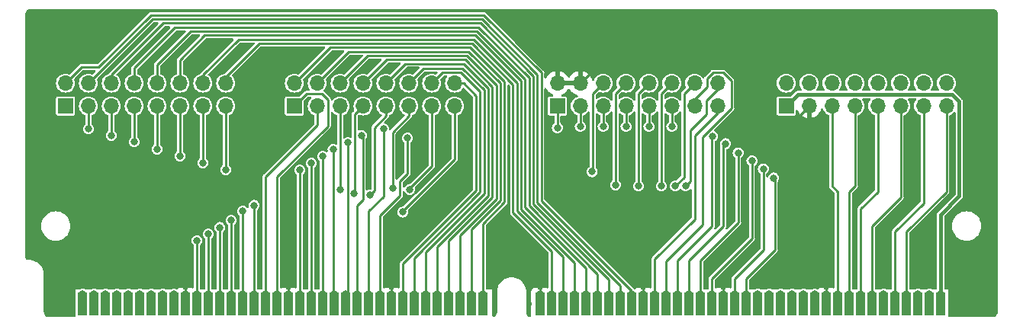
<source format=gtl>
G04 #@! TF.GenerationSoftware,KiCad,Pcbnew,7.0.9*
G04 #@! TF.CreationDate,2024-01-22T22:05:04+01:00*
G04 #@! TF.ProjectId,simm72,73696d6d-3732-42e6-9b69-6361645f7063,A*
G04 #@! TF.SameCoordinates,Original*
G04 #@! TF.FileFunction,Copper,L1,Top*
G04 #@! TF.FilePolarity,Positive*
%FSLAX46Y46*%
G04 Gerber Fmt 4.6, Leading zero omitted, Abs format (unit mm)*
G04 Created by KiCad (PCBNEW 7.0.9) date 2024-01-22 22:05:04*
%MOMM*%
%LPD*%
G01*
G04 APERTURE LIST*
G04 #@! TA.AperFunction,SMDPad,CuDef*
%ADD10R,1.040000X2.540000*%
G04 #@! TD*
G04 #@! TA.AperFunction,ComponentPad*
%ADD11R,1.700000X1.700000*%
G04 #@! TD*
G04 #@! TA.AperFunction,ComponentPad*
%ADD12O,1.700000X1.700000*%
G04 #@! TD*
G04 #@! TA.AperFunction,ViaPad*
%ADD13C,0.800000*%
G04 #@! TD*
G04 #@! TA.AperFunction,Conductor*
%ADD14C,0.250000*%
G04 #@! TD*
G04 #@! TA.AperFunction,Conductor*
%ADD15C,0.406400*%
G04 #@! TD*
G04 APERTURE END LIST*
D10*
X57375000Y-113921000D03*
X58645000Y-113921000D03*
X59915000Y-113921000D03*
X61185000Y-113921000D03*
X62455000Y-113921000D03*
X63725000Y-113921000D03*
X64995000Y-113921000D03*
X66265000Y-113921000D03*
X67535000Y-113921000D03*
X68805000Y-113921000D03*
X70075000Y-113921000D03*
X71345000Y-113921000D03*
X72615000Y-113921000D03*
X73885000Y-113921000D03*
X75155000Y-113921000D03*
X76425000Y-113921000D03*
X77695000Y-113921000D03*
X78965000Y-113921000D03*
X80235000Y-113921000D03*
X81505000Y-113921000D03*
X82775000Y-113921000D03*
X84045000Y-113921000D03*
X85315000Y-113921000D03*
X86585000Y-113921000D03*
X87855000Y-113921000D03*
X89125000Y-113921000D03*
X90395000Y-113921000D03*
X91665000Y-113921000D03*
X92935000Y-113921000D03*
X94205000Y-113921000D03*
X95475000Y-113921000D03*
X96745000Y-113921000D03*
X98015000Y-113921000D03*
X99285000Y-113921000D03*
X100555000Y-113921000D03*
X101825000Y-113921000D03*
X108175000Y-113921000D03*
X109445000Y-113921000D03*
X110715000Y-113921000D03*
X111985000Y-113921000D03*
X113255000Y-113921000D03*
X114525000Y-113921000D03*
X115795000Y-113921000D03*
X117065000Y-113921000D03*
X118335000Y-113921000D03*
X119605000Y-113921000D03*
X120875000Y-113921000D03*
X122145000Y-113921000D03*
X123415000Y-113921000D03*
X124685000Y-113921000D03*
X125955000Y-113921000D03*
X127225000Y-113921000D03*
X128495000Y-113921000D03*
X129765000Y-113921000D03*
X131035000Y-113921000D03*
X132305000Y-113921000D03*
X133575000Y-113921000D03*
X134845000Y-113921000D03*
X136115000Y-113921000D03*
X137385000Y-113921000D03*
X138655000Y-113921000D03*
X139925000Y-113921000D03*
X141195000Y-113921000D03*
X142465000Y-113921000D03*
X143735000Y-113921000D03*
X145005000Y-113921000D03*
X146275000Y-113921000D03*
X147545000Y-113921000D03*
X148815000Y-113921000D03*
X150085000Y-113921000D03*
X151355000Y-113921000D03*
X152625000Y-113921000D03*
D11*
X55485000Y-91955000D03*
D12*
X55485000Y-89415000D03*
X58025000Y-91955000D03*
X58025000Y-89415000D03*
X60565000Y-91955000D03*
X60565000Y-89415000D03*
X63105000Y-91955000D03*
X63105000Y-89415000D03*
X65645000Y-91955000D03*
X65645000Y-89415000D03*
X68185000Y-91955000D03*
X68185000Y-89415000D03*
X70725000Y-91955000D03*
X70725000Y-89415000D03*
X73265000Y-91955000D03*
X73265000Y-89415000D03*
D11*
X80885000Y-91955000D03*
D12*
X80885000Y-89415000D03*
X83425000Y-91955000D03*
X83425000Y-89415000D03*
X85965000Y-91955000D03*
X85965000Y-89415000D03*
X88505000Y-91955000D03*
X88505000Y-89415000D03*
X91045000Y-91955000D03*
X91045000Y-89415000D03*
X93585000Y-91955000D03*
X93585000Y-89415000D03*
X96125000Y-91955000D03*
X96125000Y-89415000D03*
X98665000Y-91955000D03*
X98665000Y-89415000D03*
D11*
X135480000Y-91955000D03*
D12*
X135480000Y-89415000D03*
X138020000Y-91955000D03*
X138020000Y-89415000D03*
X140560000Y-91955000D03*
X140560000Y-89415000D03*
X143100000Y-91955000D03*
X143100000Y-89415000D03*
X145640000Y-91955000D03*
X145640000Y-89415000D03*
X148180000Y-91955000D03*
X148180000Y-89415000D03*
X150720000Y-91955000D03*
X150720000Y-89415000D03*
X153260000Y-91955000D03*
X153260000Y-89415000D03*
D11*
X110080000Y-91955000D03*
D12*
X110080000Y-89415000D03*
X112620000Y-91955000D03*
X112620000Y-89415000D03*
X115160000Y-91955000D03*
X115160000Y-89415000D03*
X117700000Y-91955000D03*
X117700000Y-89415000D03*
X120240000Y-91955000D03*
X120240000Y-89415000D03*
X122780000Y-91955000D03*
X122780000Y-89415000D03*
X125320000Y-91955000D03*
X125320000Y-89415000D03*
X127860000Y-91955000D03*
X127860000Y-89415000D03*
D13*
X57375000Y-112854200D03*
X152625000Y-112854200D03*
X113949201Y-99256799D03*
X58645000Y-112854200D03*
X116525000Y-100713000D03*
X59915000Y-112854200D03*
X61185000Y-112854200D03*
X119065000Y-100840000D03*
X121605000Y-100840000D03*
X62455000Y-112854200D03*
X63725000Y-112854200D03*
X123161000Y-100840000D03*
X124304000Y-100840000D03*
X64995000Y-112854200D03*
X66265000Y-112854200D03*
X67535000Y-112854200D03*
X138655000Y-112854200D03*
X137385000Y-112854200D03*
X136115000Y-112854200D03*
X128495000Y-112854200D03*
X149450000Y-94998000D03*
X68805000Y-112854200D03*
X131670000Y-93601000D03*
X115160000Y-101475000D03*
X73250000Y-103253000D03*
X68932000Y-106174000D03*
X61566000Y-104396000D03*
X76806000Y-88775000D03*
X91665000Y-112854200D03*
X117446000Y-103126000D03*
X120240000Y-101475000D03*
X132178000Y-88521000D03*
X107667000Y-111000000D03*
X108175000Y-112854200D03*
X139925000Y-112854200D03*
X119605000Y-111381000D03*
X120113000Y-107190000D03*
X128495000Y-111127000D03*
X59407000Y-99570000D03*
X92173000Y-106047000D03*
X144370000Y-100332000D03*
X146402000Y-108333000D03*
X150974000Y-108460000D03*
X119605000Y-112854200D03*
X80235000Y-112854200D03*
X80235000Y-101805200D03*
X70075000Y-112854200D03*
X92917201Y-103743201D03*
X70075000Y-106904700D03*
X71345000Y-112854200D03*
X93697000Y-101221000D03*
X71345000Y-106180200D03*
X72615000Y-112854200D03*
X72615000Y-105455700D03*
X91792000Y-101094000D03*
X73885000Y-112854200D03*
X73885000Y-104650000D03*
X89252000Y-101856000D03*
X75155000Y-103634000D03*
X75155000Y-112854200D03*
X87537500Y-101665500D03*
X76425000Y-112854200D03*
X85965000Y-101221000D03*
X76425000Y-102999000D03*
X77695000Y-112854200D03*
X78965000Y-112854200D03*
X81505000Y-99062000D03*
X81505000Y-112854200D03*
X73265000Y-99024500D03*
X82775000Y-112854200D03*
X70725000Y-98262500D03*
X82775000Y-98300000D03*
X68185000Y-97500500D03*
X84045000Y-112854200D03*
X84045000Y-97538000D03*
X85315000Y-112854200D03*
X85188000Y-96776000D03*
X65645000Y-96738500D03*
X86585000Y-112854200D03*
X86839000Y-96014000D03*
X63105000Y-95939000D03*
X88325500Y-95214500D03*
X87855000Y-112854200D03*
X60565000Y-95214500D03*
X58025000Y-94490000D03*
X90776000Y-94490000D03*
X89125000Y-112854200D03*
X90395000Y-112854200D03*
X93443000Y-95506000D03*
X92935000Y-112854200D03*
X94205000Y-112854200D03*
X95475000Y-112854200D03*
X96745000Y-112854200D03*
X98015000Y-112854200D03*
X99285000Y-112854200D03*
X100555000Y-112854200D03*
X101825000Y-112854200D03*
X109445000Y-112854200D03*
X110715000Y-112854200D03*
X111985000Y-112854200D03*
X113255000Y-112854200D03*
X114525000Y-112854200D03*
X115795000Y-112854200D03*
X117065000Y-112854200D03*
X118335000Y-112854200D03*
X120875000Y-112854200D03*
X122145000Y-112854200D03*
X123415000Y-112854200D03*
X127292800Y-95319800D03*
X122780000Y-94236000D03*
X120240000Y-94236000D03*
X124685000Y-112854200D03*
X128749000Y-96141000D03*
X125955000Y-112854200D03*
X130146000Y-97157000D03*
X117700000Y-94236000D03*
X115160000Y-94236000D03*
X127225000Y-112854200D03*
X131670000Y-98046000D03*
X129765000Y-112854200D03*
X132940000Y-98935000D03*
X112620000Y-94236000D03*
X134083000Y-99951000D03*
X110080000Y-94363000D03*
X131035000Y-112854200D03*
X132305000Y-112854200D03*
X133575000Y-112854200D03*
X134845000Y-112854200D03*
X141195000Y-112854200D03*
X142465000Y-112854200D03*
X143735000Y-112854200D03*
X145005000Y-112854200D03*
X147545000Y-112854200D03*
X148815000Y-112854200D03*
X146275000Y-112854200D03*
X150085000Y-112854200D03*
X151355000Y-112854200D03*
D14*
X80235000Y-101805200D02*
X80235000Y-112854200D01*
D15*
X135480000Y-91955000D02*
X136755000Y-90680000D01*
X136755000Y-90680000D02*
X153895000Y-90680000D01*
X153895000Y-90680000D02*
X154682400Y-91467400D01*
X154682400Y-91467400D02*
X154682400Y-101957600D01*
X152625000Y-104015000D02*
X152625000Y-112854200D01*
X154682400Y-101957600D02*
X152625000Y-104015000D01*
D14*
X113985000Y-90590000D02*
X115160000Y-89415000D01*
X113949201Y-99256799D02*
X113985000Y-99221000D01*
X113985000Y-99221000D02*
X113985000Y-90590000D01*
X116525000Y-90590000D02*
X117700000Y-89415000D01*
X116525000Y-100713000D02*
X116525000Y-90590000D01*
X119065000Y-90590000D02*
X120240000Y-89415000D01*
X119065000Y-100840000D02*
X119065000Y-90590000D01*
X121605000Y-90590000D02*
X122780000Y-89415000D01*
X121605000Y-100840000D02*
X121605000Y-90590000D01*
X124145000Y-90590000D02*
X125320000Y-89415000D01*
X124145000Y-99856000D02*
X124145000Y-90590000D01*
X123161000Y-100840000D02*
X124145000Y-99856000D01*
X124812000Y-94617000D02*
X126590000Y-92839000D01*
X124304000Y-100840000D02*
X124812000Y-100332000D01*
X127860000Y-90045000D02*
X127860000Y-89415000D01*
X126590000Y-91315000D02*
X127860000Y-90045000D01*
X126590000Y-92839000D02*
X126590000Y-91315000D01*
X124812000Y-100332000D02*
X124812000Y-94617000D01*
X108175000Y-111508000D02*
X107667000Y-111000000D01*
X110080000Y-89415000D02*
X112620000Y-89415000D01*
X119605000Y-112854200D02*
X119605000Y-111381000D01*
X139925000Y-112854200D02*
X139925000Y-104015000D01*
X108175000Y-112854200D02*
X108175000Y-111508000D01*
X128965000Y-87790000D02*
X134395000Y-93220000D01*
X139925000Y-104015000D02*
X138020000Y-102110000D01*
X68805000Y-112854200D02*
X68805000Y-106301000D01*
X112620000Y-89415000D02*
X114245000Y-87790000D01*
X114245000Y-87790000D02*
X128965000Y-87790000D01*
X68805000Y-106301000D02*
X68932000Y-106174000D01*
X136755000Y-93220000D02*
X138020000Y-91955000D01*
X138020000Y-102110000D02*
X138020000Y-91955000D01*
X128495000Y-112854200D02*
X128495000Y-111127000D01*
X134395000Y-93220000D02*
X136755000Y-93220000D01*
X91665000Y-112854200D02*
X91665000Y-106555000D01*
X91665000Y-106555000D02*
X92173000Y-106047000D01*
X92917201Y-103651799D02*
X98665000Y-97904000D01*
X92917201Y-103743201D02*
X92917201Y-103651799D01*
X98665000Y-97904000D02*
X98665000Y-91955000D01*
X70075000Y-106904700D02*
X70075000Y-112854200D01*
X71345000Y-106180200D02*
X71345000Y-112854200D01*
X93697000Y-101094000D02*
X96125000Y-98666000D01*
X93697000Y-101221000D02*
X93697000Y-101094000D01*
X96125000Y-98666000D02*
X96125000Y-91955000D01*
X91792000Y-101094000D02*
X91792000Y-94871000D01*
X72615000Y-105455700D02*
X72615000Y-112854200D01*
X91792000Y-94871000D02*
X93585000Y-93078000D01*
X93585000Y-93078000D02*
X93585000Y-91955000D01*
X89252000Y-101856000D02*
X89760000Y-101348000D01*
X73885000Y-104650000D02*
X73885000Y-112854200D01*
X89760000Y-101348000D02*
X89760000Y-94363000D01*
X91045000Y-93078000D02*
X91045000Y-91955000D01*
X89760000Y-94363000D02*
X91045000Y-93078000D01*
X87537500Y-101665500D02*
X87601000Y-101602000D01*
X75155000Y-103634000D02*
X75155000Y-112854200D01*
X87601000Y-101602000D02*
X87601000Y-92859000D01*
X87601000Y-92859000D02*
X88505000Y-91955000D01*
X85965000Y-101221000D02*
X85965000Y-91955000D01*
X76425000Y-102999000D02*
X76425000Y-112854200D01*
X83425000Y-94094000D02*
X77695000Y-99824000D01*
X83425000Y-91955000D02*
X83425000Y-94094000D01*
X77695000Y-99824000D02*
X77695000Y-112854200D01*
X84600000Y-91235000D02*
X84600000Y-94189000D01*
X82250000Y-90590000D02*
X83955000Y-90590000D01*
X78965000Y-99824000D02*
X78965000Y-112854200D01*
X84600000Y-94189000D02*
X78965000Y-99824000D01*
X80885000Y-91955000D02*
X82250000Y-90590000D01*
X83955000Y-90590000D02*
X84600000Y-91235000D01*
X73265000Y-99024500D02*
X73265000Y-91955000D01*
X81505000Y-112854200D02*
X81505000Y-99062000D01*
X82775000Y-112854200D02*
X82775000Y-98300000D01*
X70725000Y-98262500D02*
X70725000Y-91955000D01*
X68185000Y-97500500D02*
X68185000Y-91955000D01*
X84045000Y-97538000D02*
X84045000Y-112854200D01*
X65645000Y-96738500D02*
X65645000Y-91955000D01*
X85315000Y-112854200D02*
X85240000Y-112779200D01*
X85240000Y-112779200D02*
X85240000Y-96828000D01*
X85240000Y-96828000D02*
X85188000Y-96776000D01*
X86812500Y-112626700D02*
X86812500Y-96040500D01*
X86812500Y-96040500D02*
X86839000Y-96014000D01*
X86585000Y-112854200D02*
X86812500Y-112626700D01*
X63105000Y-95939000D02*
X63105000Y-91955000D01*
X88490000Y-102364000D02*
X88490000Y-95379000D01*
X87855000Y-112854200D02*
X87855000Y-102999000D01*
X88490000Y-95379000D02*
X88325500Y-95214500D01*
X87855000Y-102999000D02*
X88490000Y-102364000D01*
X60565000Y-95214500D02*
X60565000Y-91955000D01*
X89125000Y-112854200D02*
X89125000Y-103634000D01*
X89125000Y-103634000D02*
X90776000Y-101983000D01*
X58025000Y-94490000D02*
X58025000Y-91955000D01*
X90776000Y-101983000D02*
X90776000Y-94490000D01*
X92591000Y-101946000D02*
X90395000Y-104142000D01*
X90395000Y-104142000D02*
X90395000Y-112854200D01*
X92591000Y-100295000D02*
X92591000Y-101946000D01*
X93443000Y-99443000D02*
X92591000Y-100295000D01*
X93443000Y-95506000D02*
X93443000Y-99443000D01*
X99671000Y-89415000D02*
X101063000Y-90807000D01*
X98665000Y-89415000D02*
X99671000Y-89415000D01*
X101063000Y-90807000D02*
X101063000Y-101338228D01*
X101063000Y-101338228D02*
X92935000Y-109466228D01*
X92935000Y-109466228D02*
X92935000Y-112854200D01*
X99385000Y-88240000D02*
X101513000Y-90368000D01*
X101513000Y-101524624D02*
X94205000Y-108832624D01*
X94205000Y-108832624D02*
X94205000Y-112854200D01*
X96125000Y-89415000D02*
X97300000Y-88240000D01*
X97300000Y-88240000D02*
X99385000Y-88240000D01*
X101513000Y-90368000D02*
X101513000Y-101524624D01*
X95210000Y-87790000D02*
X99571396Y-87790000D01*
X101963000Y-101711020D02*
X95475000Y-108199020D01*
X101963000Y-90181604D02*
X101963000Y-101711020D01*
X93585000Y-89415000D02*
X95210000Y-87790000D01*
X99571396Y-87790000D02*
X101963000Y-90181604D01*
X95475000Y-108199020D02*
X95475000Y-112854200D01*
X91045000Y-89415000D02*
X93209000Y-87251000D01*
X99668792Y-87251000D02*
X102413000Y-89995208D01*
X102413000Y-101897416D02*
X96745000Y-107565416D01*
X93209000Y-87251000D02*
X99668792Y-87251000D01*
X102413000Y-89995208D02*
X102413000Y-101897416D01*
X96745000Y-107565416D02*
X96745000Y-112854200D01*
X88505000Y-89415000D02*
X91119000Y-86801000D01*
X102863000Y-89808812D02*
X102863000Y-102083812D01*
X102863000Y-102083812D02*
X98015000Y-106931812D01*
X91119000Y-86801000D02*
X99855188Y-86801000D01*
X99855188Y-86801000D02*
X102863000Y-89808812D01*
X98015000Y-106931812D02*
X98015000Y-112854200D01*
X99285000Y-106298208D02*
X99285000Y-112854200D01*
X103313000Y-89622416D02*
X103313000Y-102270208D01*
X85965000Y-89415000D02*
X89029000Y-86351000D01*
X89029000Y-86351000D02*
X100041584Y-86351000D01*
X100041584Y-86351000D02*
X103313000Y-89622416D01*
X103313000Y-102270208D02*
X99285000Y-106298208D01*
X103763000Y-102456604D02*
X103763000Y-89436020D01*
X86939000Y-85901000D02*
X83425000Y-89415000D01*
X100227980Y-85901000D02*
X86939000Y-85901000D01*
X100555000Y-112854200D02*
X100555000Y-105664604D01*
X103763000Y-89436020D02*
X100227980Y-85901000D01*
X100555000Y-105664604D02*
X103763000Y-102456604D01*
X84849000Y-85451000D02*
X100414376Y-85451000D01*
X104213000Y-102643000D02*
X101825000Y-105031000D01*
X100414376Y-85451000D02*
X104213000Y-89249624D01*
X104213000Y-89249624D02*
X104213000Y-102643000D01*
X101825000Y-105031000D02*
X101825000Y-112854200D01*
X80885000Y-89415000D02*
X84849000Y-85451000D01*
X105152000Y-89552228D02*
X105152000Y-103795772D01*
X73265000Y-88760000D02*
X77024000Y-85001000D01*
X100600772Y-85001000D02*
X105152000Y-89552228D01*
X109445000Y-108088772D02*
X109445000Y-112854200D01*
X73265000Y-89415000D02*
X73265000Y-88760000D01*
X105152000Y-103795772D02*
X109445000Y-108088772D01*
X77024000Y-85001000D02*
X100600772Y-85001000D01*
X74680000Y-84551000D02*
X70725000Y-88506000D01*
X110715000Y-108722376D02*
X105602000Y-103609376D01*
X105602000Y-89365832D02*
X100787168Y-84551000D01*
X70725000Y-88506000D02*
X70725000Y-89415000D01*
X110715000Y-112854200D02*
X110715000Y-108722376D01*
X100787168Y-84551000D02*
X74680000Y-84551000D01*
X105602000Y-103609376D02*
X105602000Y-89365832D01*
X106052000Y-89179436D02*
X100973564Y-84101000D01*
X68185000Y-86855000D02*
X68185000Y-89415000D01*
X111985000Y-109355980D02*
X106052000Y-103422980D01*
X106052000Y-103422980D02*
X106052000Y-89179436D01*
X70939000Y-84101000D02*
X68185000Y-86855000D01*
X111985000Y-112854200D02*
X111985000Y-109355980D01*
X100973564Y-84101000D02*
X70939000Y-84101000D01*
X106502000Y-88993040D02*
X106502000Y-103236584D01*
X69357000Y-83651000D02*
X101159960Y-83651000D01*
X65645000Y-89415000D02*
X65645000Y-87363000D01*
X113255000Y-109989584D02*
X113255000Y-112854200D01*
X65645000Y-87363000D02*
X69357000Y-83651000D01*
X101159960Y-83651000D02*
X106502000Y-88993040D01*
X106502000Y-103236584D02*
X113255000Y-109989584D01*
X106952000Y-88806644D02*
X101346356Y-83201000D01*
X106952000Y-103050188D02*
X106952000Y-88806644D01*
X114525000Y-110623188D02*
X106952000Y-103050188D01*
X63105000Y-87744000D02*
X63105000Y-89415000D01*
X101346356Y-83201000D02*
X67648000Y-83201000D01*
X114525000Y-112854200D02*
X114525000Y-110623188D01*
X67648000Y-83201000D02*
X63105000Y-87744000D01*
X115795000Y-111256792D02*
X115795000Y-112854200D01*
X60565000Y-89415000D02*
X60565000Y-88506000D01*
X66320000Y-82751000D02*
X101532752Y-82751000D01*
X60565000Y-88506000D02*
X66320000Y-82751000D01*
X107402000Y-102863792D02*
X115795000Y-111256792D01*
X107402000Y-88620248D02*
X107402000Y-102863792D01*
X101532752Y-82751000D02*
X107402000Y-88620248D01*
X117065000Y-111890396D02*
X107852000Y-102677396D01*
X65139000Y-82301000D02*
X58025000Y-89415000D01*
X117065000Y-112854200D02*
X117065000Y-111890396D01*
X107852000Y-88433852D02*
X101719148Y-82301000D01*
X101719148Y-82301000D02*
X65139000Y-82301000D01*
X107852000Y-102677396D02*
X107852000Y-88433852D01*
X118335000Y-112524000D02*
X118335000Y-112854200D01*
X108302000Y-102491000D02*
X118335000Y-112524000D01*
X108302000Y-88247456D02*
X108302000Y-102491000D01*
X64952604Y-81851000D02*
X101905544Y-81851000D01*
X101905544Y-81851000D02*
X108302000Y-88247456D01*
X57268000Y-87632000D02*
X59171604Y-87632000D01*
X55485000Y-89415000D02*
X57268000Y-87632000D01*
X59171604Y-87632000D02*
X64952604Y-81851000D01*
X127860000Y-91955000D02*
X127860000Y-92712000D01*
X125320000Y-95252000D02*
X125320000Y-104523000D01*
X125320000Y-104523000D02*
X120875000Y-108968000D01*
X120875000Y-108968000D02*
X120875000Y-112854200D01*
X127860000Y-92712000D02*
X125320000Y-95252000D01*
X122145000Y-109222000D02*
X122145000Y-112854200D01*
X125320000Y-91188000D02*
X126685000Y-89823000D01*
X127373299Y-88240000D02*
X128468000Y-88240000D01*
X126685000Y-88928299D02*
X127373299Y-88240000D01*
X126209000Y-105158000D02*
X122145000Y-109222000D01*
X129384000Y-89156000D02*
X129384000Y-92204000D01*
X126209000Y-95379000D02*
X126209000Y-105158000D01*
X128468000Y-88240000D02*
X129384000Y-89156000D01*
X126685000Y-89823000D02*
X126685000Y-88928299D01*
X129384000Y-92204000D02*
X126209000Y-95379000D01*
X125320000Y-91955000D02*
X125320000Y-91188000D01*
X127225000Y-95387600D02*
X127225000Y-105285000D01*
X122780000Y-91955000D02*
X122780000Y-94236000D01*
X123415000Y-109095000D02*
X123415000Y-112854200D01*
X127292800Y-95319800D02*
X127225000Y-95387600D01*
X127225000Y-105285000D02*
X123415000Y-109095000D01*
X120240000Y-94236000D02*
X120240000Y-91955000D01*
X128495000Y-96395000D02*
X128495000Y-105285000D01*
X128495000Y-105285000D02*
X124685000Y-109095000D01*
X128749000Y-96141000D02*
X128495000Y-96395000D01*
X124685000Y-109095000D02*
X124685000Y-112854200D01*
X130146000Y-104904000D02*
X125955000Y-109095000D01*
X117700000Y-91955000D02*
X117700000Y-94236000D01*
X125955000Y-109095000D02*
X125955000Y-112854200D01*
X130146000Y-97157000D02*
X130146000Y-104904000D01*
X115160000Y-91955000D02*
X115160000Y-94236000D01*
X131670000Y-106682000D02*
X127225000Y-111127000D01*
X131670000Y-98046000D02*
X131670000Y-106682000D01*
X127225000Y-111127000D02*
X127225000Y-112854200D01*
X132940000Y-107952000D02*
X129765000Y-111127000D01*
X132940000Y-98935000D02*
X132940000Y-107952000D01*
X112620000Y-91955000D02*
X112620000Y-94236000D01*
X129765000Y-111127000D02*
X129765000Y-112854200D01*
X131035000Y-111127000D02*
X131035000Y-112854200D01*
X134083000Y-99951000D02*
X134210000Y-100078000D01*
X134210000Y-100078000D02*
X134210000Y-107952000D01*
X110080000Y-91955000D02*
X110080000Y-94363000D01*
X134210000Y-107952000D02*
X131035000Y-111127000D01*
X140560000Y-100840000D02*
X141195000Y-101475000D01*
X140560000Y-91955000D02*
X140560000Y-100840000D01*
X141195000Y-101475000D02*
X141195000Y-112854200D01*
X143100000Y-100840000D02*
X143100000Y-91955000D01*
X142465000Y-101475000D02*
X143100000Y-100840000D01*
X142465000Y-113921000D02*
X142465000Y-101475000D01*
X143735000Y-103380000D02*
X143735000Y-113921000D01*
X145640000Y-101475000D02*
X143735000Y-103380000D01*
X145640000Y-91955000D02*
X145640000Y-101475000D01*
X148180000Y-102110000D02*
X148180000Y-91955000D01*
X145005000Y-105285000D02*
X148180000Y-102110000D01*
X145005000Y-112854200D02*
X145005000Y-105285000D01*
X150720000Y-102745000D02*
X147545000Y-105920000D01*
X147545000Y-105920000D02*
X147545000Y-112854200D01*
X150720000Y-91955000D02*
X150720000Y-102745000D01*
X148815000Y-112854200D02*
X148815000Y-105920000D01*
X148815000Y-105920000D02*
X153260000Y-101475000D01*
X153260000Y-101475000D02*
X153260000Y-91955000D01*
G04 #@! TA.AperFunction,Conductor*
G36*
X158471032Y-81181030D02*
G01*
X158575697Y-81194810D01*
X158606954Y-81203184D01*
X158693170Y-81238896D01*
X158721200Y-81255080D01*
X158795229Y-81311884D01*
X158818115Y-81334770D01*
X158850799Y-81377365D01*
X158874919Y-81408799D01*
X158891103Y-81436830D01*
X158926813Y-81523040D01*
X158935189Y-81554305D01*
X158945272Y-81630889D01*
X158948969Y-81658965D01*
X158949500Y-81667067D01*
X158949500Y-84172529D01*
X158950300Y-102739928D01*
X158950300Y-114806518D01*
X158949910Y-114813465D01*
X158936583Y-114931742D01*
X158930405Y-114958813D01*
X158894557Y-115061261D01*
X158882508Y-115086280D01*
X158824757Y-115178189D01*
X158807445Y-115199897D01*
X158730697Y-115276645D01*
X158708989Y-115293957D01*
X158617080Y-115351708D01*
X158592062Y-115363756D01*
X158545578Y-115380022D01*
X158489613Y-115399605D01*
X158462543Y-115405783D01*
X158418775Y-115410714D01*
X158344256Y-115419110D01*
X158337319Y-115419500D01*
X153561800Y-115419500D01*
X153494761Y-115399815D01*
X153449006Y-115347011D01*
X153437800Y-115295500D01*
X153437800Y-112371600D01*
X153152700Y-112371600D01*
X153085661Y-112351915D01*
X153039906Y-112299111D01*
X153028700Y-112247600D01*
X153028700Y-105285000D01*
X153875505Y-105285000D01*
X153895456Y-105538504D01*
X153954817Y-105785760D01*
X153954817Y-105785761D01*
X154052125Y-106020685D01*
X154052127Y-106020688D01*
X154184988Y-106237497D01*
X154184989Y-106237500D01*
X154184992Y-106237503D01*
X154350137Y-106430863D01*
X154486319Y-106547173D01*
X154543499Y-106596010D01*
X154543502Y-106596011D01*
X154760311Y-106728872D01*
X154760314Y-106728874D01*
X154995239Y-106826182D01*
X155133635Y-106859408D01*
X155242499Y-106885544D01*
X155496000Y-106905495D01*
X155749501Y-106885544D01*
X155996760Y-106826182D01*
X155996761Y-106826182D01*
X156231685Y-106728874D01*
X156231686Y-106728873D01*
X156231689Y-106728872D01*
X156448503Y-106596008D01*
X156641863Y-106430863D01*
X156807008Y-106237503D01*
X156939872Y-106020689D01*
X156939874Y-106020685D01*
X157037182Y-105785761D01*
X157037182Y-105785760D01*
X157055960Y-105707545D01*
X157096544Y-105538501D01*
X157116495Y-105285000D01*
X157096544Y-105031499D01*
X157072455Y-104931163D01*
X157037182Y-104784239D01*
X157037182Y-104784238D01*
X156939874Y-104549314D01*
X156939872Y-104549311D01*
X156915042Y-104508793D01*
X156807010Y-104332501D01*
X156807010Y-104332499D01*
X156722525Y-104233580D01*
X156641863Y-104139137D01*
X156507009Y-104023961D01*
X156448500Y-103973989D01*
X156448497Y-103973988D01*
X156231688Y-103841127D01*
X156231685Y-103841125D01*
X155996760Y-103743817D01*
X155749504Y-103684456D01*
X155496000Y-103664505D01*
X155242495Y-103684456D01*
X154995239Y-103743817D01*
X154995238Y-103743817D01*
X154760314Y-103841125D01*
X154760311Y-103841127D01*
X154543502Y-103973988D01*
X154543499Y-103973989D01*
X154350137Y-104139137D01*
X154184989Y-104332499D01*
X154184988Y-104332502D01*
X154052127Y-104549311D01*
X154052125Y-104549314D01*
X153954817Y-104784238D01*
X153954817Y-104784239D01*
X153895456Y-105031495D01*
X153875505Y-105285000D01*
X153028700Y-105285000D01*
X153028700Y-104233580D01*
X153048385Y-104166541D01*
X153065019Y-104145899D01*
X154025731Y-103185187D01*
X154990324Y-102220594D01*
X155013071Y-102197847D01*
X155023246Y-102177875D01*
X155033405Y-102161296D01*
X155046583Y-102143160D01*
X155053508Y-102121844D01*
X155060954Y-102103868D01*
X155071127Y-102083905D01*
X155074633Y-102061768D01*
X155079175Y-102042851D01*
X155086099Y-102021541D01*
X155086100Y-102021539D01*
X155086100Y-101893661D01*
X155086100Y-91435630D01*
X155086100Y-91403461D01*
X155079170Y-91382134D01*
X155074633Y-91363233D01*
X155071127Y-91341095D01*
X155060950Y-91321122D01*
X155053505Y-91303145D01*
X155046584Y-91281842D01*
X155046582Y-91281839D01*
X155033409Y-91263707D01*
X155023246Y-91247124D01*
X155013071Y-91227153D01*
X154922647Y-91136729D01*
X154157994Y-90372076D01*
X154135247Y-90349329D01*
X154135246Y-90349328D01*
X154135245Y-90349327D01*
X154115276Y-90339152D01*
X154098692Y-90328989D01*
X154080562Y-90315818D01*
X154076274Y-90313633D01*
X154025478Y-90265659D01*
X154008682Y-90197839D01*
X154031219Y-90131703D01*
X154036715Y-90124483D01*
X154057852Y-90098727D01*
X154137685Y-90001450D01*
X154235232Y-89818954D01*
X154295300Y-89620934D01*
X154315583Y-89415000D01*
X154295300Y-89209066D01*
X154235232Y-89011046D01*
X154137685Y-88828550D01*
X154056833Y-88730031D01*
X154006410Y-88668589D01*
X153865733Y-88553140D01*
X153846450Y-88537315D01*
X153663954Y-88439768D01*
X153465934Y-88379700D01*
X153465932Y-88379699D01*
X153465934Y-88379699D01*
X153260000Y-88359417D01*
X153054067Y-88379699D01*
X152902917Y-88425550D01*
X152856050Y-88439767D01*
X152856043Y-88439769D01*
X152783743Y-88478415D01*
X152673550Y-88537315D01*
X152673548Y-88537316D01*
X152673547Y-88537317D01*
X152513589Y-88668589D01*
X152382317Y-88828547D01*
X152284769Y-89011043D01*
X152224699Y-89209067D01*
X152204417Y-89415000D01*
X152224699Y-89620932D01*
X152232096Y-89645315D01*
X152284766Y-89818948D01*
X152284769Y-89818956D01*
X152295992Y-89839952D01*
X152382287Y-90001398D01*
X152382317Y-90001453D01*
X152441555Y-90073635D01*
X152468868Y-90137945D01*
X152457077Y-90206813D01*
X152409925Y-90258373D01*
X152345702Y-90276300D01*
X151634298Y-90276300D01*
X151567259Y-90256615D01*
X151521504Y-90203811D01*
X151511560Y-90134653D01*
X151538445Y-90073635D01*
X151569778Y-90035455D01*
X151597685Y-90001450D01*
X151695232Y-89818954D01*
X151755300Y-89620934D01*
X151775583Y-89415000D01*
X151755300Y-89209066D01*
X151695232Y-89011046D01*
X151597685Y-88828550D01*
X151516833Y-88730031D01*
X151466410Y-88668589D01*
X151325733Y-88553140D01*
X151306450Y-88537315D01*
X151123954Y-88439768D01*
X150925934Y-88379700D01*
X150925932Y-88379699D01*
X150925934Y-88379699D01*
X150720000Y-88359417D01*
X150514067Y-88379699D01*
X150362917Y-88425550D01*
X150316050Y-88439767D01*
X150316043Y-88439769D01*
X150243743Y-88478415D01*
X150133550Y-88537315D01*
X150133548Y-88537316D01*
X150133547Y-88537317D01*
X149973589Y-88668589D01*
X149842317Y-88828547D01*
X149744769Y-89011043D01*
X149684699Y-89209067D01*
X149664417Y-89415000D01*
X149684699Y-89620932D01*
X149692096Y-89645315D01*
X149744766Y-89818948D01*
X149744769Y-89818956D01*
X149755992Y-89839952D01*
X149842287Y-90001398D01*
X149842317Y-90001453D01*
X149901555Y-90073635D01*
X149928868Y-90137945D01*
X149917077Y-90206813D01*
X149869925Y-90258373D01*
X149805702Y-90276300D01*
X149094298Y-90276300D01*
X149027259Y-90256615D01*
X148981504Y-90203811D01*
X148971560Y-90134653D01*
X148998445Y-90073635D01*
X149029778Y-90035455D01*
X149057685Y-90001450D01*
X149155232Y-89818954D01*
X149215300Y-89620934D01*
X149235583Y-89415000D01*
X149215300Y-89209066D01*
X149155232Y-89011046D01*
X149057685Y-88828550D01*
X148976833Y-88730031D01*
X148926410Y-88668589D01*
X148785733Y-88553140D01*
X148766450Y-88537315D01*
X148583954Y-88439768D01*
X148385934Y-88379700D01*
X148385932Y-88379699D01*
X148385934Y-88379699D01*
X148180000Y-88359417D01*
X147974067Y-88379699D01*
X147822917Y-88425550D01*
X147776050Y-88439767D01*
X147776043Y-88439769D01*
X147703743Y-88478415D01*
X147593550Y-88537315D01*
X147593548Y-88537316D01*
X147593547Y-88537317D01*
X147433589Y-88668589D01*
X147302317Y-88828547D01*
X147204769Y-89011043D01*
X147144699Y-89209067D01*
X147124417Y-89415000D01*
X147144699Y-89620932D01*
X147152096Y-89645315D01*
X147204766Y-89818948D01*
X147204769Y-89818956D01*
X147215992Y-89839952D01*
X147302287Y-90001398D01*
X147302317Y-90001453D01*
X147361555Y-90073635D01*
X147388868Y-90137945D01*
X147377077Y-90206813D01*
X147329925Y-90258373D01*
X147265702Y-90276300D01*
X146554298Y-90276300D01*
X146487259Y-90256615D01*
X146441504Y-90203811D01*
X146431560Y-90134653D01*
X146458445Y-90073635D01*
X146489778Y-90035455D01*
X146517685Y-90001450D01*
X146615232Y-89818954D01*
X146675300Y-89620934D01*
X146695583Y-89415000D01*
X146675300Y-89209066D01*
X146615232Y-89011046D01*
X146517685Y-88828550D01*
X146436833Y-88730031D01*
X146386410Y-88668589D01*
X146245733Y-88553140D01*
X146226450Y-88537315D01*
X146043954Y-88439768D01*
X145845934Y-88379700D01*
X145845932Y-88379699D01*
X145845934Y-88379699D01*
X145640000Y-88359417D01*
X145434067Y-88379699D01*
X145282917Y-88425550D01*
X145236050Y-88439767D01*
X145236043Y-88439769D01*
X145163743Y-88478415D01*
X145053550Y-88537315D01*
X145053548Y-88537316D01*
X145053547Y-88537317D01*
X144893589Y-88668589D01*
X144762317Y-88828547D01*
X144664769Y-89011043D01*
X144604699Y-89209067D01*
X144584417Y-89415000D01*
X144604699Y-89620932D01*
X144612096Y-89645315D01*
X144664766Y-89818948D01*
X144664769Y-89818956D01*
X144675992Y-89839952D01*
X144762287Y-90001398D01*
X144762317Y-90001453D01*
X144821555Y-90073635D01*
X144848868Y-90137945D01*
X144837077Y-90206813D01*
X144789925Y-90258373D01*
X144725702Y-90276300D01*
X144014298Y-90276300D01*
X143947259Y-90256615D01*
X143901504Y-90203811D01*
X143891560Y-90134653D01*
X143918445Y-90073635D01*
X143949778Y-90035455D01*
X143977685Y-90001450D01*
X144075232Y-89818954D01*
X144135300Y-89620934D01*
X144155583Y-89415000D01*
X144135300Y-89209066D01*
X144075232Y-89011046D01*
X143977685Y-88828550D01*
X143896833Y-88730031D01*
X143846410Y-88668589D01*
X143705733Y-88553140D01*
X143686450Y-88537315D01*
X143503954Y-88439768D01*
X143305934Y-88379700D01*
X143305932Y-88379699D01*
X143305934Y-88379699D01*
X143100000Y-88359417D01*
X142894067Y-88379699D01*
X142742917Y-88425550D01*
X142696050Y-88439767D01*
X142696043Y-88439769D01*
X142623743Y-88478415D01*
X142513550Y-88537315D01*
X142513548Y-88537316D01*
X142513547Y-88537317D01*
X142353589Y-88668589D01*
X142222317Y-88828547D01*
X142124769Y-89011043D01*
X142064699Y-89209067D01*
X142044417Y-89415000D01*
X142064699Y-89620932D01*
X142072096Y-89645315D01*
X142124766Y-89818948D01*
X142124769Y-89818956D01*
X142135992Y-89839952D01*
X142222287Y-90001398D01*
X142222317Y-90001453D01*
X142281555Y-90073635D01*
X142308868Y-90137945D01*
X142297077Y-90206813D01*
X142249925Y-90258373D01*
X142185702Y-90276300D01*
X141474298Y-90276300D01*
X141407259Y-90256615D01*
X141361504Y-90203811D01*
X141351560Y-90134653D01*
X141378445Y-90073635D01*
X141409778Y-90035455D01*
X141437685Y-90001450D01*
X141535232Y-89818954D01*
X141595300Y-89620934D01*
X141615583Y-89415000D01*
X141595300Y-89209066D01*
X141535232Y-89011046D01*
X141437685Y-88828550D01*
X141356833Y-88730031D01*
X141306410Y-88668589D01*
X141165733Y-88553140D01*
X141146450Y-88537315D01*
X140963954Y-88439768D01*
X140765934Y-88379700D01*
X140765932Y-88379699D01*
X140765934Y-88379699D01*
X140560000Y-88359417D01*
X140354067Y-88379699D01*
X140202917Y-88425550D01*
X140156050Y-88439767D01*
X140156043Y-88439769D01*
X140083743Y-88478415D01*
X139973550Y-88537315D01*
X139973548Y-88537316D01*
X139973547Y-88537317D01*
X139813589Y-88668589D01*
X139682317Y-88828547D01*
X139584769Y-89011043D01*
X139524699Y-89209067D01*
X139504417Y-89415000D01*
X139524699Y-89620932D01*
X139532096Y-89645315D01*
X139584766Y-89818948D01*
X139584769Y-89818956D01*
X139595992Y-89839952D01*
X139682287Y-90001398D01*
X139682317Y-90001453D01*
X139741555Y-90073635D01*
X139768868Y-90137945D01*
X139757077Y-90206813D01*
X139709925Y-90258373D01*
X139645702Y-90276300D01*
X138934298Y-90276300D01*
X138867259Y-90256615D01*
X138821504Y-90203811D01*
X138811560Y-90134653D01*
X138838445Y-90073635D01*
X138869778Y-90035455D01*
X138897685Y-90001450D01*
X138995232Y-89818954D01*
X139055300Y-89620934D01*
X139075583Y-89415000D01*
X139055300Y-89209066D01*
X138995232Y-89011046D01*
X138897685Y-88828550D01*
X138816833Y-88730031D01*
X138766410Y-88668589D01*
X138625733Y-88553140D01*
X138606450Y-88537315D01*
X138423954Y-88439768D01*
X138225934Y-88379700D01*
X138225932Y-88379699D01*
X138225934Y-88379699D01*
X138020000Y-88359417D01*
X137814067Y-88379699D01*
X137662917Y-88425550D01*
X137616050Y-88439767D01*
X137616043Y-88439769D01*
X137543743Y-88478415D01*
X137433550Y-88537315D01*
X137433548Y-88537316D01*
X137433547Y-88537317D01*
X137273589Y-88668589D01*
X137142317Y-88828547D01*
X137044769Y-89011043D01*
X136984699Y-89209067D01*
X136964417Y-89415000D01*
X136984699Y-89620932D01*
X136992096Y-89645315D01*
X137044766Y-89818948D01*
X137044769Y-89818956D01*
X137055992Y-89839952D01*
X137142287Y-90001398D01*
X137142317Y-90001453D01*
X137201555Y-90073635D01*
X137228868Y-90137945D01*
X137217077Y-90206813D01*
X137169925Y-90258373D01*
X137105702Y-90276300D01*
X136691057Y-90276300D01*
X136669742Y-90283226D01*
X136650826Y-90287767D01*
X136628699Y-90291271D01*
X136628692Y-90291274D01*
X136608723Y-90301448D01*
X136590757Y-90308890D01*
X136569438Y-90315818D01*
X136569436Y-90315818D01*
X136551307Y-90328990D01*
X136534721Y-90339154D01*
X136514754Y-90349327D01*
X136503380Y-90360701D01*
X136492006Y-90372076D01*
X136243150Y-90620932D01*
X135995901Y-90868181D01*
X135934578Y-90901666D01*
X135908220Y-90904500D01*
X134610247Y-90904500D01*
X134551770Y-90916131D01*
X134551769Y-90916132D01*
X134485447Y-90960447D01*
X134441132Y-91026769D01*
X134441131Y-91026770D01*
X134429500Y-91085247D01*
X134429500Y-92824752D01*
X134441131Y-92883229D01*
X134441132Y-92883230D01*
X134485447Y-92949552D01*
X134551769Y-92993867D01*
X134551770Y-92993868D01*
X134610247Y-93005499D01*
X134610250Y-93005500D01*
X134610252Y-93005500D01*
X136349750Y-93005500D01*
X136349751Y-93005499D01*
X136375624Y-93000353D01*
X136408229Y-92993868D01*
X136408229Y-92993867D01*
X136408231Y-92993867D01*
X136474552Y-92949552D01*
X136518867Y-92883231D01*
X136518867Y-92883229D01*
X136518868Y-92883229D01*
X136529417Y-92830191D01*
X136530500Y-92824748D01*
X136530500Y-92514456D01*
X136550185Y-92447417D01*
X136602989Y-92401662D01*
X136672147Y-92391718D01*
X136735703Y-92420743D01*
X136766882Y-92462051D01*
X136846400Y-92632578D01*
X136981894Y-92826082D01*
X137148917Y-92993105D01*
X137342421Y-93128600D01*
X137556507Y-93228429D01*
X137556516Y-93228433D01*
X137770000Y-93285634D01*
X137770000Y-92390501D01*
X137877685Y-92439680D01*
X137984237Y-92455000D01*
X138055763Y-92455000D01*
X138162315Y-92439680D01*
X138270000Y-92390501D01*
X138270000Y-93285633D01*
X138483483Y-93228433D01*
X138483492Y-93228429D01*
X138697578Y-93128600D01*
X138891082Y-92993105D01*
X139058105Y-92826082D01*
X139193600Y-92632578D01*
X139293429Y-92418492D01*
X139293433Y-92418483D01*
X139326158Y-92296350D01*
X139362522Y-92236690D01*
X139425369Y-92206160D01*
X139494745Y-92214454D01*
X139548623Y-92258939D01*
X139564593Y-92292447D01*
X139584768Y-92358954D01*
X139682315Y-92541450D01*
X139706537Y-92570965D01*
X139813589Y-92701410D01*
X139867873Y-92745959D01*
X139973550Y-92832685D01*
X140156046Y-92930232D01*
X140156051Y-92930233D01*
X140157951Y-92931021D01*
X140158796Y-92931701D01*
X140161419Y-92933104D01*
X140161153Y-92933601D01*
X140212355Y-92974862D01*
X140234421Y-93041156D01*
X140234500Y-93045583D01*
X140234500Y-100823078D01*
X140234264Y-100828485D01*
X140230735Y-100868808D01*
X140230735Y-100868809D01*
X140241212Y-100907910D01*
X140242383Y-100913190D01*
X140249411Y-100953043D01*
X140251235Y-100958055D01*
X140258197Y-100974861D01*
X140260445Y-100979681D01*
X140260446Y-100979684D01*
X140274452Y-100999687D01*
X140283655Y-101012831D01*
X140286561Y-101017392D01*
X140306806Y-101052455D01*
X140337815Y-101078475D01*
X140341805Y-101082131D01*
X140833181Y-101573507D01*
X140866666Y-101634830D01*
X140869500Y-101661188D01*
X140869500Y-112098259D01*
X140849815Y-112165298D01*
X140797011Y-112211053D01*
X140727853Y-112220997D01*
X140695581Y-112210256D01*
X140695399Y-112210746D01*
X140552379Y-112157403D01*
X140552372Y-112157401D01*
X140492844Y-112151000D01*
X140175000Y-112151000D01*
X140175000Y-112247600D01*
X140155315Y-112314639D01*
X140102511Y-112360394D01*
X140051000Y-112371600D01*
X139799000Y-112371600D01*
X139731961Y-112351915D01*
X139686206Y-112299111D01*
X139675000Y-112247600D01*
X139675000Y-112151000D01*
X139357155Y-112151000D01*
X139297627Y-112157401D01*
X139297620Y-112157403D01*
X139162913Y-112207645D01*
X139162910Y-112207647D01*
X139041456Y-112298568D01*
X138975992Y-112322985D01*
X138919693Y-112313862D01*
X138811765Y-112269157D01*
X138811760Y-112269155D01*
X138655001Y-112248518D01*
X138654999Y-112248518D01*
X138498239Y-112269155D01*
X138498234Y-112269157D01*
X138352163Y-112329661D01*
X138352157Y-112329664D01*
X138330902Y-112345975D01*
X138265733Y-112371170D01*
X138255415Y-112371600D01*
X137784585Y-112371600D01*
X137717546Y-112351915D01*
X137709098Y-112345975D01*
X137687842Y-112329664D01*
X137687836Y-112329661D01*
X137541765Y-112269157D01*
X137541760Y-112269155D01*
X137385001Y-112248518D01*
X137384999Y-112248518D01*
X137228239Y-112269155D01*
X137228234Y-112269157D01*
X137082163Y-112329661D01*
X137082157Y-112329664D01*
X137060902Y-112345975D01*
X136995733Y-112371170D01*
X136985415Y-112371600D01*
X136514585Y-112371600D01*
X136447546Y-112351915D01*
X136439098Y-112345975D01*
X136417842Y-112329664D01*
X136417836Y-112329661D01*
X136271765Y-112269157D01*
X136271760Y-112269155D01*
X136115001Y-112248518D01*
X136114999Y-112248518D01*
X135958239Y-112269155D01*
X135958234Y-112269157D01*
X135812163Y-112329661D01*
X135812157Y-112329664D01*
X135790902Y-112345975D01*
X135725733Y-112371170D01*
X135715415Y-112371600D01*
X135244585Y-112371600D01*
X135177546Y-112351915D01*
X135169098Y-112345975D01*
X135147842Y-112329664D01*
X135147836Y-112329661D01*
X135001765Y-112269157D01*
X135001760Y-112269155D01*
X134845001Y-112248518D01*
X134844999Y-112248518D01*
X134688239Y-112269155D01*
X134688234Y-112269157D01*
X134542163Y-112329661D01*
X134542157Y-112329664D01*
X134520902Y-112345975D01*
X134455733Y-112371170D01*
X134445415Y-112371600D01*
X133974585Y-112371600D01*
X133907546Y-112351915D01*
X133899098Y-112345975D01*
X133877842Y-112329664D01*
X133877836Y-112329661D01*
X133731765Y-112269157D01*
X133731760Y-112269155D01*
X133575001Y-112248518D01*
X133574999Y-112248518D01*
X133418239Y-112269155D01*
X133418234Y-112269157D01*
X133272163Y-112329661D01*
X133272157Y-112329664D01*
X133250902Y-112345975D01*
X133185733Y-112371170D01*
X133175415Y-112371600D01*
X132704585Y-112371600D01*
X132637546Y-112351915D01*
X132629098Y-112345975D01*
X132607842Y-112329664D01*
X132607836Y-112329661D01*
X132461765Y-112269157D01*
X132461760Y-112269155D01*
X132305001Y-112248518D01*
X132304999Y-112248518D01*
X132148239Y-112269155D01*
X132148234Y-112269157D01*
X132002163Y-112329661D01*
X132002157Y-112329664D01*
X131980902Y-112345975D01*
X131915733Y-112371170D01*
X131905415Y-112371600D01*
X131484500Y-112371600D01*
X131417461Y-112351915D01*
X131371706Y-112299111D01*
X131360500Y-112247600D01*
X131360500Y-111313187D01*
X131380185Y-111246148D01*
X131396814Y-111225511D01*
X134428204Y-108194120D01*
X134432166Y-108190489D01*
X134463194Y-108164455D01*
X134483438Y-108129390D01*
X134486335Y-108124841D01*
X134509554Y-108091684D01*
X134509554Y-108091681D01*
X134511819Y-108086824D01*
X134518747Y-108070099D01*
X134520584Y-108065050D01*
X134520588Y-108065045D01*
X134527619Y-108025162D01*
X134528777Y-108019940D01*
X134539264Y-107980807D01*
X134535735Y-107940481D01*
X134535500Y-107935078D01*
X134535500Y-100389812D01*
X134555185Y-100322773D01*
X134561113Y-100314339D01*
X134607536Y-100253841D01*
X134668044Y-100107762D01*
X134688682Y-99951000D01*
X134687648Y-99943149D01*
X134668044Y-99794239D01*
X134668044Y-99794238D01*
X134607536Y-99648159D01*
X134511282Y-99522718D01*
X134385841Y-99426464D01*
X134384909Y-99426078D01*
X134239762Y-99365956D01*
X134239760Y-99365955D01*
X134083001Y-99345318D01*
X134082999Y-99345318D01*
X133926239Y-99365955D01*
X133926237Y-99365956D01*
X133780160Y-99426463D01*
X133654718Y-99522718D01*
X133558463Y-99648160D01*
X133504061Y-99779499D01*
X133460220Y-99833902D01*
X133393926Y-99855967D01*
X133326226Y-99838688D01*
X133278616Y-99787550D01*
X133265500Y-99732046D01*
X133265500Y-99503298D01*
X133285185Y-99436259D01*
X133314010Y-99404925D01*
X133368282Y-99363282D01*
X133464536Y-99237841D01*
X133525044Y-99091762D01*
X133545682Y-98935000D01*
X133538237Y-98878453D01*
X133525044Y-98778239D01*
X133525044Y-98778238D01*
X133464536Y-98632159D01*
X133368282Y-98506718D01*
X133242841Y-98410464D01*
X133096762Y-98349956D01*
X133096760Y-98349955D01*
X132940001Y-98329318D01*
X132939999Y-98329318D01*
X132783239Y-98349955D01*
X132783237Y-98349956D01*
X132637160Y-98410463D01*
X132511718Y-98506718D01*
X132415463Y-98632160D01*
X132354956Y-98778237D01*
X132354955Y-98778239D01*
X132334318Y-98934998D01*
X132334318Y-98935001D01*
X132354955Y-99091760D01*
X132354956Y-99091762D01*
X132415464Y-99237841D01*
X132511718Y-99363282D01*
X132565987Y-99404924D01*
X132607189Y-99461349D01*
X132614500Y-99503298D01*
X132614500Y-107765811D01*
X132594815Y-107832850D01*
X132578181Y-107853492D01*
X129546803Y-110884870D01*
X129542814Y-110888525D01*
X129511805Y-110914545D01*
X129491562Y-110949606D01*
X129488656Y-110954166D01*
X129465446Y-110987313D01*
X129463206Y-110992117D01*
X129456229Y-111008961D01*
X129454410Y-111013959D01*
X129447383Y-111053811D01*
X129446212Y-111059091D01*
X129435735Y-111098191D01*
X129439264Y-111138513D01*
X129439500Y-111143920D01*
X129439500Y-112098259D01*
X129419815Y-112165298D01*
X129367011Y-112211053D01*
X129297853Y-112220997D01*
X129265581Y-112210256D01*
X129265399Y-112210746D01*
X129122379Y-112157403D01*
X129122372Y-112157401D01*
X129062844Y-112151000D01*
X128745000Y-112151000D01*
X128745000Y-112247600D01*
X128725315Y-112314639D01*
X128672511Y-112360394D01*
X128621000Y-112371600D01*
X128369000Y-112371600D01*
X128301961Y-112351915D01*
X128256206Y-112299111D01*
X128245000Y-112247600D01*
X128245000Y-112151000D01*
X127927155Y-112151000D01*
X127867627Y-112157401D01*
X127867620Y-112157403D01*
X127724601Y-112210746D01*
X127724040Y-112209243D01*
X127665645Y-112221942D01*
X127600183Y-112197521D01*
X127558315Y-112141585D01*
X127550500Y-112098259D01*
X127550500Y-111313188D01*
X127570185Y-111246149D01*
X127586819Y-111225507D01*
X129734871Y-109077455D01*
X131888210Y-106924115D01*
X131892172Y-106920484D01*
X131923194Y-106894455D01*
X131943444Y-106859379D01*
X131946328Y-106854852D01*
X131969554Y-106821684D01*
X131969554Y-106821681D01*
X131971819Y-106816824D01*
X131978747Y-106800099D01*
X131980587Y-106795046D01*
X131980588Y-106795045D01*
X131987621Y-106755150D01*
X131988777Y-106749937D01*
X131999263Y-106710807D01*
X131995735Y-106670489D01*
X131995500Y-106665086D01*
X131995500Y-98614298D01*
X132015185Y-98547259D01*
X132044010Y-98515925D01*
X132098282Y-98474282D01*
X132194536Y-98348841D01*
X132255044Y-98202762D01*
X132270476Y-98085543D01*
X132275682Y-98046001D01*
X132275682Y-98045998D01*
X132255044Y-97889239D01*
X132255044Y-97889238D01*
X132194536Y-97743159D01*
X132098282Y-97617718D01*
X131972841Y-97521464D01*
X131826762Y-97460956D01*
X131826760Y-97460955D01*
X131670001Y-97440318D01*
X131669999Y-97440318D01*
X131513239Y-97460955D01*
X131513237Y-97460956D01*
X131367160Y-97521463D01*
X131241718Y-97617718D01*
X131145463Y-97743160D01*
X131084956Y-97889237D01*
X131084955Y-97889239D01*
X131064318Y-98045998D01*
X131064318Y-98046001D01*
X131084955Y-98202760D01*
X131084956Y-98202762D01*
X131125232Y-98299998D01*
X131145464Y-98348841D01*
X131241718Y-98474282D01*
X131295987Y-98515924D01*
X131337189Y-98572349D01*
X131344500Y-98614298D01*
X131344500Y-106495811D01*
X131324815Y-106562850D01*
X131308181Y-106583492D01*
X127006803Y-110884870D01*
X127002814Y-110888525D01*
X126971805Y-110914545D01*
X126951562Y-110949606D01*
X126948656Y-110954166D01*
X126925446Y-110987313D01*
X126923206Y-110992117D01*
X126916229Y-111008961D01*
X126914410Y-111013959D01*
X126907383Y-111053811D01*
X126906212Y-111059091D01*
X126895735Y-111098191D01*
X126899264Y-111138513D01*
X126899500Y-111143920D01*
X126899500Y-112247600D01*
X126879815Y-112314639D01*
X126827011Y-112360394D01*
X126775500Y-112371600D01*
X126404500Y-112371600D01*
X126337461Y-112351915D01*
X126291706Y-112299111D01*
X126280500Y-112247600D01*
X126280500Y-109281187D01*
X126300185Y-109214148D01*
X126316814Y-109193511D01*
X130364204Y-105146120D01*
X130368166Y-105142489D01*
X130399194Y-105116455D01*
X130419438Y-105081390D01*
X130422335Y-105076841D01*
X130445554Y-105043684D01*
X130445554Y-105043681D01*
X130447819Y-105038824D01*
X130454747Y-105022099D01*
X130456584Y-105017050D01*
X130456588Y-105017045D01*
X130463619Y-104977162D01*
X130464777Y-104971940D01*
X130475264Y-104932807D01*
X130471735Y-104892481D01*
X130471500Y-104887078D01*
X130471500Y-97725298D01*
X130491185Y-97658259D01*
X130520010Y-97626925D01*
X130574282Y-97585282D01*
X130670536Y-97459841D01*
X130731044Y-97313762D01*
X130751682Y-97157000D01*
X130731044Y-97000238D01*
X130670536Y-96854159D01*
X130574282Y-96728718D01*
X130448841Y-96632464D01*
X130416908Y-96619237D01*
X130302762Y-96571956D01*
X130302760Y-96571955D01*
X130146001Y-96551318D01*
X130145999Y-96551318D01*
X129989239Y-96571955D01*
X129989237Y-96571956D01*
X129843160Y-96632463D01*
X129717718Y-96728718D01*
X129621463Y-96854160D01*
X129560956Y-97000237D01*
X129560955Y-97000239D01*
X129540318Y-97156998D01*
X129540318Y-97157001D01*
X129560955Y-97313760D01*
X129560956Y-97313762D01*
X129588905Y-97381238D01*
X129621464Y-97459841D01*
X129717718Y-97585282D01*
X129771987Y-97626924D01*
X129813189Y-97683349D01*
X129820500Y-97725298D01*
X129820500Y-104717811D01*
X129800815Y-104784850D01*
X129784181Y-104805492D01*
X128944251Y-105645422D01*
X128882928Y-105678907D01*
X128813236Y-105673923D01*
X128757303Y-105632051D01*
X128732886Y-105566587D01*
X128747738Y-105498314D01*
X128749147Y-105495803D01*
X128768434Y-105462396D01*
X128771328Y-105457851D01*
X128794554Y-105424684D01*
X128794555Y-105424679D01*
X128796819Y-105419824D01*
X128803747Y-105403099D01*
X128805584Y-105398050D01*
X128805588Y-105398045D01*
X128812619Y-105358162D01*
X128813777Y-105352940D01*
X128824264Y-105313807D01*
X128820735Y-105273478D01*
X128820500Y-105268075D01*
X128820500Y-96844038D01*
X128840185Y-96776999D01*
X128892989Y-96731244D01*
X128898324Y-96729326D01*
X128898253Y-96729154D01*
X128905760Y-96726044D01*
X128905762Y-96726044D01*
X129051841Y-96665536D01*
X129177282Y-96569282D01*
X129273536Y-96443841D01*
X129334044Y-96297762D01*
X129354682Y-96141000D01*
X129334044Y-95984238D01*
X129273536Y-95838159D01*
X129177282Y-95712718D01*
X129051841Y-95616464D01*
X129003467Y-95596427D01*
X128905762Y-95555956D01*
X128905760Y-95555955D01*
X128749001Y-95535318D01*
X128748999Y-95535318D01*
X128592239Y-95555955D01*
X128592237Y-95555956D01*
X128446160Y-95616463D01*
X128320718Y-95712718D01*
X128224463Y-95838160D01*
X128163956Y-95984237D01*
X128163955Y-95984239D01*
X128143318Y-96140998D01*
X128143318Y-96141001D01*
X128163956Y-96297767D01*
X128165416Y-96303215D01*
X128165416Y-96355276D01*
X128166681Y-96355387D01*
X128165735Y-96366191D01*
X128169264Y-96406513D01*
X128169500Y-96411920D01*
X128169500Y-105098811D01*
X128149815Y-105165850D01*
X128133181Y-105186492D01*
X127674251Y-105645422D01*
X127612928Y-105678907D01*
X127543236Y-105673923D01*
X127487303Y-105632051D01*
X127462886Y-105566587D01*
X127477738Y-105498314D01*
X127479147Y-105495803D01*
X127498434Y-105462396D01*
X127501328Y-105457851D01*
X127524554Y-105424684D01*
X127524555Y-105424679D01*
X127526819Y-105419824D01*
X127533747Y-105403099D01*
X127535584Y-105398050D01*
X127535588Y-105398045D01*
X127542619Y-105358162D01*
X127543777Y-105352940D01*
X127554264Y-105313807D01*
X127550735Y-105273478D01*
X127550500Y-105268075D01*
X127550500Y-95940124D01*
X127570185Y-95873085D01*
X127599011Y-95841749D01*
X127721082Y-95748082D01*
X127817336Y-95622641D01*
X127877844Y-95476562D01*
X127898482Y-95319800D01*
X127877844Y-95163038D01*
X127817336Y-95016959D01*
X127721082Y-94891518D01*
X127595641Y-94795264D01*
X127595639Y-94795263D01*
X127524852Y-94765942D01*
X127470449Y-94722101D01*
X127448384Y-94655806D01*
X127465663Y-94588107D01*
X127484620Y-94563704D01*
X129602204Y-92446120D01*
X129606166Y-92442489D01*
X129637194Y-92416455D01*
X129657438Y-92381390D01*
X129660335Y-92376841D01*
X129683554Y-92343684D01*
X129683554Y-92343681D01*
X129685819Y-92338824D01*
X129692747Y-92322099D01*
X129694584Y-92317050D01*
X129694588Y-92317045D01*
X129701619Y-92277162D01*
X129702777Y-92271940D01*
X129713264Y-92232807D01*
X129709735Y-92192481D01*
X129709500Y-92187078D01*
X129709500Y-89415000D01*
X134424417Y-89415000D01*
X134444699Y-89620932D01*
X134452096Y-89645315D01*
X134504768Y-89818954D01*
X134602315Y-90001450D01*
X134630222Y-90035455D01*
X134733589Y-90161410D01*
X134777979Y-90197839D01*
X134893550Y-90292685D01*
X135076046Y-90390232D01*
X135274066Y-90450300D01*
X135274065Y-90450300D01*
X135292529Y-90452118D01*
X135480000Y-90470583D01*
X135685934Y-90450300D01*
X135883954Y-90390232D01*
X136066450Y-90292685D01*
X136226410Y-90161410D01*
X136357685Y-90001450D01*
X136455232Y-89818954D01*
X136515300Y-89620934D01*
X136535583Y-89415000D01*
X136515300Y-89209066D01*
X136455232Y-89011046D01*
X136357685Y-88828550D01*
X136276833Y-88730031D01*
X136226410Y-88668589D01*
X136085733Y-88553140D01*
X136066450Y-88537315D01*
X135883954Y-88439768D01*
X135685934Y-88379700D01*
X135685932Y-88379699D01*
X135685934Y-88379699D01*
X135480000Y-88359417D01*
X135274067Y-88379699D01*
X135122917Y-88425550D01*
X135076050Y-88439767D01*
X135076043Y-88439769D01*
X135003743Y-88478415D01*
X134893550Y-88537315D01*
X134893548Y-88537316D01*
X134893547Y-88537317D01*
X134733589Y-88668589D01*
X134602317Y-88828547D01*
X134504769Y-89011043D01*
X134444699Y-89209067D01*
X134424417Y-89415000D01*
X129709500Y-89415000D01*
X129709500Y-89172920D01*
X129709736Y-89167513D01*
X129710929Y-89153886D01*
X129713264Y-89127193D01*
X129702782Y-89088076D01*
X129701616Y-89082818D01*
X129694588Y-89042955D01*
X129694586Y-89042952D01*
X129694586Y-89042950D01*
X129692760Y-89037933D01*
X129685820Y-89021176D01*
X129683554Y-89016319D01*
X129683554Y-89016316D01*
X129660339Y-88983162D01*
X129657433Y-88978599D01*
X129637196Y-88943548D01*
X129637195Y-88943547D01*
X129637194Y-88943545D01*
X129606177Y-88917518D01*
X129602193Y-88913867D01*
X129166741Y-88478415D01*
X128710119Y-88021793D01*
X128706474Y-88017814D01*
X128680456Y-87986807D01*
X128680455Y-87986806D01*
X128669058Y-87980226D01*
X128645392Y-87966561D01*
X128640831Y-87963655D01*
X128627687Y-87954452D01*
X128607684Y-87940446D01*
X128607681Y-87940445D01*
X128602861Y-87938197D01*
X128586055Y-87931235D01*
X128581043Y-87929411D01*
X128541190Y-87922383D01*
X128535910Y-87921212D01*
X128496808Y-87910735D01*
X128461892Y-87913790D01*
X128456481Y-87914264D01*
X128451078Y-87914500D01*
X127390221Y-87914500D01*
X127384817Y-87914264D01*
X127379406Y-87913790D01*
X127344491Y-87910735D01*
X127344490Y-87910735D01*
X127305390Y-87921212D01*
X127300110Y-87922383D01*
X127260258Y-87929410D01*
X127255260Y-87931229D01*
X127238416Y-87938206D01*
X127233612Y-87940446D01*
X127200465Y-87963656D01*
X127195905Y-87966562D01*
X127160847Y-87986804D01*
X127160839Y-87986810D01*
X127134822Y-88017815D01*
X127131168Y-88021804D01*
X126466803Y-88686169D01*
X126462814Y-88689824D01*
X126431805Y-88715844D01*
X126411562Y-88750905D01*
X126408656Y-88755465D01*
X126379224Y-88797500D01*
X126376391Y-88795516D01*
X126342625Y-88833865D01*
X126275432Y-88853017D01*
X126208551Y-88832801D01*
X126180562Y-88807685D01*
X126066410Y-88668589D01*
X125925733Y-88553140D01*
X125906450Y-88537315D01*
X125723954Y-88439768D01*
X125525934Y-88379700D01*
X125525932Y-88379699D01*
X125525934Y-88379699D01*
X125320000Y-88359417D01*
X125114067Y-88379699D01*
X124962917Y-88425550D01*
X124916050Y-88439767D01*
X124916043Y-88439769D01*
X124843743Y-88478415D01*
X124733550Y-88537315D01*
X124733548Y-88537316D01*
X124733547Y-88537317D01*
X124573589Y-88668589D01*
X124442317Y-88828547D01*
X124344769Y-89011043D01*
X124284699Y-89209067D01*
X124264417Y-89415000D01*
X124284699Y-89620932D01*
X124292096Y-89645315D01*
X124344768Y-89818954D01*
X124344772Y-89818962D01*
X124345559Y-89820862D01*
X124345675Y-89821941D01*
X124346537Y-89824783D01*
X124345998Y-89824946D01*
X124353027Y-89890331D01*
X124321751Y-89952810D01*
X124318678Y-89955994D01*
X123926803Y-90347870D01*
X123922814Y-90351525D01*
X123891805Y-90377545D01*
X123871562Y-90412606D01*
X123868656Y-90417166D01*
X123845446Y-90450313D01*
X123843206Y-90455117D01*
X123836229Y-90471961D01*
X123834410Y-90476959D01*
X123827383Y-90516811D01*
X123826212Y-90522091D01*
X123815735Y-90561191D01*
X123819264Y-90601513D01*
X123819500Y-90606920D01*
X123819500Y-91219164D01*
X123799815Y-91286203D01*
X123747011Y-91331958D01*
X123677853Y-91341902D01*
X123614297Y-91312877D01*
X123599647Y-91297829D01*
X123526410Y-91208590D01*
X123445746Y-91142391D01*
X123366450Y-91077315D01*
X123183954Y-90979768D01*
X122985934Y-90919700D01*
X122985932Y-90919699D01*
X122985934Y-90919699D01*
X122780000Y-90899417D01*
X122574067Y-90919699D01*
X122439736Y-90960448D01*
X122376050Y-90979767D01*
X122376043Y-90979769D01*
X122193546Y-91077317D01*
X122133164Y-91126871D01*
X122068853Y-91154183D01*
X121999986Y-91142391D01*
X121948426Y-91095238D01*
X121930500Y-91031017D01*
X121930500Y-90776187D01*
X121950185Y-90709148D01*
X121966815Y-90688510D01*
X122239005Y-90416319D01*
X122300326Y-90382836D01*
X122370017Y-90387820D01*
X122374132Y-90389439D01*
X122376038Y-90390227D01*
X122376046Y-90390232D01*
X122574066Y-90450300D01*
X122574065Y-90450300D01*
X122592529Y-90452118D01*
X122780000Y-90470583D01*
X122985934Y-90450300D01*
X123183954Y-90390232D01*
X123366450Y-90292685D01*
X123526410Y-90161410D01*
X123657685Y-90001450D01*
X123755232Y-89818954D01*
X123815300Y-89620934D01*
X123835583Y-89415000D01*
X123815300Y-89209066D01*
X123755232Y-89011046D01*
X123657685Y-88828550D01*
X123576833Y-88730031D01*
X123526410Y-88668589D01*
X123385733Y-88553140D01*
X123366450Y-88537315D01*
X123183954Y-88439768D01*
X122985934Y-88379700D01*
X122985932Y-88379699D01*
X122985934Y-88379699D01*
X122780000Y-88359417D01*
X122574067Y-88379699D01*
X122422917Y-88425550D01*
X122376050Y-88439767D01*
X122376043Y-88439769D01*
X122303743Y-88478415D01*
X122193550Y-88537315D01*
X122193548Y-88537316D01*
X122193547Y-88537317D01*
X122033589Y-88668589D01*
X121902317Y-88828547D01*
X121804769Y-89011043D01*
X121744699Y-89209067D01*
X121724417Y-89415000D01*
X121744699Y-89620932D01*
X121752096Y-89645315D01*
X121804768Y-89818954D01*
X121804772Y-89818962D01*
X121805559Y-89820862D01*
X121805675Y-89821941D01*
X121806537Y-89824783D01*
X121805998Y-89824946D01*
X121813027Y-89890331D01*
X121781751Y-89952810D01*
X121778678Y-89955994D01*
X121386803Y-90347870D01*
X121382814Y-90351525D01*
X121351805Y-90377545D01*
X121331562Y-90412606D01*
X121328656Y-90417166D01*
X121305446Y-90450313D01*
X121303206Y-90455117D01*
X121296229Y-90471961D01*
X121294410Y-90476959D01*
X121287383Y-90516811D01*
X121286212Y-90522091D01*
X121275735Y-90561191D01*
X121279264Y-90601513D01*
X121279500Y-90606920D01*
X121279500Y-91219164D01*
X121259815Y-91286203D01*
X121207011Y-91331958D01*
X121137853Y-91341902D01*
X121074297Y-91312877D01*
X121059647Y-91297829D01*
X120986410Y-91208590D01*
X120905746Y-91142391D01*
X120826450Y-91077315D01*
X120643954Y-90979768D01*
X120445934Y-90919700D01*
X120445932Y-90919699D01*
X120445934Y-90919699D01*
X120240000Y-90899417D01*
X120034067Y-90919699D01*
X119899736Y-90960448D01*
X119836050Y-90979767D01*
X119836043Y-90979769D01*
X119653546Y-91077317D01*
X119593164Y-91126871D01*
X119528853Y-91154183D01*
X119459986Y-91142391D01*
X119408426Y-91095238D01*
X119390500Y-91031017D01*
X119390500Y-90776187D01*
X119410185Y-90709148D01*
X119426815Y-90688510D01*
X119699005Y-90416319D01*
X119760326Y-90382836D01*
X119830017Y-90387820D01*
X119834132Y-90389439D01*
X119836038Y-90390227D01*
X119836046Y-90390232D01*
X120034066Y-90450300D01*
X120034065Y-90450300D01*
X120052529Y-90452118D01*
X120240000Y-90470583D01*
X120445934Y-90450300D01*
X120643954Y-90390232D01*
X120826450Y-90292685D01*
X120986410Y-90161410D01*
X121117685Y-90001450D01*
X121215232Y-89818954D01*
X121275300Y-89620934D01*
X121295583Y-89415000D01*
X121275300Y-89209066D01*
X121215232Y-89011046D01*
X121117685Y-88828550D01*
X121036833Y-88730031D01*
X120986410Y-88668589D01*
X120845733Y-88553140D01*
X120826450Y-88537315D01*
X120643954Y-88439768D01*
X120445934Y-88379700D01*
X120445932Y-88379699D01*
X120445934Y-88379699D01*
X120240000Y-88359417D01*
X120034067Y-88379699D01*
X119882917Y-88425550D01*
X119836050Y-88439767D01*
X119836043Y-88439769D01*
X119763743Y-88478415D01*
X119653550Y-88537315D01*
X119653548Y-88537316D01*
X119653547Y-88537317D01*
X119493589Y-88668589D01*
X119362317Y-88828547D01*
X119264769Y-89011043D01*
X119204699Y-89209067D01*
X119184417Y-89415000D01*
X119204699Y-89620932D01*
X119212096Y-89645315D01*
X119264768Y-89818954D01*
X119264772Y-89818962D01*
X119265559Y-89820862D01*
X119265675Y-89821941D01*
X119266537Y-89824783D01*
X119265998Y-89824946D01*
X119273027Y-89890331D01*
X119241751Y-89952810D01*
X119238678Y-89955994D01*
X118846803Y-90347870D01*
X118842814Y-90351525D01*
X118811805Y-90377545D01*
X118791562Y-90412606D01*
X118788656Y-90417166D01*
X118765446Y-90450313D01*
X118763206Y-90455117D01*
X118756229Y-90471961D01*
X118754410Y-90476959D01*
X118747383Y-90516811D01*
X118746212Y-90522091D01*
X118735735Y-90561191D01*
X118739264Y-90601513D01*
X118739500Y-90606920D01*
X118739500Y-91219164D01*
X118719815Y-91286203D01*
X118667011Y-91331958D01*
X118597853Y-91341902D01*
X118534297Y-91312877D01*
X118519647Y-91297829D01*
X118446410Y-91208590D01*
X118365746Y-91142391D01*
X118286450Y-91077315D01*
X118103954Y-90979768D01*
X117905934Y-90919700D01*
X117905932Y-90919699D01*
X117905934Y-90919699D01*
X117700000Y-90899417D01*
X117494067Y-90919699D01*
X117359736Y-90960448D01*
X117296050Y-90979767D01*
X117296043Y-90979769D01*
X117113546Y-91077317D01*
X117053164Y-91126871D01*
X116988853Y-91154183D01*
X116919986Y-91142391D01*
X116868426Y-91095238D01*
X116850500Y-91031017D01*
X116850500Y-90776187D01*
X116870185Y-90709148D01*
X116886815Y-90688510D01*
X117159005Y-90416319D01*
X117220326Y-90382836D01*
X117290017Y-90387820D01*
X117294132Y-90389439D01*
X117296038Y-90390227D01*
X117296046Y-90390232D01*
X117494066Y-90450300D01*
X117494065Y-90450300D01*
X117512529Y-90452118D01*
X117700000Y-90470583D01*
X117905934Y-90450300D01*
X118103954Y-90390232D01*
X118286450Y-90292685D01*
X118446410Y-90161410D01*
X118577685Y-90001450D01*
X118675232Y-89818954D01*
X118735300Y-89620934D01*
X118755583Y-89415000D01*
X118735300Y-89209066D01*
X118675232Y-89011046D01*
X118577685Y-88828550D01*
X118496833Y-88730031D01*
X118446410Y-88668589D01*
X118305733Y-88553140D01*
X118286450Y-88537315D01*
X118103954Y-88439768D01*
X117905934Y-88379700D01*
X117905932Y-88379699D01*
X117905934Y-88379699D01*
X117700000Y-88359417D01*
X117494067Y-88379699D01*
X117342917Y-88425550D01*
X117296050Y-88439767D01*
X117296043Y-88439769D01*
X117223743Y-88478415D01*
X117113550Y-88537315D01*
X117113548Y-88537316D01*
X117113547Y-88537317D01*
X116953589Y-88668589D01*
X116822317Y-88828547D01*
X116724769Y-89011043D01*
X116664699Y-89209067D01*
X116644417Y-89415000D01*
X116664699Y-89620932D01*
X116672096Y-89645315D01*
X116724768Y-89818954D01*
X116724772Y-89818962D01*
X116725559Y-89820862D01*
X116725675Y-89821941D01*
X116726537Y-89824783D01*
X116725998Y-89824946D01*
X116733027Y-89890331D01*
X116701751Y-89952810D01*
X116698678Y-89955994D01*
X116306803Y-90347870D01*
X116302814Y-90351525D01*
X116271805Y-90377545D01*
X116251562Y-90412606D01*
X116248656Y-90417166D01*
X116225446Y-90450313D01*
X116223206Y-90455117D01*
X116216229Y-90471961D01*
X116214410Y-90476959D01*
X116207383Y-90516811D01*
X116206212Y-90522091D01*
X116195735Y-90561191D01*
X116199264Y-90601513D01*
X116199500Y-90606920D01*
X116199500Y-91219164D01*
X116179815Y-91286203D01*
X116127011Y-91331958D01*
X116057853Y-91341902D01*
X115994297Y-91312877D01*
X115979647Y-91297829D01*
X115906410Y-91208590D01*
X115825746Y-91142391D01*
X115746450Y-91077315D01*
X115563954Y-90979768D01*
X115365934Y-90919700D01*
X115365932Y-90919699D01*
X115365934Y-90919699D01*
X115160000Y-90899417D01*
X114954067Y-90919699D01*
X114819736Y-90960448D01*
X114756050Y-90979767D01*
X114756043Y-90979769D01*
X114573546Y-91077317D01*
X114513164Y-91126871D01*
X114448853Y-91154183D01*
X114379986Y-91142391D01*
X114328426Y-91095238D01*
X114310500Y-91031017D01*
X114310500Y-90776187D01*
X114330185Y-90709148D01*
X114346815Y-90688510D01*
X114619005Y-90416319D01*
X114680326Y-90382836D01*
X114750017Y-90387820D01*
X114754132Y-90389439D01*
X114756038Y-90390227D01*
X114756046Y-90390232D01*
X114954066Y-90450300D01*
X114954065Y-90450300D01*
X114972529Y-90452118D01*
X115160000Y-90470583D01*
X115365934Y-90450300D01*
X115563954Y-90390232D01*
X115746450Y-90292685D01*
X115906410Y-90161410D01*
X116037685Y-90001450D01*
X116135232Y-89818954D01*
X116195300Y-89620934D01*
X116215583Y-89415000D01*
X116195300Y-89209066D01*
X116135232Y-89011046D01*
X116037685Y-88828550D01*
X115956833Y-88730031D01*
X115906410Y-88668589D01*
X115765733Y-88553140D01*
X115746450Y-88537315D01*
X115563954Y-88439768D01*
X115365934Y-88379700D01*
X115365932Y-88379699D01*
X115365934Y-88379699D01*
X115160000Y-88359417D01*
X114954067Y-88379699D01*
X114802917Y-88425550D01*
X114756050Y-88439767D01*
X114756043Y-88439769D01*
X114683743Y-88478415D01*
X114573550Y-88537315D01*
X114573548Y-88537316D01*
X114573547Y-88537317D01*
X114413589Y-88668589D01*
X114282317Y-88828547D01*
X114184767Y-89011046D01*
X114164593Y-89077552D01*
X114126296Y-89135990D01*
X114062483Y-89164447D01*
X113993416Y-89153886D01*
X113941023Y-89107661D01*
X113926158Y-89073649D01*
X113893433Y-88951516D01*
X113893429Y-88951507D01*
X113793600Y-88737422D01*
X113793599Y-88737420D01*
X113658113Y-88543926D01*
X113658108Y-88543920D01*
X113491082Y-88376894D01*
X113297578Y-88241399D01*
X113083492Y-88141570D01*
X113083486Y-88141567D01*
X112870000Y-88084364D01*
X112870000Y-88979498D01*
X112762315Y-88930320D01*
X112655763Y-88915000D01*
X112584237Y-88915000D01*
X112477685Y-88930320D01*
X112370000Y-88979498D01*
X112370000Y-88084364D01*
X112369999Y-88084364D01*
X112156513Y-88141567D01*
X112156507Y-88141570D01*
X111942422Y-88241399D01*
X111942420Y-88241400D01*
X111748926Y-88376886D01*
X111748920Y-88376891D01*
X111581891Y-88543920D01*
X111581890Y-88543922D01*
X111451575Y-88730031D01*
X111396998Y-88773655D01*
X111327499Y-88780848D01*
X111265145Y-88749326D01*
X111248425Y-88730031D01*
X111118109Y-88543922D01*
X111118108Y-88543920D01*
X110951082Y-88376894D01*
X110757578Y-88241399D01*
X110543492Y-88141570D01*
X110543486Y-88141567D01*
X110330000Y-88084364D01*
X110330000Y-88979498D01*
X110222315Y-88930320D01*
X110115763Y-88915000D01*
X110044237Y-88915000D01*
X109937685Y-88930320D01*
X109830000Y-88979498D01*
X109830000Y-88084364D01*
X109829999Y-88084364D01*
X109616513Y-88141567D01*
X109616507Y-88141570D01*
X109402422Y-88241399D01*
X109402420Y-88241400D01*
X109208926Y-88376886D01*
X109208920Y-88376891D01*
X109041891Y-88543920D01*
X109041886Y-88543926D01*
X108906400Y-88737420D01*
X108906399Y-88737422D01*
X108863882Y-88828601D01*
X108817709Y-88881040D01*
X108750516Y-88900192D01*
X108683635Y-88879976D01*
X108638300Y-88826811D01*
X108627500Y-88776196D01*
X108627500Y-88264376D01*
X108627736Y-88258969D01*
X108627896Y-88257147D01*
X108631264Y-88218649D01*
X108620782Y-88179532D01*
X108619616Y-88174274D01*
X108612588Y-88134411D01*
X108612586Y-88134408D01*
X108612586Y-88134406D01*
X108610760Y-88129389D01*
X108603820Y-88112632D01*
X108601554Y-88107775D01*
X108601554Y-88107772D01*
X108578339Y-88074618D01*
X108575433Y-88070055D01*
X108555196Y-88035004D01*
X108555195Y-88035003D01*
X108555194Y-88035001D01*
X108524177Y-88008974D01*
X108520193Y-88005323D01*
X105391370Y-84876500D01*
X102147663Y-81632793D01*
X102144018Y-81628814D01*
X102118000Y-81597807D01*
X102117999Y-81597806D01*
X102106602Y-81591226D01*
X102082936Y-81577561D01*
X102078375Y-81574655D01*
X102065231Y-81565452D01*
X102045228Y-81551446D01*
X102045225Y-81551445D01*
X102040405Y-81549197D01*
X102023599Y-81542235D01*
X102018587Y-81540411D01*
X101978734Y-81533383D01*
X101973454Y-81532212D01*
X101934352Y-81521735D01*
X101899436Y-81524790D01*
X101894025Y-81525264D01*
X101888622Y-81525500D01*
X64969526Y-81525500D01*
X64964122Y-81525264D01*
X64958711Y-81524790D01*
X64923796Y-81521735D01*
X64923795Y-81521735D01*
X64884695Y-81532212D01*
X64879415Y-81533383D01*
X64839563Y-81540410D01*
X64834565Y-81542229D01*
X64817721Y-81549206D01*
X64812917Y-81551446D01*
X64779770Y-81574656D01*
X64775210Y-81577562D01*
X64740152Y-81597804D01*
X64740144Y-81597810D01*
X64714127Y-81628815D01*
X64710472Y-81632804D01*
X61880459Y-84462819D01*
X59073097Y-87270181D01*
X59011774Y-87303666D01*
X58985416Y-87306500D01*
X57284922Y-87306500D01*
X57279518Y-87306264D01*
X57274107Y-87305790D01*
X57239192Y-87302735D01*
X57239191Y-87302735D01*
X57200091Y-87313212D01*
X57194811Y-87314383D01*
X57154959Y-87321410D01*
X57149961Y-87323229D01*
X57133117Y-87330206D01*
X57128313Y-87332446D01*
X57095166Y-87355656D01*
X57090606Y-87358562D01*
X57055548Y-87378804D01*
X57055540Y-87378810D01*
X57029523Y-87409815D01*
X57025869Y-87413804D01*
X56025994Y-88413678D01*
X55964671Y-88447163D01*
X55894979Y-88442179D01*
X55890862Y-88440559D01*
X55888962Y-88439772D01*
X55888954Y-88439768D01*
X55690934Y-88379700D01*
X55690932Y-88379699D01*
X55690934Y-88379699D01*
X55485000Y-88359417D01*
X55279067Y-88379699D01*
X55127917Y-88425550D01*
X55081050Y-88439767D01*
X55081043Y-88439769D01*
X55008743Y-88478415D01*
X54898550Y-88537315D01*
X54898548Y-88537316D01*
X54898547Y-88537317D01*
X54738589Y-88668589D01*
X54607317Y-88828547D01*
X54509769Y-89011043D01*
X54449699Y-89209067D01*
X54429417Y-89415000D01*
X54449699Y-89620932D01*
X54457096Y-89645315D01*
X54509768Y-89818954D01*
X54607315Y-90001450D01*
X54635222Y-90035455D01*
X54738589Y-90161410D01*
X54782979Y-90197839D01*
X54898550Y-90292685D01*
X55081046Y-90390232D01*
X55279066Y-90450300D01*
X55279065Y-90450300D01*
X55297529Y-90452118D01*
X55485000Y-90470583D01*
X55690934Y-90450300D01*
X55888954Y-90390232D01*
X56071450Y-90292685D01*
X56231410Y-90161410D01*
X56362685Y-90001450D01*
X56460232Y-89818954D01*
X56520300Y-89620934D01*
X56540583Y-89415000D01*
X56520300Y-89209066D01*
X56460232Y-89011046D01*
X56460227Y-89011038D01*
X56459439Y-89009132D01*
X56459322Y-89008051D01*
X56458463Y-89005217D01*
X56459000Y-89005053D01*
X56451973Y-88939663D01*
X56483250Y-88877185D01*
X56486291Y-88874033D01*
X57366507Y-87993819D01*
X57427830Y-87960334D01*
X57454188Y-87957500D01*
X58722812Y-87957500D01*
X58789851Y-87977185D01*
X58835606Y-88029989D01*
X58845550Y-88099147D01*
X58816525Y-88162703D01*
X58810511Y-88169161D01*
X58621196Y-88358477D01*
X58565994Y-88413679D01*
X58504671Y-88447163D01*
X58434979Y-88442179D01*
X58430862Y-88440559D01*
X58428962Y-88439772D01*
X58428954Y-88439768D01*
X58230934Y-88379700D01*
X58230932Y-88379699D01*
X58230934Y-88379699D01*
X58025000Y-88359417D01*
X57819067Y-88379699D01*
X57667917Y-88425550D01*
X57621050Y-88439767D01*
X57621043Y-88439769D01*
X57548743Y-88478415D01*
X57438550Y-88537315D01*
X57438548Y-88537316D01*
X57438547Y-88537317D01*
X57278589Y-88668589D01*
X57147317Y-88828547D01*
X57049769Y-89011043D01*
X56989699Y-89209067D01*
X56969417Y-89415000D01*
X56989699Y-89620932D01*
X56997096Y-89645315D01*
X57049768Y-89818954D01*
X57147315Y-90001450D01*
X57175222Y-90035455D01*
X57278589Y-90161410D01*
X57322979Y-90197839D01*
X57438550Y-90292685D01*
X57621046Y-90390232D01*
X57819066Y-90450300D01*
X57819065Y-90450300D01*
X57837529Y-90452118D01*
X58025000Y-90470583D01*
X58230934Y-90450300D01*
X58428954Y-90390232D01*
X58611450Y-90292685D01*
X58771410Y-90161410D01*
X58902685Y-90001450D01*
X59000232Y-89818954D01*
X59060300Y-89620934D01*
X59080583Y-89415000D01*
X59060300Y-89209066D01*
X59000232Y-89011046D01*
X59000227Y-89011038D01*
X58999439Y-89009132D01*
X58999322Y-89008051D01*
X58998463Y-89005217D01*
X58999000Y-89005053D01*
X58991973Y-88939663D01*
X59023250Y-88877185D01*
X59026292Y-88874032D01*
X65237508Y-82662819D01*
X65298831Y-82629334D01*
X65325189Y-82626500D01*
X65684812Y-82626500D01*
X65751851Y-82646185D01*
X65797606Y-82698989D01*
X65807550Y-82768147D01*
X65778525Y-82831703D01*
X65772493Y-82838180D01*
X62834173Y-85776500D01*
X60346803Y-88263870D01*
X60342814Y-88267525D01*
X60311805Y-88293545D01*
X60291562Y-88328606D01*
X60288656Y-88333166D01*
X60259224Y-88375201D01*
X60257845Y-88374235D01*
X60219973Y-88417243D01*
X60189767Y-88431055D01*
X60161045Y-88439767D01*
X60016016Y-88517288D01*
X59978550Y-88537315D01*
X59978548Y-88537316D01*
X59978547Y-88537317D01*
X59818589Y-88668589D01*
X59687317Y-88828547D01*
X59589769Y-89011043D01*
X59529699Y-89209067D01*
X59509417Y-89415000D01*
X59529699Y-89620932D01*
X59537096Y-89645315D01*
X59589768Y-89818954D01*
X59687315Y-90001450D01*
X59715222Y-90035455D01*
X59818589Y-90161410D01*
X59862979Y-90197839D01*
X59978550Y-90292685D01*
X60161046Y-90390232D01*
X60359066Y-90450300D01*
X60359065Y-90450300D01*
X60377529Y-90452118D01*
X60565000Y-90470583D01*
X60770934Y-90450300D01*
X60968954Y-90390232D01*
X61151450Y-90292685D01*
X61311410Y-90161410D01*
X61442685Y-90001450D01*
X61540232Y-89818954D01*
X61600300Y-89620934D01*
X61620583Y-89415000D01*
X61600300Y-89209066D01*
X61540232Y-89011046D01*
X61442685Y-88828550D01*
X61311410Y-88668590D01*
X61311409Y-88668589D01*
X61170734Y-88553140D01*
X61131400Y-88495395D01*
X61129529Y-88425550D01*
X61161716Y-88369608D01*
X66418507Y-83112819D01*
X66479830Y-83079334D01*
X66506188Y-83076500D01*
X67012811Y-83076500D01*
X67079850Y-83096185D01*
X67125605Y-83148989D01*
X67135549Y-83218147D01*
X67106524Y-83281703D01*
X67100492Y-83288181D01*
X62886803Y-87501870D01*
X62882814Y-87505525D01*
X62851805Y-87531545D01*
X62831562Y-87566606D01*
X62828656Y-87571166D01*
X62805446Y-87604313D01*
X62803206Y-87609117D01*
X62796229Y-87625961D01*
X62794410Y-87630959D01*
X62787383Y-87670811D01*
X62786212Y-87676091D01*
X62775735Y-87715191D01*
X62779264Y-87755513D01*
X62779500Y-87760920D01*
X62779500Y-88324417D01*
X62759815Y-88391456D01*
X62707011Y-88437211D01*
X62702951Y-88438979D01*
X62701045Y-88439768D01*
X62628743Y-88478415D01*
X62518550Y-88537315D01*
X62518548Y-88537316D01*
X62518547Y-88537317D01*
X62358589Y-88668589D01*
X62227317Y-88828547D01*
X62129769Y-89011043D01*
X62069699Y-89209067D01*
X62049417Y-89415000D01*
X62069699Y-89620932D01*
X62077096Y-89645315D01*
X62129768Y-89818954D01*
X62227315Y-90001450D01*
X62255222Y-90035455D01*
X62358589Y-90161410D01*
X62402979Y-90197839D01*
X62518550Y-90292685D01*
X62701046Y-90390232D01*
X62899066Y-90450300D01*
X62899065Y-90450300D01*
X62917529Y-90452118D01*
X63105000Y-90470583D01*
X63310934Y-90450300D01*
X63508954Y-90390232D01*
X63691450Y-90292685D01*
X63851410Y-90161410D01*
X63982685Y-90001450D01*
X64080232Y-89818954D01*
X64140300Y-89620934D01*
X64160583Y-89415000D01*
X64140300Y-89209066D01*
X64080232Y-89011046D01*
X63982685Y-88828550D01*
X63901833Y-88730031D01*
X63851410Y-88668589D01*
X63710733Y-88553140D01*
X63691450Y-88537315D01*
X63508954Y-88439768D01*
X63507049Y-88438979D01*
X63506203Y-88438298D01*
X63503581Y-88436896D01*
X63503846Y-88436398D01*
X63452645Y-88395138D01*
X63430579Y-88328844D01*
X63430500Y-88324417D01*
X63430500Y-87930188D01*
X63450185Y-87863149D01*
X63466819Y-87842507D01*
X67746508Y-83562819D01*
X67807831Y-83529334D01*
X67834189Y-83526500D01*
X68721812Y-83526500D01*
X68788851Y-83546185D01*
X68834606Y-83598989D01*
X68844550Y-83668147D01*
X68815525Y-83731703D01*
X68809493Y-83738180D01*
X67079526Y-85468147D01*
X65426803Y-87120870D01*
X65422814Y-87124525D01*
X65391805Y-87150545D01*
X65371562Y-87185606D01*
X65368656Y-87190166D01*
X65345446Y-87223313D01*
X65343206Y-87228117D01*
X65336229Y-87244961D01*
X65334410Y-87249959D01*
X65327383Y-87289811D01*
X65326212Y-87295091D01*
X65315735Y-87334191D01*
X65319264Y-87374513D01*
X65319500Y-87379920D01*
X65319500Y-88324417D01*
X65299815Y-88391456D01*
X65247011Y-88437211D01*
X65242951Y-88438979D01*
X65241045Y-88439768D01*
X65168743Y-88478415D01*
X65058550Y-88537315D01*
X65058548Y-88537316D01*
X65058547Y-88537317D01*
X64898589Y-88668589D01*
X64767317Y-88828547D01*
X64669769Y-89011043D01*
X64609699Y-89209067D01*
X64589417Y-89415000D01*
X64609699Y-89620932D01*
X64617096Y-89645315D01*
X64669768Y-89818954D01*
X64767315Y-90001450D01*
X64795222Y-90035455D01*
X64898589Y-90161410D01*
X64942979Y-90197839D01*
X65058550Y-90292685D01*
X65241046Y-90390232D01*
X65439066Y-90450300D01*
X65439065Y-90450300D01*
X65457529Y-90452118D01*
X65645000Y-90470583D01*
X65850934Y-90450300D01*
X66048954Y-90390232D01*
X66231450Y-90292685D01*
X66391410Y-90161410D01*
X66522685Y-90001450D01*
X66620232Y-89818954D01*
X66680300Y-89620934D01*
X66700583Y-89415000D01*
X66680300Y-89209066D01*
X66620232Y-89011046D01*
X66522685Y-88828550D01*
X66441833Y-88730031D01*
X66391410Y-88668589D01*
X66250733Y-88553140D01*
X66231450Y-88537315D01*
X66048954Y-88439768D01*
X66047049Y-88438979D01*
X66046203Y-88438298D01*
X66043581Y-88436896D01*
X66043846Y-88436398D01*
X65992645Y-88395138D01*
X65970579Y-88328844D01*
X65970500Y-88324417D01*
X65970500Y-87549188D01*
X65990185Y-87482149D01*
X66006819Y-87461507D01*
X69455507Y-84012819D01*
X69516830Y-83979334D01*
X69543188Y-83976500D01*
X70303812Y-83976500D01*
X70370851Y-83996185D01*
X70416606Y-84048989D01*
X70426550Y-84118147D01*
X70397525Y-84181703D01*
X70391494Y-84188179D01*
X69111526Y-85468147D01*
X67966803Y-86612870D01*
X67962814Y-86616525D01*
X67931805Y-86642545D01*
X67911562Y-86677606D01*
X67908656Y-86682166D01*
X67885446Y-86715313D01*
X67883206Y-86720117D01*
X67876229Y-86736961D01*
X67874410Y-86741959D01*
X67867383Y-86781811D01*
X67866212Y-86787091D01*
X67855735Y-86826191D01*
X67859264Y-86866513D01*
X67859500Y-86871920D01*
X67859500Y-88324417D01*
X67839815Y-88391456D01*
X67787011Y-88437211D01*
X67782951Y-88438979D01*
X67781045Y-88439768D01*
X67708743Y-88478415D01*
X67598550Y-88537315D01*
X67598548Y-88537316D01*
X67598547Y-88537317D01*
X67438589Y-88668589D01*
X67307317Y-88828547D01*
X67209769Y-89011043D01*
X67149699Y-89209067D01*
X67129417Y-89415000D01*
X67149699Y-89620932D01*
X67157096Y-89645315D01*
X67209768Y-89818954D01*
X67307315Y-90001450D01*
X67335222Y-90035455D01*
X67438589Y-90161410D01*
X67482979Y-90197839D01*
X67598550Y-90292685D01*
X67781046Y-90390232D01*
X67979066Y-90450300D01*
X67979065Y-90450300D01*
X67997529Y-90452118D01*
X68185000Y-90470583D01*
X68390934Y-90450300D01*
X68588954Y-90390232D01*
X68771450Y-90292685D01*
X68931410Y-90161410D01*
X69062685Y-90001450D01*
X69160232Y-89818954D01*
X69220300Y-89620934D01*
X69240583Y-89415000D01*
X69220300Y-89209066D01*
X69160232Y-89011046D01*
X69062685Y-88828550D01*
X68981833Y-88730031D01*
X68931410Y-88668589D01*
X68790733Y-88553140D01*
X68771450Y-88537315D01*
X68588954Y-88439768D01*
X68587049Y-88438979D01*
X68586203Y-88438298D01*
X68583581Y-88436896D01*
X68583846Y-88436398D01*
X68532645Y-88395138D01*
X68510579Y-88328844D01*
X68510500Y-88324417D01*
X68510500Y-87041188D01*
X68530185Y-86974149D01*
X68546819Y-86953507D01*
X71037507Y-84462819D01*
X71098830Y-84429334D01*
X71125188Y-84426500D01*
X74044812Y-84426500D01*
X74111851Y-84446185D01*
X74157606Y-84498989D01*
X74167550Y-84568147D01*
X74138525Y-84631703D01*
X74132493Y-84638180D01*
X72157803Y-86612870D01*
X70506803Y-88263870D01*
X70502814Y-88267525D01*
X70471805Y-88293545D01*
X70451562Y-88328606D01*
X70448656Y-88333166D01*
X70419224Y-88375201D01*
X70417845Y-88374235D01*
X70379973Y-88417243D01*
X70349767Y-88431055D01*
X70321045Y-88439767D01*
X70176016Y-88517288D01*
X70138550Y-88537315D01*
X70138548Y-88537316D01*
X70138547Y-88537317D01*
X69978589Y-88668589D01*
X69847317Y-88828547D01*
X69749769Y-89011043D01*
X69689699Y-89209067D01*
X69669417Y-89415000D01*
X69689699Y-89620932D01*
X69697096Y-89645315D01*
X69749768Y-89818954D01*
X69847315Y-90001450D01*
X69875222Y-90035455D01*
X69978589Y-90161410D01*
X70022979Y-90197839D01*
X70138550Y-90292685D01*
X70321046Y-90390232D01*
X70519066Y-90450300D01*
X70519065Y-90450300D01*
X70537529Y-90452118D01*
X70725000Y-90470583D01*
X70930934Y-90450300D01*
X71128954Y-90390232D01*
X71311450Y-90292685D01*
X71471410Y-90161410D01*
X71602685Y-90001450D01*
X71700232Y-89818954D01*
X71760300Y-89620934D01*
X71780583Y-89415000D01*
X71760300Y-89209066D01*
X71700232Y-89011046D01*
X71602685Y-88828550D01*
X71471410Y-88668590D01*
X71471409Y-88668589D01*
X71330734Y-88553140D01*
X71291400Y-88495395D01*
X71289529Y-88425550D01*
X71321716Y-88369608D01*
X74778507Y-84912819D01*
X74839830Y-84879334D01*
X74866188Y-84876500D01*
X76388812Y-84876500D01*
X76455851Y-84896185D01*
X76501606Y-84948989D01*
X76511550Y-85018147D01*
X76482525Y-85081703D01*
X76476493Y-85088181D01*
X73230102Y-88334570D01*
X73168779Y-88368055D01*
X73154576Y-88370292D01*
X73059067Y-88379699D01*
X72907917Y-88425550D01*
X72861050Y-88439767D01*
X72861043Y-88439769D01*
X72788743Y-88478415D01*
X72678550Y-88537315D01*
X72678548Y-88537316D01*
X72678547Y-88537317D01*
X72518589Y-88668589D01*
X72387317Y-88828547D01*
X72289769Y-89011043D01*
X72229699Y-89209067D01*
X72209417Y-89415000D01*
X72229699Y-89620932D01*
X72237096Y-89645315D01*
X72289768Y-89818954D01*
X72387315Y-90001450D01*
X72415222Y-90035455D01*
X72518589Y-90161410D01*
X72562979Y-90197839D01*
X72678550Y-90292685D01*
X72861046Y-90390232D01*
X73059066Y-90450300D01*
X73059065Y-90450300D01*
X73077529Y-90452118D01*
X73265000Y-90470583D01*
X73470934Y-90450300D01*
X73668954Y-90390232D01*
X73851450Y-90292685D01*
X74011410Y-90161410D01*
X74142685Y-90001450D01*
X74240232Y-89818954D01*
X74300300Y-89620934D01*
X74320583Y-89415000D01*
X74300300Y-89209066D01*
X74240232Y-89011046D01*
X74142685Y-88828550D01*
X74011410Y-88668590D01*
X74010243Y-88667632D01*
X74009795Y-88666975D01*
X74007107Y-88664287D01*
X74007616Y-88663777D01*
X73970909Y-88609890D01*
X73969036Y-88540046D01*
X74001224Y-88484100D01*
X77122507Y-85362819D01*
X77183830Y-85329334D01*
X77210188Y-85326500D01*
X84213812Y-85326500D01*
X84280851Y-85346185D01*
X84326606Y-85398989D01*
X84336550Y-85468147D01*
X84307525Y-85531703D01*
X84301493Y-85538181D01*
X81425994Y-88413678D01*
X81364671Y-88447163D01*
X81294979Y-88442179D01*
X81290862Y-88440559D01*
X81288962Y-88439772D01*
X81288954Y-88439768D01*
X81090934Y-88379700D01*
X81090932Y-88379699D01*
X81090934Y-88379699D01*
X80885000Y-88359417D01*
X80679067Y-88379699D01*
X80527917Y-88425550D01*
X80481050Y-88439767D01*
X80481043Y-88439769D01*
X80408743Y-88478415D01*
X80298550Y-88537315D01*
X80298548Y-88537316D01*
X80298547Y-88537317D01*
X80138589Y-88668589D01*
X80007317Y-88828547D01*
X79909769Y-89011043D01*
X79849699Y-89209067D01*
X79829417Y-89415000D01*
X79849699Y-89620932D01*
X79857096Y-89645315D01*
X79909768Y-89818954D01*
X80007315Y-90001450D01*
X80035222Y-90035455D01*
X80138589Y-90161410D01*
X80182979Y-90197839D01*
X80298550Y-90292685D01*
X80481046Y-90390232D01*
X80679066Y-90450300D01*
X80679065Y-90450300D01*
X80697529Y-90452118D01*
X80885000Y-90470583D01*
X81090934Y-90450300D01*
X81288954Y-90390232D01*
X81471450Y-90292685D01*
X81631410Y-90161410D01*
X81762685Y-90001450D01*
X81860232Y-89818954D01*
X81920300Y-89620934D01*
X81940583Y-89415000D01*
X81920300Y-89209066D01*
X81860232Y-89011046D01*
X81860227Y-89011038D01*
X81859439Y-89009132D01*
X81859322Y-89008051D01*
X81858463Y-89005217D01*
X81859000Y-89005053D01*
X81851973Y-88939663D01*
X81883250Y-88877185D01*
X81886292Y-88874032D01*
X84947507Y-85812819D01*
X85008830Y-85779334D01*
X85035188Y-85776500D01*
X86303811Y-85776500D01*
X86370850Y-85796185D01*
X86416605Y-85848989D01*
X86426549Y-85918147D01*
X86397524Y-85981703D01*
X86391492Y-85988181D01*
X83965994Y-88413678D01*
X83904671Y-88447163D01*
X83834979Y-88442179D01*
X83830862Y-88440559D01*
X83828962Y-88439772D01*
X83828954Y-88439768D01*
X83630934Y-88379700D01*
X83630932Y-88379699D01*
X83630934Y-88379699D01*
X83425000Y-88359417D01*
X83219067Y-88379699D01*
X83067917Y-88425550D01*
X83021050Y-88439767D01*
X83021043Y-88439769D01*
X82948743Y-88478415D01*
X82838550Y-88537315D01*
X82838548Y-88537316D01*
X82838547Y-88537317D01*
X82678589Y-88668589D01*
X82547317Y-88828547D01*
X82449769Y-89011043D01*
X82389699Y-89209067D01*
X82369417Y-89415000D01*
X82389699Y-89620932D01*
X82397096Y-89645315D01*
X82449766Y-89818948D01*
X82449769Y-89818956D01*
X82460992Y-89839952D01*
X82547287Y-90001398D01*
X82547317Y-90001453D01*
X82596871Y-90061835D01*
X82624184Y-90126145D01*
X82612393Y-90195013D01*
X82565240Y-90246573D01*
X82501018Y-90264500D01*
X82266923Y-90264500D01*
X82261519Y-90264264D01*
X82255618Y-90263747D01*
X82221192Y-90260735D01*
X82182090Y-90271213D01*
X82176809Y-90272384D01*
X82136955Y-90279412D01*
X82131962Y-90281229D01*
X82115117Y-90288206D01*
X82110313Y-90290446D01*
X82077166Y-90313656D01*
X82072606Y-90316562D01*
X82037548Y-90336804D01*
X82037545Y-90336806D01*
X82037543Y-90336808D01*
X82037541Y-90336810D01*
X82011524Y-90367815D01*
X82007868Y-90371804D01*
X81758742Y-90620932D01*
X81511493Y-90868181D01*
X81450170Y-90901666D01*
X81423812Y-90904500D01*
X80015247Y-90904500D01*
X79956770Y-90916131D01*
X79956769Y-90916132D01*
X79890447Y-90960447D01*
X79846132Y-91026769D01*
X79846131Y-91026770D01*
X79834500Y-91085247D01*
X79834500Y-92824752D01*
X79846131Y-92883229D01*
X79846132Y-92883230D01*
X79890447Y-92949552D01*
X79956769Y-92993867D01*
X79956770Y-92993868D01*
X80015247Y-93005499D01*
X80015250Y-93005500D01*
X80015252Y-93005500D01*
X81754750Y-93005500D01*
X81754751Y-93005499D01*
X81780624Y-93000353D01*
X81813229Y-92993868D01*
X81813229Y-92993867D01*
X81813231Y-92993867D01*
X81879552Y-92949552D01*
X81923867Y-92883231D01*
X81923867Y-92883229D01*
X81923868Y-92883229D01*
X81934417Y-92830191D01*
X81935500Y-92824748D01*
X81935500Y-91416188D01*
X81955185Y-91349149D01*
X81971819Y-91328507D01*
X82348507Y-90951819D01*
X82409830Y-90918334D01*
X82436188Y-90915500D01*
X82689164Y-90915500D01*
X82756203Y-90935185D01*
X82801958Y-90987989D01*
X82811902Y-91057147D01*
X82782877Y-91120703D01*
X82767829Y-91135353D01*
X82678590Y-91208589D01*
X82550371Y-91364826D01*
X82547315Y-91368550D01*
X82521852Y-91416188D01*
X82449769Y-91551043D01*
X82389699Y-91749067D01*
X82369417Y-91955000D01*
X82389699Y-92160932D01*
X82398452Y-92189786D01*
X82449768Y-92358954D01*
X82547315Y-92541450D01*
X82571537Y-92570965D01*
X82678589Y-92701410D01*
X82732873Y-92745959D01*
X82838550Y-92832685D01*
X83021046Y-92930232D01*
X83021051Y-92930233D01*
X83022951Y-92931021D01*
X83023796Y-92931701D01*
X83026419Y-92933104D01*
X83026153Y-92933601D01*
X83077355Y-92974862D01*
X83099421Y-93041156D01*
X83099500Y-93045583D01*
X83099500Y-93907811D01*
X83079815Y-93974850D01*
X83063181Y-93995492D01*
X77476803Y-99581870D01*
X77472814Y-99585525D01*
X77441805Y-99611545D01*
X77421562Y-99646606D01*
X77418656Y-99651166D01*
X77395446Y-99684313D01*
X77393206Y-99689117D01*
X77386229Y-99705961D01*
X77384410Y-99710959D01*
X77377383Y-99750811D01*
X77376212Y-99756091D01*
X77365735Y-99795191D01*
X77369264Y-99835513D01*
X77369500Y-99840920D01*
X77369500Y-112247600D01*
X77349815Y-112314639D01*
X77297011Y-112360394D01*
X77245500Y-112371600D01*
X76874500Y-112371600D01*
X76807461Y-112351915D01*
X76761706Y-112299111D01*
X76750500Y-112247600D01*
X76750500Y-103567298D01*
X76770185Y-103500259D01*
X76799010Y-103468925D01*
X76853282Y-103427282D01*
X76949536Y-103301841D01*
X77010044Y-103155762D01*
X77027050Y-103026585D01*
X77030682Y-102999001D01*
X77030682Y-102998998D01*
X77014992Y-102879824D01*
X77010044Y-102842238D01*
X76949536Y-102696159D01*
X76853282Y-102570718D01*
X76727841Y-102474464D01*
X76644333Y-102439874D01*
X76581762Y-102413956D01*
X76581760Y-102413955D01*
X76425001Y-102393318D01*
X76424999Y-102393318D01*
X76268239Y-102413955D01*
X76268237Y-102413956D01*
X76122160Y-102474463D01*
X75996718Y-102570718D01*
X75900463Y-102696160D01*
X75839956Y-102842237D01*
X75839955Y-102842239D01*
X75819318Y-102998998D01*
X75819318Y-102999001D01*
X75822950Y-103026585D01*
X75837600Y-103137870D01*
X75840650Y-103161032D01*
X75829884Y-103230067D01*
X75783505Y-103282323D01*
X75716236Y-103301208D01*
X75649435Y-103280727D01*
X75619336Y-103252704D01*
X75601966Y-103230067D01*
X75583282Y-103205718D01*
X75457841Y-103109464D01*
X75311762Y-103048956D01*
X75311760Y-103048955D01*
X75155001Y-103028318D01*
X75154999Y-103028318D01*
X74998239Y-103048955D01*
X74998237Y-103048956D01*
X74852160Y-103109463D01*
X74726718Y-103205718D01*
X74630463Y-103331160D01*
X74569956Y-103477237D01*
X74569955Y-103477239D01*
X74549318Y-103633998D01*
X74549318Y-103634001D01*
X74569955Y-103790760D01*
X74569956Y-103790762D01*
X74627892Y-103930633D01*
X74630464Y-103936841D01*
X74726718Y-104062282D01*
X74780987Y-104103924D01*
X74822189Y-104160349D01*
X74829500Y-104202298D01*
X74829500Y-112247600D01*
X74809815Y-112314639D01*
X74757011Y-112360394D01*
X74705500Y-112371600D01*
X74334500Y-112371600D01*
X74267461Y-112351915D01*
X74221706Y-112299111D01*
X74210500Y-112247600D01*
X74210500Y-105218298D01*
X74230185Y-105151259D01*
X74259010Y-105119925D01*
X74313282Y-105078282D01*
X74409536Y-104952841D01*
X74470044Y-104806762D01*
X74490682Y-104650000D01*
X74470044Y-104493238D01*
X74409536Y-104347159D01*
X74313282Y-104221718D01*
X74187841Y-104125464D01*
X74158216Y-104113193D01*
X74041762Y-104064956D01*
X74041760Y-104064955D01*
X73885001Y-104044318D01*
X73884999Y-104044318D01*
X73728239Y-104064955D01*
X73728237Y-104064956D01*
X73582160Y-104125463D01*
X73456718Y-104221718D01*
X73360463Y-104347160D01*
X73299956Y-104493237D01*
X73299955Y-104493239D01*
X73279318Y-104649998D01*
X73279318Y-104650001D01*
X73299955Y-104806760D01*
X73299956Y-104806762D01*
X73352165Y-104932807D01*
X73360464Y-104952841D01*
X73456718Y-105078282D01*
X73510987Y-105119924D01*
X73552189Y-105176349D01*
X73559500Y-105218298D01*
X73559500Y-112247600D01*
X73539815Y-112314639D01*
X73487011Y-112360394D01*
X73435500Y-112371600D01*
X73064500Y-112371600D01*
X72997461Y-112351915D01*
X72951706Y-112299111D01*
X72940500Y-112247600D01*
X72940500Y-106023998D01*
X72960185Y-105956959D01*
X72989010Y-105925625D01*
X73043282Y-105883982D01*
X73139536Y-105758541D01*
X73200044Y-105612462D01*
X73220682Y-105455700D01*
X73216598Y-105424682D01*
X73204330Y-105331493D01*
X73200044Y-105298938D01*
X73139536Y-105152859D01*
X73043282Y-105027418D01*
X72917841Y-104931164D01*
X72771762Y-104870656D01*
X72771760Y-104870655D01*
X72615001Y-104850018D01*
X72614999Y-104850018D01*
X72458239Y-104870655D01*
X72458237Y-104870656D01*
X72312160Y-104931163D01*
X72186718Y-105027418D01*
X72090463Y-105152860D01*
X72029956Y-105298937D01*
X72029955Y-105298939D01*
X72009318Y-105455698D01*
X72009318Y-105455701D01*
X72029955Y-105612460D01*
X72029956Y-105612462D01*
X72087720Y-105751918D01*
X72090464Y-105758541D01*
X72186718Y-105883982D01*
X72240987Y-105925624D01*
X72282189Y-105982049D01*
X72289500Y-106023998D01*
X72289500Y-112247600D01*
X72269815Y-112314639D01*
X72217011Y-112360394D01*
X72165500Y-112371600D01*
X71794500Y-112371600D01*
X71727461Y-112351915D01*
X71681706Y-112299111D01*
X71670500Y-112247600D01*
X71670500Y-106748498D01*
X71690185Y-106681459D01*
X71719010Y-106650125D01*
X71773282Y-106608482D01*
X71869536Y-106483041D01*
X71930044Y-106336962D01*
X71950682Y-106180200D01*
X71930044Y-106023438D01*
X71869536Y-105877359D01*
X71773282Y-105751918D01*
X71647841Y-105655664D01*
X71590834Y-105632051D01*
X71501762Y-105595156D01*
X71501760Y-105595155D01*
X71345001Y-105574518D01*
X71344999Y-105574518D01*
X71188239Y-105595155D01*
X71188237Y-105595156D01*
X71042160Y-105655663D01*
X70916718Y-105751918D01*
X70820463Y-105877360D01*
X70759956Y-106023437D01*
X70759955Y-106023439D01*
X70739318Y-106180198D01*
X70739318Y-106180201D01*
X70759955Y-106336960D01*
X70759956Y-106336962D01*
X70817720Y-106476418D01*
X70820464Y-106483041D01*
X70916718Y-106608482D01*
X70970987Y-106650124D01*
X71012189Y-106706549D01*
X71019500Y-106748498D01*
X71019500Y-112247600D01*
X70999815Y-112314639D01*
X70947011Y-112360394D01*
X70895500Y-112371600D01*
X70524500Y-112371600D01*
X70457461Y-112351915D01*
X70411706Y-112299111D01*
X70400500Y-112247600D01*
X70400500Y-107472998D01*
X70420185Y-107405959D01*
X70449010Y-107374625D01*
X70503282Y-107332982D01*
X70599536Y-107207541D01*
X70660044Y-107061462D01*
X70680577Y-106905495D01*
X70680682Y-106904701D01*
X70680682Y-106904698D01*
X70660044Y-106747939D01*
X70660044Y-106747938D01*
X70599536Y-106601859D01*
X70503282Y-106476418D01*
X70377841Y-106380164D01*
X70273537Y-106336960D01*
X70231762Y-106319656D01*
X70231760Y-106319655D01*
X70075001Y-106299018D01*
X70074999Y-106299018D01*
X69918239Y-106319655D01*
X69918237Y-106319656D01*
X69772160Y-106380163D01*
X69646718Y-106476418D01*
X69550463Y-106601860D01*
X69489956Y-106747937D01*
X69489955Y-106747939D01*
X69469318Y-106904698D01*
X69469318Y-106904701D01*
X69489955Y-107061460D01*
X69489956Y-107061462D01*
X69550464Y-107207541D01*
X69646718Y-107332982D01*
X69700987Y-107374624D01*
X69742189Y-107431049D01*
X69749500Y-107472998D01*
X69749500Y-112098259D01*
X69729815Y-112165298D01*
X69677011Y-112211053D01*
X69607853Y-112220997D01*
X69575581Y-112210256D01*
X69575399Y-112210746D01*
X69432379Y-112157403D01*
X69432372Y-112157401D01*
X69372844Y-112151000D01*
X69055000Y-112151000D01*
X69055000Y-112247600D01*
X69035315Y-112314639D01*
X68982511Y-112360394D01*
X68931000Y-112371600D01*
X68679000Y-112371600D01*
X68611961Y-112351915D01*
X68566206Y-112299111D01*
X68555000Y-112247600D01*
X68555000Y-112151000D01*
X68237155Y-112151000D01*
X68177627Y-112157401D01*
X68177620Y-112157403D01*
X68042913Y-112207645D01*
X68042910Y-112207647D01*
X67921456Y-112298568D01*
X67855992Y-112322985D01*
X67799693Y-112313862D01*
X67691765Y-112269157D01*
X67691760Y-112269155D01*
X67535001Y-112248518D01*
X67534999Y-112248518D01*
X67378239Y-112269155D01*
X67378234Y-112269157D01*
X67232163Y-112329661D01*
X67232157Y-112329664D01*
X67210902Y-112345975D01*
X67145733Y-112371170D01*
X67135415Y-112371600D01*
X66664585Y-112371600D01*
X66597546Y-112351915D01*
X66589098Y-112345975D01*
X66567842Y-112329664D01*
X66567836Y-112329661D01*
X66421765Y-112269157D01*
X66421760Y-112269155D01*
X66265001Y-112248518D01*
X66264999Y-112248518D01*
X66108239Y-112269155D01*
X66108234Y-112269157D01*
X65962163Y-112329661D01*
X65962157Y-112329664D01*
X65940902Y-112345975D01*
X65875733Y-112371170D01*
X65865415Y-112371600D01*
X65394585Y-112371600D01*
X65327546Y-112351915D01*
X65319098Y-112345975D01*
X65297842Y-112329664D01*
X65297836Y-112329661D01*
X65151765Y-112269157D01*
X65151760Y-112269155D01*
X64995001Y-112248518D01*
X64994999Y-112248518D01*
X64838239Y-112269155D01*
X64838234Y-112269157D01*
X64692163Y-112329661D01*
X64692157Y-112329664D01*
X64670902Y-112345975D01*
X64605733Y-112371170D01*
X64595415Y-112371600D01*
X64124585Y-112371600D01*
X64057546Y-112351915D01*
X64049098Y-112345975D01*
X64027842Y-112329664D01*
X64027836Y-112329661D01*
X63881765Y-112269157D01*
X63881760Y-112269155D01*
X63725001Y-112248518D01*
X63724999Y-112248518D01*
X63568239Y-112269155D01*
X63568234Y-112269157D01*
X63422163Y-112329661D01*
X63422157Y-112329664D01*
X63400902Y-112345975D01*
X63335733Y-112371170D01*
X63325415Y-112371600D01*
X62854585Y-112371600D01*
X62787546Y-112351915D01*
X62779098Y-112345975D01*
X62757842Y-112329664D01*
X62757836Y-112329661D01*
X62611765Y-112269157D01*
X62611760Y-112269155D01*
X62455001Y-112248518D01*
X62454999Y-112248518D01*
X62298239Y-112269155D01*
X62298234Y-112269157D01*
X62152163Y-112329661D01*
X62152157Y-112329664D01*
X62130902Y-112345975D01*
X62065733Y-112371170D01*
X62055415Y-112371600D01*
X61584585Y-112371600D01*
X61517546Y-112351915D01*
X61509098Y-112345975D01*
X61487842Y-112329664D01*
X61487836Y-112329661D01*
X61341765Y-112269157D01*
X61341760Y-112269155D01*
X61185001Y-112248518D01*
X61184999Y-112248518D01*
X61028239Y-112269155D01*
X61028234Y-112269157D01*
X60882163Y-112329661D01*
X60882157Y-112329664D01*
X60860902Y-112345975D01*
X60795733Y-112371170D01*
X60785415Y-112371600D01*
X60314585Y-112371600D01*
X60247546Y-112351915D01*
X60239098Y-112345975D01*
X60217842Y-112329664D01*
X60217836Y-112329661D01*
X60071765Y-112269157D01*
X60071760Y-112269155D01*
X59915001Y-112248518D01*
X59914999Y-112248518D01*
X59758239Y-112269155D01*
X59758234Y-112269157D01*
X59612163Y-112329661D01*
X59612157Y-112329664D01*
X59590902Y-112345975D01*
X59525733Y-112371170D01*
X59515415Y-112371600D01*
X59044585Y-112371600D01*
X58977546Y-112351915D01*
X58969098Y-112345975D01*
X58947842Y-112329664D01*
X58947836Y-112329661D01*
X58801765Y-112269157D01*
X58801760Y-112269155D01*
X58645001Y-112248518D01*
X58644999Y-112248518D01*
X58488239Y-112269155D01*
X58488234Y-112269157D01*
X58342163Y-112329661D01*
X58342157Y-112329664D01*
X58320902Y-112345975D01*
X58255733Y-112371170D01*
X58245415Y-112371600D01*
X57774585Y-112371600D01*
X57707546Y-112351915D01*
X57699098Y-112345975D01*
X57677842Y-112329664D01*
X57677836Y-112329661D01*
X57531765Y-112269157D01*
X57531760Y-112269155D01*
X57375001Y-112248518D01*
X57374999Y-112248518D01*
X57218239Y-112269155D01*
X57218234Y-112269157D01*
X57072163Y-112329661D01*
X57072157Y-112329664D01*
X57050902Y-112345975D01*
X56985733Y-112371170D01*
X56975415Y-112371600D01*
X56613000Y-112371600D01*
X56613000Y-115295500D01*
X56593315Y-115362539D01*
X56540511Y-115408294D01*
X56489000Y-115419500D01*
X53694281Y-115419500D01*
X53687343Y-115419110D01*
X53612824Y-115410714D01*
X53569057Y-115405783D01*
X53541988Y-115399605D01*
X53439533Y-115363754D01*
X53414519Y-115351708D01*
X53322610Y-115293957D01*
X53300902Y-115276645D01*
X53224154Y-115199897D01*
X53206842Y-115178189D01*
X53149091Y-115086280D01*
X53137046Y-115061270D01*
X53101192Y-114958804D01*
X53095016Y-114931745D01*
X53081689Y-114813458D01*
X53081300Y-114806518D01*
X53081300Y-110693010D01*
X53081384Y-110692482D01*
X53081300Y-110664923D01*
X53081300Y-110648253D01*
X53081249Y-110647758D01*
X53080968Y-110551031D01*
X53047924Y-110325658D01*
X52983204Y-110107264D01*
X52983201Y-110107258D01*
X52983200Y-110107254D01*
X52933431Y-109998916D01*
X52888119Y-109900277D01*
X52888116Y-109900273D01*
X52888115Y-109900270D01*
X52764599Y-109708896D01*
X52764598Y-109708894D01*
X52615146Y-109536996D01*
X52549694Y-109480441D01*
X52442792Y-109388069D01*
X52251030Y-109265134D01*
X52043753Y-109170682D01*
X52043754Y-109170682D01*
X51867952Y-109119169D01*
X51825164Y-109106631D01*
X51825162Y-109106630D01*
X51825161Y-109106630D01*
X51599685Y-109074276D01*
X51486089Y-109074292D01*
X51306876Y-109070122D01*
X51303222Y-109069500D01*
X51289561Y-109069500D01*
X51270165Y-109067973D01*
X51228587Y-109061388D01*
X51191693Y-109049401D01*
X51162987Y-109034774D01*
X51131603Y-109011972D01*
X51108827Y-108989196D01*
X51086025Y-108957814D01*
X51071397Y-108929102D01*
X51059412Y-108892217D01*
X51052825Y-108850631D01*
X51051300Y-108831241D01*
X51051300Y-105285000D01*
X52785782Y-105285000D01*
X52805726Y-105538424D01*
X52865070Y-105785613D01*
X52962352Y-106020473D01*
X53095174Y-106237217D01*
X53095180Y-106237226D01*
X53260271Y-106430523D01*
X53260276Y-106430528D01*
X53439374Y-106583492D01*
X53453577Y-106595622D01*
X53474081Y-106608187D01*
X53670326Y-106728447D01*
X53905186Y-106825729D01*
X53923968Y-106830238D01*
X54152373Y-106885073D01*
X54405800Y-106905018D01*
X54659227Y-106885073D01*
X54906413Y-106825729D01*
X55141273Y-106728447D01*
X55358023Y-106595622D01*
X55551326Y-106430526D01*
X55716422Y-106237223D01*
X55849247Y-106020473D01*
X55946529Y-105785613D01*
X56005873Y-105538427D01*
X56025818Y-105285000D01*
X56005873Y-105031573D01*
X55946529Y-104784387D01*
X55946469Y-104784240D01*
X55849247Y-104549526D01*
X55716425Y-104332782D01*
X55716419Y-104332773D01*
X55551328Y-104139476D01*
X55551323Y-104139471D01*
X55358026Y-103974380D01*
X55358017Y-103974374D01*
X55141273Y-103841552D01*
X54906413Y-103744270D01*
X54659223Y-103684926D01*
X54659224Y-103684926D01*
X54405800Y-103664982D01*
X54152375Y-103684926D01*
X53905186Y-103744270D01*
X53670326Y-103841552D01*
X53453582Y-103974374D01*
X53453573Y-103974380D01*
X53260276Y-104139471D01*
X53260271Y-104139476D01*
X53095180Y-104332773D01*
X53095174Y-104332782D01*
X52962352Y-104549526D01*
X52865070Y-104784386D01*
X52805726Y-105031575D01*
X52785782Y-105285000D01*
X51051300Y-105285000D01*
X51051300Y-102725502D01*
X51051298Y-102725488D01*
X51051297Y-102713525D01*
X51050872Y-92824752D01*
X54434500Y-92824752D01*
X54446131Y-92883229D01*
X54446132Y-92883230D01*
X54490447Y-92949552D01*
X54556769Y-92993867D01*
X54556770Y-92993868D01*
X54615247Y-93005499D01*
X54615250Y-93005500D01*
X54615252Y-93005500D01*
X56354750Y-93005500D01*
X56354751Y-93005499D01*
X56380624Y-93000353D01*
X56413229Y-92993868D01*
X56413229Y-92993867D01*
X56413231Y-92993867D01*
X56479552Y-92949552D01*
X56523867Y-92883231D01*
X56523867Y-92883229D01*
X56523868Y-92883229D01*
X56534417Y-92830191D01*
X56535500Y-92824748D01*
X56535500Y-91955000D01*
X56969417Y-91955000D01*
X56989699Y-92160932D01*
X56998452Y-92189786D01*
X57049768Y-92358954D01*
X57147315Y-92541450D01*
X57171537Y-92570965D01*
X57278589Y-92701410D01*
X57332873Y-92745959D01*
X57438550Y-92832685D01*
X57621046Y-92930232D01*
X57621051Y-92930233D01*
X57622951Y-92931021D01*
X57623796Y-92931701D01*
X57626419Y-92933104D01*
X57626153Y-92933601D01*
X57677355Y-92974862D01*
X57699421Y-93041156D01*
X57699500Y-93045583D01*
X57699500Y-93921699D01*
X57679815Y-93988738D01*
X57650988Y-94020074D01*
X57596720Y-94061715D01*
X57500463Y-94187160D01*
X57439956Y-94333237D01*
X57439955Y-94333239D01*
X57419318Y-94489998D01*
X57419318Y-94490001D01*
X57439955Y-94646760D01*
X57439956Y-94646762D01*
X57497720Y-94786218D01*
X57500464Y-94792841D01*
X57596718Y-94918282D01*
X57722159Y-95014536D01*
X57868238Y-95075044D01*
X57946619Y-95085363D01*
X58024999Y-95095682D01*
X58025000Y-95095682D01*
X58025001Y-95095682D01*
X58077254Y-95088802D01*
X58181762Y-95075044D01*
X58327841Y-95014536D01*
X58453282Y-94918282D01*
X58549536Y-94792841D01*
X58610044Y-94646762D01*
X58630682Y-94490000D01*
X58624355Y-94441945D01*
X58610044Y-94333239D01*
X58610044Y-94333238D01*
X58549536Y-94187159D01*
X58453282Y-94061718D01*
X58453280Y-94061716D01*
X58453279Y-94061715D01*
X58399012Y-94020074D01*
X58357810Y-93963646D01*
X58350500Y-93921699D01*
X58350500Y-93045583D01*
X58370185Y-92978544D01*
X58422989Y-92932789D01*
X58427049Y-92931021D01*
X58428945Y-92930234D01*
X58428954Y-92930232D01*
X58611450Y-92832685D01*
X58771410Y-92701410D01*
X58902685Y-92541450D01*
X59000232Y-92358954D01*
X59060300Y-92160934D01*
X59080583Y-91955000D01*
X59509417Y-91955000D01*
X59529699Y-92160932D01*
X59538452Y-92189786D01*
X59589768Y-92358954D01*
X59687315Y-92541450D01*
X59711537Y-92570965D01*
X59818589Y-92701410D01*
X59872873Y-92745959D01*
X59978550Y-92832685D01*
X60161046Y-92930232D01*
X60161051Y-92930233D01*
X60162951Y-92931021D01*
X60163796Y-92931701D01*
X60166419Y-92933104D01*
X60166153Y-92933601D01*
X60217355Y-92974862D01*
X60239421Y-93041156D01*
X60239500Y-93045583D01*
X60239500Y-94646199D01*
X60219815Y-94713238D01*
X60190988Y-94744574D01*
X60136720Y-94786215D01*
X60040463Y-94911660D01*
X59979956Y-95057737D01*
X59979955Y-95057739D01*
X59959318Y-95214498D01*
X59959318Y-95214501D01*
X59979955Y-95371260D01*
X59979956Y-95371262D01*
X60037720Y-95510718D01*
X60040464Y-95517341D01*
X60136718Y-95642782D01*
X60262159Y-95739036D01*
X60408238Y-95799544D01*
X60472985Y-95808068D01*
X60564999Y-95820182D01*
X60565000Y-95820182D01*
X60565001Y-95820182D01*
X60617254Y-95813302D01*
X60721762Y-95799544D01*
X60867841Y-95739036D01*
X60993282Y-95642782D01*
X61089536Y-95517341D01*
X61150044Y-95371262D01*
X61170682Y-95214500D01*
X61169292Y-95203945D01*
X61150044Y-95057739D01*
X61150044Y-95057738D01*
X61089536Y-94911659D01*
X60993282Y-94786218D01*
X60993280Y-94786216D01*
X60993279Y-94786215D01*
X60939012Y-94744574D01*
X60897810Y-94688146D01*
X60890500Y-94646199D01*
X60890500Y-93045583D01*
X60910185Y-92978544D01*
X60962989Y-92932789D01*
X60967049Y-92931021D01*
X60968945Y-92930234D01*
X60968954Y-92930232D01*
X61151450Y-92832685D01*
X61311410Y-92701410D01*
X61442685Y-92541450D01*
X61540232Y-92358954D01*
X61600300Y-92160934D01*
X61620583Y-91955000D01*
X62049417Y-91955000D01*
X62069699Y-92160932D01*
X62078452Y-92189786D01*
X62129768Y-92358954D01*
X62227315Y-92541450D01*
X62251537Y-92570965D01*
X62358589Y-92701410D01*
X62412873Y-92745959D01*
X62518550Y-92832685D01*
X62701046Y-92930232D01*
X62701051Y-92930233D01*
X62702951Y-92931021D01*
X62703796Y-92931701D01*
X62706419Y-92933104D01*
X62706153Y-92933601D01*
X62757355Y-92974862D01*
X62779421Y-93041156D01*
X62779500Y-93045583D01*
X62779500Y-95370699D01*
X62759815Y-95437738D01*
X62730988Y-95469074D01*
X62676720Y-95510715D01*
X62580463Y-95636160D01*
X62519956Y-95782237D01*
X62519955Y-95782239D01*
X62499318Y-95938998D01*
X62499318Y-95939001D01*
X62519955Y-96095760D01*
X62519956Y-96095762D01*
X62580464Y-96241841D01*
X62676718Y-96367282D01*
X62802159Y-96463536D01*
X62948238Y-96524044D01*
X63026619Y-96534363D01*
X63104999Y-96544682D01*
X63105000Y-96544682D01*
X63105001Y-96544682D01*
X63157254Y-96537802D01*
X63261762Y-96524044D01*
X63407841Y-96463536D01*
X63533282Y-96367282D01*
X63629536Y-96241841D01*
X63690044Y-96095762D01*
X63710682Y-95939000D01*
X63690044Y-95782238D01*
X63629536Y-95636159D01*
X63533282Y-95510718D01*
X63533280Y-95510716D01*
X63533279Y-95510715D01*
X63479012Y-95469074D01*
X63437810Y-95412646D01*
X63430500Y-95370699D01*
X63430500Y-93045583D01*
X63450185Y-92978544D01*
X63502989Y-92932789D01*
X63507049Y-92931021D01*
X63508945Y-92930234D01*
X63508954Y-92930232D01*
X63691450Y-92832685D01*
X63851410Y-92701410D01*
X63982685Y-92541450D01*
X64080232Y-92358954D01*
X64140300Y-92160934D01*
X64160583Y-91955000D01*
X64589417Y-91955000D01*
X64609699Y-92160932D01*
X64618452Y-92189786D01*
X64669768Y-92358954D01*
X64767315Y-92541450D01*
X64791537Y-92570965D01*
X64898589Y-92701410D01*
X64952873Y-92745959D01*
X65058550Y-92832685D01*
X65241046Y-92930232D01*
X65241051Y-92930233D01*
X65242951Y-92931021D01*
X65243796Y-92931701D01*
X65246419Y-92933104D01*
X65246153Y-92933601D01*
X65297355Y-92974862D01*
X65319421Y-93041156D01*
X65319500Y-93045583D01*
X65319500Y-96170199D01*
X65299815Y-96237238D01*
X65270988Y-96268574D01*
X65216720Y-96310215D01*
X65120463Y-96435660D01*
X65059956Y-96581737D01*
X65059955Y-96581739D01*
X65039318Y-96738498D01*
X65039318Y-96738501D01*
X65059955Y-96895260D01*
X65059956Y-96895262D01*
X65108916Y-97013463D01*
X65120464Y-97041341D01*
X65216718Y-97166782D01*
X65342159Y-97263036D01*
X65488238Y-97323544D01*
X65566619Y-97333863D01*
X65644999Y-97344182D01*
X65645000Y-97344182D01*
X65645001Y-97344182D01*
X65697254Y-97337302D01*
X65801762Y-97323544D01*
X65947841Y-97263036D01*
X66073282Y-97166782D01*
X66169536Y-97041341D01*
X66230044Y-96895262D01*
X66250682Y-96738500D01*
X66230044Y-96581738D01*
X66169536Y-96435659D01*
X66073282Y-96310218D01*
X66073280Y-96310216D01*
X66073279Y-96310215D01*
X66019012Y-96268574D01*
X65977810Y-96212146D01*
X65970500Y-96170199D01*
X65970500Y-93045583D01*
X65990185Y-92978544D01*
X66042989Y-92932789D01*
X66047049Y-92931021D01*
X66048945Y-92930234D01*
X66048954Y-92930232D01*
X66231450Y-92832685D01*
X66391410Y-92701410D01*
X66522685Y-92541450D01*
X66620232Y-92358954D01*
X66680300Y-92160934D01*
X66700583Y-91955000D01*
X67129417Y-91955000D01*
X67149699Y-92160932D01*
X67158452Y-92189786D01*
X67209768Y-92358954D01*
X67307315Y-92541450D01*
X67331537Y-92570965D01*
X67438589Y-92701410D01*
X67492873Y-92745959D01*
X67598550Y-92832685D01*
X67781046Y-92930232D01*
X67781051Y-92930233D01*
X67782951Y-92931021D01*
X67783796Y-92931701D01*
X67786419Y-92933104D01*
X67786153Y-92933601D01*
X67837355Y-92974862D01*
X67859421Y-93041156D01*
X67859500Y-93045583D01*
X67859500Y-96932199D01*
X67839815Y-96999238D01*
X67810988Y-97030574D01*
X67756720Y-97072215D01*
X67660463Y-97197660D01*
X67599956Y-97343737D01*
X67599955Y-97343739D01*
X67579318Y-97500498D01*
X67579318Y-97500501D01*
X67599955Y-97657260D01*
X67599956Y-97657262D01*
X67648916Y-97775463D01*
X67660464Y-97803341D01*
X67756718Y-97928782D01*
X67882159Y-98025036D01*
X68028238Y-98085544D01*
X68106619Y-98095863D01*
X68184999Y-98106182D01*
X68185000Y-98106182D01*
X68185001Y-98106182D01*
X68237254Y-98099302D01*
X68341762Y-98085544D01*
X68487841Y-98025036D01*
X68613282Y-97928782D01*
X68709536Y-97803341D01*
X68770044Y-97657262D01*
X68790682Y-97500500D01*
X68770044Y-97343738D01*
X68709536Y-97197659D01*
X68613282Y-97072218D01*
X68613280Y-97072216D01*
X68613279Y-97072215D01*
X68559012Y-97030574D01*
X68517810Y-96974146D01*
X68510500Y-96932199D01*
X68510500Y-93045583D01*
X68530185Y-92978544D01*
X68582989Y-92932789D01*
X68587049Y-92931021D01*
X68588945Y-92930234D01*
X68588954Y-92930232D01*
X68771450Y-92832685D01*
X68931410Y-92701410D01*
X69062685Y-92541450D01*
X69160232Y-92358954D01*
X69220300Y-92160934D01*
X69240583Y-91955000D01*
X69669417Y-91955000D01*
X69689699Y-92160932D01*
X69698452Y-92189786D01*
X69749768Y-92358954D01*
X69847315Y-92541450D01*
X69871537Y-92570965D01*
X69978589Y-92701410D01*
X70032873Y-92745959D01*
X70138550Y-92832685D01*
X70321046Y-92930232D01*
X70321051Y-92930233D01*
X70322951Y-92931021D01*
X70323796Y-92931701D01*
X70326419Y-92933104D01*
X70326153Y-92933601D01*
X70377355Y-92974862D01*
X70399421Y-93041156D01*
X70399500Y-93045583D01*
X70399500Y-97694199D01*
X70379815Y-97761238D01*
X70350988Y-97792574D01*
X70296720Y-97834215D01*
X70200463Y-97959660D01*
X70139956Y-98105737D01*
X70139955Y-98105739D01*
X70119318Y-98262498D01*
X70119318Y-98262501D01*
X70139955Y-98419260D01*
X70139956Y-98419262D01*
X70188916Y-98537463D01*
X70200464Y-98565341D01*
X70296718Y-98690782D01*
X70422159Y-98787036D01*
X70568238Y-98847544D01*
X70646619Y-98857863D01*
X70724999Y-98868182D01*
X70725000Y-98868182D01*
X70725001Y-98868182D01*
X70777254Y-98861302D01*
X70881762Y-98847544D01*
X71027841Y-98787036D01*
X71153282Y-98690782D01*
X71249536Y-98565341D01*
X71310044Y-98419262D01*
X71330682Y-98262500D01*
X71310044Y-98105738D01*
X71249536Y-97959659D01*
X71153282Y-97834218D01*
X71153280Y-97834216D01*
X71153279Y-97834215D01*
X71099012Y-97792574D01*
X71057810Y-97736146D01*
X71050500Y-97694199D01*
X71050500Y-93045583D01*
X71070185Y-92978544D01*
X71122989Y-92932789D01*
X71127049Y-92931021D01*
X71128945Y-92930234D01*
X71128954Y-92930232D01*
X71311450Y-92832685D01*
X71471410Y-92701410D01*
X71602685Y-92541450D01*
X71700232Y-92358954D01*
X71760300Y-92160934D01*
X71780583Y-91955000D01*
X72209417Y-91955000D01*
X72229699Y-92160932D01*
X72238452Y-92189786D01*
X72289768Y-92358954D01*
X72387315Y-92541450D01*
X72411537Y-92570965D01*
X72518589Y-92701410D01*
X72572873Y-92745959D01*
X72678550Y-92832685D01*
X72861046Y-92930232D01*
X72861051Y-92930233D01*
X72862951Y-92931021D01*
X72863796Y-92931701D01*
X72866419Y-92933104D01*
X72866153Y-92933601D01*
X72917355Y-92974862D01*
X72939421Y-93041156D01*
X72939500Y-93045583D01*
X72939500Y-98456199D01*
X72919815Y-98523238D01*
X72890988Y-98554574D01*
X72836720Y-98596215D01*
X72740463Y-98721660D01*
X72679956Y-98867737D01*
X72679955Y-98867739D01*
X72659318Y-99024498D01*
X72659318Y-99024501D01*
X72679955Y-99181260D01*
X72679956Y-99181262D01*
X72711244Y-99256799D01*
X72740464Y-99327341D01*
X72836718Y-99452782D01*
X72962159Y-99549036D01*
X73108238Y-99609544D01*
X73136472Y-99613261D01*
X73264999Y-99630182D01*
X73265000Y-99630182D01*
X73265001Y-99630182D01*
X73339302Y-99620400D01*
X73421762Y-99609544D01*
X73567841Y-99549036D01*
X73693282Y-99452782D01*
X73789536Y-99327341D01*
X73850044Y-99181262D01*
X73870682Y-99024500D01*
X73850044Y-98867738D01*
X73789536Y-98721659D01*
X73693282Y-98596218D01*
X73693280Y-98596216D01*
X73693279Y-98596215D01*
X73639012Y-98554574D01*
X73597810Y-98498146D01*
X73590500Y-98456199D01*
X73590500Y-93045583D01*
X73610185Y-92978544D01*
X73662989Y-92932789D01*
X73667049Y-92931021D01*
X73668945Y-92930234D01*
X73668954Y-92930232D01*
X73851450Y-92832685D01*
X74011410Y-92701410D01*
X74142685Y-92541450D01*
X74240232Y-92358954D01*
X74300300Y-92160934D01*
X74320583Y-91955000D01*
X74300300Y-91749066D01*
X74240232Y-91551046D01*
X74142685Y-91368550D01*
X74071526Y-91281842D01*
X74011410Y-91208589D01*
X73890500Y-91109362D01*
X73851450Y-91077315D01*
X73668954Y-90979768D01*
X73470934Y-90919700D01*
X73470932Y-90919699D01*
X73470934Y-90919699D01*
X73265000Y-90899417D01*
X73059067Y-90919699D01*
X72924736Y-90960448D01*
X72861050Y-90979767D01*
X72861043Y-90979769D01*
X72781011Y-91022548D01*
X72678550Y-91077315D01*
X72678548Y-91077316D01*
X72678547Y-91077317D01*
X72518589Y-91208589D01*
X72390371Y-91364826D01*
X72387315Y-91368550D01*
X72361852Y-91416188D01*
X72289769Y-91551043D01*
X72229699Y-91749067D01*
X72209417Y-91955000D01*
X71780583Y-91955000D01*
X71760300Y-91749066D01*
X71700232Y-91551046D01*
X71602685Y-91368550D01*
X71531526Y-91281842D01*
X71471410Y-91208589D01*
X71350500Y-91109362D01*
X71311450Y-91077315D01*
X71128954Y-90979768D01*
X70930934Y-90919700D01*
X70930932Y-90919699D01*
X70930934Y-90919699D01*
X70725000Y-90899417D01*
X70519067Y-90919699D01*
X70384736Y-90960448D01*
X70321050Y-90979767D01*
X70321043Y-90979769D01*
X70241011Y-91022548D01*
X70138550Y-91077315D01*
X70138548Y-91077316D01*
X70138547Y-91077317D01*
X69978589Y-91208589D01*
X69850371Y-91364826D01*
X69847315Y-91368550D01*
X69821852Y-91416188D01*
X69749769Y-91551043D01*
X69689699Y-91749067D01*
X69669417Y-91955000D01*
X69240583Y-91955000D01*
X69220300Y-91749066D01*
X69160232Y-91551046D01*
X69062685Y-91368550D01*
X68991526Y-91281842D01*
X68931410Y-91208589D01*
X68810500Y-91109362D01*
X68771450Y-91077315D01*
X68588954Y-90979768D01*
X68390934Y-90919700D01*
X68390932Y-90919699D01*
X68390934Y-90919699D01*
X68185000Y-90899417D01*
X67979067Y-90919699D01*
X67844736Y-90960448D01*
X67781050Y-90979767D01*
X67781043Y-90979769D01*
X67701011Y-91022548D01*
X67598550Y-91077315D01*
X67598548Y-91077316D01*
X67598547Y-91077317D01*
X67438589Y-91208589D01*
X67310371Y-91364826D01*
X67307315Y-91368550D01*
X67281852Y-91416188D01*
X67209769Y-91551043D01*
X67149699Y-91749067D01*
X67129417Y-91955000D01*
X66700583Y-91955000D01*
X66680300Y-91749066D01*
X66620232Y-91551046D01*
X66522685Y-91368550D01*
X66451526Y-91281842D01*
X66391410Y-91208589D01*
X66270500Y-91109362D01*
X66231450Y-91077315D01*
X66048954Y-90979768D01*
X65850934Y-90919700D01*
X65850932Y-90919699D01*
X65850934Y-90919699D01*
X65645000Y-90899417D01*
X65439067Y-90919699D01*
X65304736Y-90960448D01*
X65241050Y-90979767D01*
X65241043Y-90979769D01*
X65161011Y-91022548D01*
X65058550Y-91077315D01*
X65058548Y-91077316D01*
X65058547Y-91077317D01*
X64898589Y-91208589D01*
X64770371Y-91364826D01*
X64767315Y-91368550D01*
X64741852Y-91416188D01*
X64669769Y-91551043D01*
X64609699Y-91749067D01*
X64589417Y-91955000D01*
X64160583Y-91955000D01*
X64140300Y-91749066D01*
X64080232Y-91551046D01*
X63982685Y-91368550D01*
X63911526Y-91281842D01*
X63851410Y-91208589D01*
X63730500Y-91109362D01*
X63691450Y-91077315D01*
X63508954Y-90979768D01*
X63310934Y-90919700D01*
X63310932Y-90919699D01*
X63310934Y-90919699D01*
X63105000Y-90899417D01*
X62899067Y-90919699D01*
X62764736Y-90960448D01*
X62701050Y-90979767D01*
X62701043Y-90979769D01*
X62621011Y-91022548D01*
X62518550Y-91077315D01*
X62518548Y-91077316D01*
X62518547Y-91077317D01*
X62358589Y-91208589D01*
X62230371Y-91364826D01*
X62227315Y-91368550D01*
X62201852Y-91416188D01*
X62129769Y-91551043D01*
X62069699Y-91749067D01*
X62049417Y-91955000D01*
X61620583Y-91955000D01*
X61600300Y-91749066D01*
X61540232Y-91551046D01*
X61442685Y-91368550D01*
X61371526Y-91281842D01*
X61311410Y-91208589D01*
X61190500Y-91109362D01*
X61151450Y-91077315D01*
X60968954Y-90979768D01*
X60770934Y-90919700D01*
X60770932Y-90919699D01*
X60770934Y-90919699D01*
X60565000Y-90899417D01*
X60359067Y-90919699D01*
X60224736Y-90960448D01*
X60161050Y-90979767D01*
X60161043Y-90979769D01*
X60081011Y-91022548D01*
X59978550Y-91077315D01*
X59978548Y-91077316D01*
X59978547Y-91077317D01*
X59818589Y-91208589D01*
X59690371Y-91364826D01*
X59687315Y-91368550D01*
X59661852Y-91416188D01*
X59589769Y-91551043D01*
X59529699Y-91749067D01*
X59509417Y-91955000D01*
X59080583Y-91955000D01*
X59060300Y-91749066D01*
X59000232Y-91551046D01*
X58902685Y-91368550D01*
X58831526Y-91281842D01*
X58771410Y-91208589D01*
X58650500Y-91109362D01*
X58611450Y-91077315D01*
X58428954Y-90979768D01*
X58230934Y-90919700D01*
X58230932Y-90919699D01*
X58230934Y-90919699D01*
X58025000Y-90899417D01*
X57819067Y-90919699D01*
X57684736Y-90960448D01*
X57621050Y-90979767D01*
X57621043Y-90979769D01*
X57541011Y-91022548D01*
X57438550Y-91077315D01*
X57438548Y-91077316D01*
X57438547Y-91077317D01*
X57278589Y-91208589D01*
X57150371Y-91364826D01*
X57147315Y-91368550D01*
X57121852Y-91416188D01*
X57049769Y-91551043D01*
X56989699Y-91749067D01*
X56969417Y-91955000D01*
X56535500Y-91955000D01*
X56535500Y-91085252D01*
X56535500Y-91085249D01*
X56535499Y-91085247D01*
X56523868Y-91026770D01*
X56523867Y-91026769D01*
X56479552Y-90960447D01*
X56413230Y-90916132D01*
X56413229Y-90916131D01*
X56354752Y-90904500D01*
X56354748Y-90904500D01*
X54615252Y-90904500D01*
X54615247Y-90904500D01*
X54556770Y-90916131D01*
X54556769Y-90916132D01*
X54490447Y-90960447D01*
X54446132Y-91026769D01*
X54446131Y-91026770D01*
X54434500Y-91085247D01*
X54434500Y-92824752D01*
X51050872Y-92824752D01*
X51050500Y-84172527D01*
X51050500Y-81667067D01*
X51051031Y-81658966D01*
X51054475Y-81632804D01*
X51064810Y-81554300D01*
X51073184Y-81523047D01*
X51108898Y-81436825D01*
X51125078Y-81408802D01*
X51181887Y-81334766D01*
X51204766Y-81311887D01*
X51278802Y-81255078D01*
X51306825Y-81238898D01*
X51393047Y-81203184D01*
X51424300Y-81194810D01*
X51528967Y-81181030D01*
X51537067Y-81180500D01*
X51541285Y-81180500D01*
X158458715Y-81180500D01*
X158462933Y-81180500D01*
X158471032Y-81181030D01*
G37*
G04 #@! TD.AperFunction*
G04 #@! TA.AperFunction,Conductor*
G36*
X104743703Y-89604703D02*
G01*
X104750181Y-89610735D01*
X104790181Y-89650735D01*
X104823666Y-89712058D01*
X104826500Y-89738416D01*
X104826500Y-103778850D01*
X104826264Y-103784257D01*
X104822735Y-103824580D01*
X104833212Y-103863682D01*
X104834383Y-103868962D01*
X104841411Y-103908815D01*
X104843235Y-103913827D01*
X104850197Y-103930633D01*
X104852445Y-103935453D01*
X104852446Y-103935456D01*
X104853416Y-103936841D01*
X104875655Y-103968603D01*
X104878561Y-103973164D01*
X104898806Y-104008227D01*
X104929815Y-104034247D01*
X104933805Y-104037903D01*
X109083181Y-108187279D01*
X109116666Y-108248602D01*
X109119500Y-108274960D01*
X109119500Y-112098259D01*
X109099815Y-112165298D01*
X109047011Y-112211053D01*
X108977853Y-112220997D01*
X108945581Y-112210256D01*
X108945399Y-112210746D01*
X108802379Y-112157403D01*
X108802372Y-112157401D01*
X108742844Y-112151000D01*
X108425000Y-112151000D01*
X108425000Y-112247600D01*
X108405315Y-112314639D01*
X108352511Y-112360394D01*
X108301000Y-112371600D01*
X108049000Y-112371600D01*
X107981961Y-112351915D01*
X107936206Y-112299111D01*
X107925000Y-112247600D01*
X107925000Y-112151000D01*
X107607155Y-112151000D01*
X107547627Y-112157401D01*
X107547620Y-112157403D01*
X107412913Y-112207645D01*
X107412906Y-112207649D01*
X107297813Y-112293809D01*
X107276776Y-112321911D01*
X107220842Y-112363782D01*
X107216908Y-112364491D01*
X107209800Y-112371600D01*
X107209800Y-112391490D01*
X107201982Y-112434823D01*
X107161403Y-112543620D01*
X107161401Y-112543627D01*
X107155000Y-112603155D01*
X107155000Y-113671000D01*
X107173481Y-113689481D01*
X107206966Y-113750804D01*
X107209800Y-113777162D01*
X107209800Y-114064838D01*
X107190115Y-114131877D01*
X107173481Y-114152519D01*
X107155000Y-114171000D01*
X107155000Y-115238840D01*
X107155628Y-115244678D01*
X107143220Y-115313437D01*
X107095607Y-115364573D01*
X107027907Y-115381849D01*
X106991385Y-115374970D01*
X106978206Y-115370358D01*
X106959337Y-115363756D01*
X106934319Y-115351708D01*
X106842410Y-115293957D01*
X106820702Y-115276645D01*
X106743954Y-115199897D01*
X106726642Y-115178189D01*
X106668891Y-115086280D01*
X106656846Y-115061270D01*
X106620992Y-114958804D01*
X106614816Y-114931745D01*
X106601489Y-114813458D01*
X106601100Y-114806518D01*
X106601100Y-112454875D01*
X106601099Y-112454866D01*
X106565353Y-112217705D01*
X106565351Y-112217699D01*
X106563301Y-112211053D01*
X106494654Y-111988505D01*
X106390586Y-111772407D01*
X106255473Y-111574232D01*
X106188102Y-111501624D01*
X106092336Y-111398411D01*
X106038275Y-111355299D01*
X105904809Y-111248863D01*
X105697091Y-111128937D01*
X105473819Y-111041309D01*
X105473810Y-111041307D01*
X105473807Y-111041306D01*
X105239978Y-110987936D01*
X105000805Y-110970013D01*
X105000795Y-110970013D01*
X104761621Y-110987936D01*
X104527792Y-111041306D01*
X104527784Y-111041308D01*
X104527781Y-111041309D01*
X104527778Y-111041309D01*
X104527775Y-111041311D01*
X104304508Y-111128937D01*
X104096791Y-111248863D01*
X103909263Y-111398411D01*
X103746125Y-111574234D01*
X103611014Y-111772406D01*
X103611012Y-111772410D01*
X103506948Y-111988499D01*
X103506947Y-111988502D01*
X103506946Y-111988505D01*
X103479863Y-112076303D01*
X103436248Y-112217699D01*
X103436246Y-112217705D01*
X103400500Y-112454866D01*
X103400500Y-114806518D01*
X103400110Y-114813465D01*
X103386783Y-114931742D01*
X103380605Y-114958813D01*
X103344757Y-115061261D01*
X103332708Y-115086280D01*
X103274957Y-115178189D01*
X103257645Y-115199897D01*
X103180897Y-115276645D01*
X103159189Y-115293957D01*
X103067280Y-115351708D01*
X103042262Y-115363756D01*
X103020601Y-115371335D01*
X103005954Y-115376461D01*
X102936175Y-115380022D01*
X102875548Y-115345293D01*
X102843321Y-115283299D01*
X102841000Y-115259419D01*
X102841000Y-112371600D01*
X102274500Y-112371600D01*
X102207461Y-112351915D01*
X102161706Y-112299111D01*
X102150500Y-112247600D01*
X102150500Y-105217187D01*
X102170185Y-105150148D01*
X102186814Y-105129511D01*
X104431204Y-102885120D01*
X104435166Y-102881489D01*
X104466194Y-102855455D01*
X104486438Y-102820390D01*
X104489335Y-102815841D01*
X104512554Y-102782684D01*
X104512554Y-102782681D01*
X104514819Y-102777824D01*
X104521747Y-102761099D01*
X104523584Y-102756050D01*
X104523588Y-102756045D01*
X104530619Y-102716162D01*
X104531777Y-102710940D01*
X104542264Y-102671807D01*
X104538735Y-102631481D01*
X104538500Y-102626078D01*
X104538500Y-89698416D01*
X104558185Y-89631377D01*
X104610989Y-89585622D01*
X104680147Y-89575678D01*
X104743703Y-89604703D01*
G37*
G04 #@! TD.AperFunction*
G04 #@! TA.AperFunction,Conductor*
G36*
X85130703Y-92597122D02*
G01*
X85145354Y-92612171D01*
X85218589Y-92701410D01*
X85272873Y-92745959D01*
X85378550Y-92832685D01*
X85561046Y-92930232D01*
X85561051Y-92930233D01*
X85562951Y-92931021D01*
X85563796Y-92931701D01*
X85566419Y-92933104D01*
X85566153Y-92933601D01*
X85617355Y-92974862D01*
X85639421Y-93041156D01*
X85639500Y-93045583D01*
X85639500Y-96127461D01*
X85619815Y-96194500D01*
X85567011Y-96240255D01*
X85497853Y-96250199D01*
X85468048Y-96242022D01*
X85344765Y-96190957D01*
X85344760Y-96190955D01*
X85188001Y-96170318D01*
X85187999Y-96170318D01*
X85031239Y-96190955D01*
X85031237Y-96190956D01*
X84885160Y-96251463D01*
X84759718Y-96347718D01*
X84663463Y-96473160D01*
X84602956Y-96619237D01*
X84602955Y-96619239D01*
X84582318Y-96775998D01*
X84582318Y-96776001D01*
X84604017Y-96940820D01*
X84601348Y-96941171D01*
X84599993Y-96997793D01*
X84560824Y-97055651D01*
X84496592Y-97083147D01*
X84427691Y-97071552D01*
X84406405Y-97058402D01*
X84347841Y-97013464D01*
X84315908Y-97000237D01*
X84201762Y-96952956D01*
X84201760Y-96952955D01*
X84045001Y-96932318D01*
X84044999Y-96932318D01*
X83888239Y-96952955D01*
X83888237Y-96952956D01*
X83742160Y-97013463D01*
X83616718Y-97109718D01*
X83520463Y-97235160D01*
X83459956Y-97381237D01*
X83459955Y-97381239D01*
X83439318Y-97537998D01*
X83439318Y-97538001D01*
X83459955Y-97694760D01*
X83459956Y-97694762D01*
X83517720Y-97834218D01*
X83520464Y-97840841D01*
X83616718Y-97966282D01*
X83670987Y-98007924D01*
X83712189Y-98064349D01*
X83719500Y-98106298D01*
X83719500Y-112247600D01*
X83699815Y-112314639D01*
X83647011Y-112360394D01*
X83595500Y-112371600D01*
X83224500Y-112371600D01*
X83157461Y-112351915D01*
X83111706Y-112299111D01*
X83100500Y-112247600D01*
X83100500Y-98868298D01*
X83120185Y-98801259D01*
X83149010Y-98769925D01*
X83203282Y-98728282D01*
X83299536Y-98602841D01*
X83360044Y-98456762D01*
X83380682Y-98300000D01*
X83360044Y-98143238D01*
X83299536Y-97997159D01*
X83203282Y-97871718D01*
X83077841Y-97775464D01*
X83062653Y-97769173D01*
X82931762Y-97714956D01*
X82931760Y-97714955D01*
X82775001Y-97694318D01*
X82774999Y-97694318D01*
X82618239Y-97714955D01*
X82618237Y-97714956D01*
X82472160Y-97775463D01*
X82346718Y-97871718D01*
X82250463Y-97997160D01*
X82189956Y-98143237D01*
X82189955Y-98143239D01*
X82169318Y-98299998D01*
X82169318Y-98300001D01*
X82189955Y-98456760D01*
X82189956Y-98456762D01*
X82247720Y-98596218D01*
X82250464Y-98602841D01*
X82346718Y-98728282D01*
X82400987Y-98769924D01*
X82442189Y-98826349D01*
X82449500Y-98868298D01*
X82449500Y-112247600D01*
X82429815Y-112314639D01*
X82377011Y-112360394D01*
X82325500Y-112371600D01*
X81954500Y-112371600D01*
X81887461Y-112351915D01*
X81841706Y-112299111D01*
X81830500Y-112247600D01*
X81830500Y-99630298D01*
X81850185Y-99563259D01*
X81879010Y-99531925D01*
X81933282Y-99490282D01*
X82029536Y-99364841D01*
X82090044Y-99218762D01*
X82105674Y-99100037D01*
X82110682Y-99062001D01*
X82110682Y-99061998D01*
X82090044Y-98905239D01*
X82090044Y-98905238D01*
X82029536Y-98759159D01*
X81933282Y-98633718D01*
X81807841Y-98537464D01*
X81773496Y-98523238D01*
X81661762Y-98476956D01*
X81661760Y-98476955D01*
X81505001Y-98456318D01*
X81504999Y-98456318D01*
X81348239Y-98476955D01*
X81348237Y-98476956D01*
X81202160Y-98537463D01*
X81076718Y-98633718D01*
X80980463Y-98759160D01*
X80919956Y-98905237D01*
X80919955Y-98905239D01*
X80899318Y-99061998D01*
X80899318Y-99062001D01*
X80919955Y-99218760D01*
X80919956Y-99218762D01*
X80980464Y-99364841D01*
X81076718Y-99490282D01*
X81130987Y-99531924D01*
X81172189Y-99588349D01*
X81179500Y-99630298D01*
X81179500Y-112098259D01*
X81159815Y-112165298D01*
X81107011Y-112211053D01*
X81037853Y-112220997D01*
X81005581Y-112210256D01*
X81005399Y-112210746D01*
X80862379Y-112157403D01*
X80862372Y-112157401D01*
X80802844Y-112151000D01*
X80485000Y-112151000D01*
X80485000Y-112247600D01*
X80465315Y-112314639D01*
X80412511Y-112360394D01*
X80361000Y-112371600D01*
X80109000Y-112371600D01*
X80041961Y-112351915D01*
X79996206Y-112299111D01*
X79985000Y-112247600D01*
X79985000Y-112151000D01*
X79667155Y-112151000D01*
X79607627Y-112157401D01*
X79607620Y-112157403D01*
X79464601Y-112210746D01*
X79464040Y-112209243D01*
X79405645Y-112221942D01*
X79340183Y-112197521D01*
X79298315Y-112141585D01*
X79290500Y-112098259D01*
X79290500Y-100010188D01*
X79310185Y-99943149D01*
X79326819Y-99922507D01*
X82051667Y-97197659D01*
X84818210Y-94431115D01*
X84822172Y-94427484D01*
X84853194Y-94401455D01*
X84873444Y-94366378D01*
X84876333Y-94361845D01*
X84899553Y-94328684D01*
X84899555Y-94328676D01*
X84901816Y-94323828D01*
X84908754Y-94307079D01*
X84910583Y-94302052D01*
X84910588Y-94302045D01*
X84917622Y-94262147D01*
X84918779Y-94256929D01*
X84929263Y-94217807D01*
X84925735Y-94177489D01*
X84925500Y-94172086D01*
X84925500Y-92690835D01*
X84945185Y-92623796D01*
X84997989Y-92578041D01*
X85067147Y-92568097D01*
X85130703Y-92597122D01*
G37*
G04 #@! TD.AperFunction*
G04 #@! TA.AperFunction,Conductor*
G36*
X88460850Y-86246185D02*
G01*
X88506605Y-86298989D01*
X88516549Y-86368147D01*
X88487524Y-86431703D01*
X88481492Y-86438181D01*
X86505994Y-88413678D01*
X86444671Y-88447163D01*
X86374979Y-88442179D01*
X86370862Y-88440559D01*
X86368962Y-88439772D01*
X86368954Y-88439768D01*
X86170934Y-88379700D01*
X86170932Y-88379699D01*
X86170934Y-88379699D01*
X85965000Y-88359417D01*
X85759067Y-88379699D01*
X85607917Y-88425550D01*
X85561050Y-88439767D01*
X85561043Y-88439769D01*
X85488743Y-88478415D01*
X85378550Y-88537315D01*
X85378548Y-88537316D01*
X85378547Y-88537317D01*
X85218589Y-88668589D01*
X85087317Y-88828547D01*
X84989769Y-89011043D01*
X84929699Y-89209067D01*
X84909417Y-89415000D01*
X84929699Y-89620932D01*
X84937096Y-89645315D01*
X84989768Y-89818954D01*
X85087315Y-90001450D01*
X85115222Y-90035455D01*
X85218589Y-90161410D01*
X85262979Y-90197839D01*
X85378550Y-90292685D01*
X85561046Y-90390232D01*
X85759066Y-90450300D01*
X85759065Y-90450300D01*
X85777529Y-90452118D01*
X85965000Y-90470583D01*
X86170934Y-90450300D01*
X86368954Y-90390232D01*
X86551450Y-90292685D01*
X86711410Y-90161410D01*
X86842685Y-90001450D01*
X86940232Y-89818954D01*
X87000300Y-89620934D01*
X87020583Y-89415000D01*
X87000300Y-89209066D01*
X86940232Y-89011046D01*
X86940227Y-89011038D01*
X86939439Y-89009132D01*
X86939322Y-89008051D01*
X86938463Y-89005217D01*
X86939000Y-89005053D01*
X86931973Y-88939663D01*
X86963250Y-88877185D01*
X86966291Y-88874033D01*
X89127508Y-86712819D01*
X89188831Y-86679334D01*
X89215189Y-86676500D01*
X90483811Y-86676500D01*
X90550850Y-86696185D01*
X90596605Y-86748989D01*
X90606549Y-86818147D01*
X90577524Y-86881703D01*
X90571492Y-86888181D01*
X89045994Y-88413678D01*
X88984671Y-88447163D01*
X88914979Y-88442179D01*
X88910862Y-88440559D01*
X88908962Y-88439772D01*
X88908954Y-88439768D01*
X88710934Y-88379700D01*
X88710932Y-88379699D01*
X88710934Y-88379699D01*
X88505000Y-88359417D01*
X88299067Y-88379699D01*
X88147917Y-88425550D01*
X88101050Y-88439767D01*
X88101043Y-88439769D01*
X88028743Y-88478415D01*
X87918550Y-88537315D01*
X87918548Y-88537316D01*
X87918547Y-88537317D01*
X87758589Y-88668589D01*
X87627317Y-88828547D01*
X87529769Y-89011043D01*
X87469699Y-89209067D01*
X87449417Y-89415000D01*
X87469699Y-89620932D01*
X87477096Y-89645315D01*
X87529768Y-89818954D01*
X87627315Y-90001450D01*
X87655222Y-90035455D01*
X87758589Y-90161410D01*
X87802979Y-90197839D01*
X87918550Y-90292685D01*
X88101046Y-90390232D01*
X88299066Y-90450300D01*
X88299065Y-90450300D01*
X88317529Y-90452118D01*
X88505000Y-90470583D01*
X88710934Y-90450300D01*
X88908954Y-90390232D01*
X89091450Y-90292685D01*
X89251410Y-90161410D01*
X89382685Y-90001450D01*
X89480232Y-89818954D01*
X89540300Y-89620934D01*
X89560583Y-89415000D01*
X89540300Y-89209066D01*
X89480232Y-89011046D01*
X89480227Y-89011038D01*
X89479439Y-89009132D01*
X89479322Y-89008051D01*
X89478463Y-89005217D01*
X89479000Y-89005053D01*
X89471973Y-88939663D01*
X89503250Y-88877185D01*
X89506291Y-88874033D01*
X91217508Y-87162819D01*
X91278831Y-87129334D01*
X91305189Y-87126500D01*
X92573812Y-87126500D01*
X92640851Y-87146185D01*
X92686606Y-87198989D01*
X92696550Y-87268147D01*
X92667525Y-87331703D01*
X92661493Y-87338181D01*
X91585994Y-88413678D01*
X91524671Y-88447163D01*
X91454979Y-88442179D01*
X91450862Y-88440559D01*
X91448962Y-88439772D01*
X91448954Y-88439768D01*
X91250934Y-88379700D01*
X91250932Y-88379699D01*
X91250934Y-88379699D01*
X91045000Y-88359417D01*
X90839067Y-88379699D01*
X90687917Y-88425550D01*
X90641050Y-88439767D01*
X90641043Y-88439769D01*
X90568743Y-88478415D01*
X90458550Y-88537315D01*
X90458548Y-88537316D01*
X90458547Y-88537317D01*
X90298589Y-88668589D01*
X90167317Y-88828547D01*
X90069769Y-89011043D01*
X90009699Y-89209067D01*
X89989417Y-89415000D01*
X90009699Y-89620932D01*
X90017096Y-89645315D01*
X90069768Y-89818954D01*
X90167315Y-90001450D01*
X90195222Y-90035455D01*
X90298589Y-90161410D01*
X90342979Y-90197839D01*
X90458550Y-90292685D01*
X90641046Y-90390232D01*
X90839066Y-90450300D01*
X90839065Y-90450300D01*
X90857529Y-90452118D01*
X91045000Y-90470583D01*
X91250934Y-90450300D01*
X91448954Y-90390232D01*
X91631450Y-90292685D01*
X91791410Y-90161410D01*
X91922685Y-90001450D01*
X92020232Y-89818954D01*
X92080300Y-89620934D01*
X92100583Y-89415000D01*
X92080300Y-89209066D01*
X92020232Y-89011046D01*
X92020227Y-89011038D01*
X92019439Y-89009132D01*
X92019322Y-89008051D01*
X92018463Y-89005217D01*
X92019000Y-89005053D01*
X92011973Y-88939663D01*
X92043250Y-88877185D01*
X92046292Y-88874033D01*
X93307507Y-87612819D01*
X93368830Y-87579334D01*
X93395188Y-87576500D01*
X94663812Y-87576500D01*
X94730851Y-87596185D01*
X94776606Y-87648989D01*
X94786550Y-87718147D01*
X94757525Y-87781703D01*
X94751493Y-87788181D01*
X94125994Y-88413678D01*
X94064671Y-88447163D01*
X93994979Y-88442179D01*
X93990862Y-88440559D01*
X93988962Y-88439772D01*
X93988954Y-88439768D01*
X93790934Y-88379700D01*
X93790932Y-88379699D01*
X93790934Y-88379699D01*
X93585000Y-88359417D01*
X93379067Y-88379699D01*
X93227917Y-88425550D01*
X93181050Y-88439767D01*
X93181043Y-88439769D01*
X93108743Y-88478415D01*
X92998550Y-88537315D01*
X92998548Y-88537316D01*
X92998547Y-88537317D01*
X92838589Y-88668589D01*
X92707317Y-88828547D01*
X92609769Y-89011043D01*
X92549699Y-89209067D01*
X92529417Y-89415000D01*
X92549699Y-89620932D01*
X92557096Y-89645315D01*
X92609768Y-89818954D01*
X92707315Y-90001450D01*
X92735222Y-90035455D01*
X92838589Y-90161410D01*
X92882979Y-90197839D01*
X92998550Y-90292685D01*
X93181046Y-90390232D01*
X93379066Y-90450300D01*
X93379065Y-90450300D01*
X93397529Y-90452118D01*
X93585000Y-90470583D01*
X93790934Y-90450300D01*
X93988954Y-90390232D01*
X94171450Y-90292685D01*
X94331410Y-90161410D01*
X94462685Y-90001450D01*
X94560232Y-89818954D01*
X94620300Y-89620934D01*
X94640583Y-89415000D01*
X94620300Y-89209066D01*
X94560232Y-89011046D01*
X94560227Y-89011038D01*
X94559439Y-89009132D01*
X94559322Y-89008051D01*
X94558463Y-89005217D01*
X94559000Y-89005053D01*
X94551973Y-88939663D01*
X94583250Y-88877185D01*
X94586291Y-88874033D01*
X95308507Y-88151819D01*
X95369830Y-88118334D01*
X95396188Y-88115500D01*
X96077453Y-88115500D01*
X96125893Y-88129723D01*
X96149442Y-88117672D01*
X96172547Y-88115500D01*
X96664811Y-88115500D01*
X96731850Y-88135185D01*
X96777605Y-88187989D01*
X96787549Y-88257147D01*
X96758524Y-88320703D01*
X96752499Y-88327173D01*
X96705438Y-88374235D01*
X96665994Y-88413679D01*
X96604670Y-88447163D01*
X96534979Y-88442179D01*
X96530862Y-88440559D01*
X96528962Y-88439772D01*
X96528954Y-88439768D01*
X96330934Y-88379700D01*
X96330932Y-88379699D01*
X96330934Y-88379699D01*
X96160393Y-88362903D01*
X96126682Y-88349290D01*
X96112388Y-88358477D01*
X96089607Y-88362903D01*
X95919067Y-88379699D01*
X95767917Y-88425550D01*
X95721050Y-88439767D01*
X95721043Y-88439769D01*
X95648743Y-88478415D01*
X95538550Y-88537315D01*
X95538548Y-88537316D01*
X95538547Y-88537317D01*
X95378589Y-88668589D01*
X95247317Y-88828547D01*
X95149769Y-89011043D01*
X95089699Y-89209067D01*
X95069417Y-89415000D01*
X95089699Y-89620932D01*
X95097096Y-89645315D01*
X95149768Y-89818954D01*
X95247315Y-90001450D01*
X95275222Y-90035455D01*
X95378589Y-90161410D01*
X95422979Y-90197839D01*
X95538550Y-90292685D01*
X95721046Y-90390232D01*
X95919066Y-90450300D01*
X95919065Y-90450300D01*
X95937529Y-90452118D01*
X96125000Y-90470583D01*
X96330934Y-90450300D01*
X96528954Y-90390232D01*
X96711450Y-90292685D01*
X96871410Y-90161410D01*
X97002685Y-90001450D01*
X97100232Y-89818954D01*
X97160300Y-89620934D01*
X97180583Y-89415000D01*
X97160300Y-89209066D01*
X97100232Y-89011046D01*
X97100227Y-89011038D01*
X97099439Y-89009132D01*
X97099322Y-89008051D01*
X97098463Y-89005217D01*
X97099000Y-89005053D01*
X97091973Y-88939663D01*
X97123250Y-88877185D01*
X97126261Y-88874063D01*
X97398508Y-88601816D01*
X97459830Y-88568334D01*
X97486188Y-88565500D01*
X97741018Y-88565500D01*
X97808057Y-88585185D01*
X97853812Y-88637989D01*
X97863756Y-88707147D01*
X97836871Y-88768165D01*
X97787317Y-88828546D01*
X97689769Y-89011043D01*
X97629699Y-89209067D01*
X97609417Y-89415000D01*
X97629699Y-89620932D01*
X97637096Y-89645315D01*
X97689768Y-89818954D01*
X97787315Y-90001450D01*
X97815222Y-90035455D01*
X97918589Y-90161410D01*
X97962979Y-90197839D01*
X98078550Y-90292685D01*
X98261046Y-90390232D01*
X98459066Y-90450300D01*
X98459065Y-90450300D01*
X98477529Y-90452118D01*
X98665000Y-90470583D01*
X98870934Y-90450300D01*
X99068954Y-90390232D01*
X99251450Y-90292685D01*
X99411410Y-90161410D01*
X99542685Y-90001450D01*
X99552497Y-89983092D01*
X99601457Y-89933249D01*
X99669594Y-89917786D01*
X99735274Y-89941615D01*
X99749537Y-89953863D01*
X100701181Y-90905507D01*
X100734666Y-90966830D01*
X100737500Y-90993188D01*
X100737500Y-101152039D01*
X100717815Y-101219078D01*
X100701181Y-101239720D01*
X92716803Y-109224098D01*
X92712814Y-109227753D01*
X92681805Y-109253773D01*
X92661562Y-109288834D01*
X92658656Y-109293394D01*
X92635446Y-109326541D01*
X92633206Y-109331345D01*
X92626229Y-109348189D01*
X92624410Y-109353187D01*
X92617383Y-109393039D01*
X92616212Y-109398319D01*
X92605735Y-109437419D01*
X92609264Y-109477741D01*
X92609500Y-109483148D01*
X92609500Y-112098259D01*
X92589815Y-112165298D01*
X92537011Y-112211053D01*
X92467853Y-112220997D01*
X92435581Y-112210256D01*
X92435399Y-112210746D01*
X92292379Y-112157403D01*
X92292372Y-112157401D01*
X92232844Y-112151000D01*
X91915000Y-112151000D01*
X91915000Y-112247600D01*
X91895315Y-112314639D01*
X91842511Y-112360394D01*
X91791000Y-112371600D01*
X91539000Y-112371600D01*
X91471961Y-112351915D01*
X91426206Y-112299111D01*
X91415000Y-112247600D01*
X91415000Y-112151000D01*
X91097155Y-112151000D01*
X91037627Y-112157401D01*
X91037620Y-112157403D01*
X90894601Y-112210746D01*
X90894040Y-112209243D01*
X90835645Y-112221942D01*
X90770183Y-112197521D01*
X90728315Y-112141585D01*
X90720500Y-112098259D01*
X90720500Y-104328187D01*
X90740185Y-104261148D01*
X90756814Y-104240511D01*
X91254123Y-103743202D01*
X92311519Y-103743202D01*
X92332156Y-103899961D01*
X92332157Y-103899963D01*
X92362981Y-103974380D01*
X92392665Y-104046042D01*
X92488919Y-104171483D01*
X92614360Y-104267737D01*
X92760439Y-104328245D01*
X92825505Y-104336811D01*
X92917200Y-104348883D01*
X92917201Y-104348883D01*
X92917202Y-104348883D01*
X93008897Y-104336811D01*
X93073963Y-104328245D01*
X93220042Y-104267737D01*
X93345483Y-104171483D01*
X93441737Y-104046042D01*
X93502245Y-103899963D01*
X93519509Y-103768826D01*
X93522883Y-103743202D01*
X93522883Y-103743201D01*
X93512585Y-103664982D01*
X93503320Y-103594609D01*
X93514085Y-103525578D01*
X93538575Y-103490749D01*
X98883210Y-98146115D01*
X98887172Y-98142484D01*
X98918194Y-98116455D01*
X98938444Y-98081379D01*
X98941328Y-98076852D01*
X98964554Y-98043684D01*
X98964554Y-98043681D01*
X98966819Y-98038824D01*
X98973747Y-98022099D01*
X98975587Y-98017046D01*
X98975588Y-98017045D01*
X98982621Y-97977150D01*
X98983777Y-97971937D01*
X98994263Y-97932807D01*
X98990735Y-97892489D01*
X98990500Y-97887086D01*
X98990500Y-93045583D01*
X99010185Y-92978544D01*
X99062989Y-92932789D01*
X99067049Y-92931021D01*
X99068945Y-92930234D01*
X99068954Y-92930232D01*
X99251450Y-92832685D01*
X99411410Y-92701410D01*
X99542685Y-92541450D01*
X99640232Y-92358954D01*
X99700300Y-92160934D01*
X99720583Y-91955000D01*
X99700300Y-91749066D01*
X99640232Y-91551046D01*
X99542685Y-91368550D01*
X99471526Y-91281842D01*
X99411410Y-91208589D01*
X99290500Y-91109362D01*
X99251450Y-91077315D01*
X99068954Y-90979768D01*
X98870934Y-90919700D01*
X98870932Y-90919699D01*
X98870934Y-90919699D01*
X98665000Y-90899417D01*
X98459067Y-90919699D01*
X98324736Y-90960448D01*
X98261050Y-90979767D01*
X98261043Y-90979769D01*
X98181011Y-91022548D01*
X98078550Y-91077315D01*
X98078548Y-91077316D01*
X98078547Y-91077317D01*
X97918589Y-91208589D01*
X97790371Y-91364826D01*
X97787315Y-91368550D01*
X97761852Y-91416188D01*
X97689769Y-91551043D01*
X97629699Y-91749067D01*
X97609417Y-91955000D01*
X97629699Y-92160932D01*
X97638452Y-92189786D01*
X97689768Y-92358954D01*
X97787315Y-92541450D01*
X97811537Y-92570965D01*
X97918589Y-92701410D01*
X97972873Y-92745959D01*
X98078550Y-92832685D01*
X98261046Y-92930232D01*
X98261051Y-92930233D01*
X98262951Y-92931021D01*
X98263796Y-92931701D01*
X98266419Y-92933104D01*
X98266153Y-92933601D01*
X98317355Y-92974862D01*
X98339421Y-93041156D01*
X98339500Y-93045583D01*
X98339500Y-97717811D01*
X98319815Y-97784850D01*
X98303181Y-97805492D01*
X94361185Y-101747487D01*
X94299862Y-101780972D01*
X94253322Y-101777643D01*
X94259587Y-101804876D01*
X94235951Y-101870627D01*
X94223487Y-101885185D01*
X93007473Y-103101200D01*
X92946150Y-103134685D01*
X92919792Y-103137519D01*
X92917199Y-103137519D01*
X92760440Y-103158156D01*
X92760438Y-103158157D01*
X92614361Y-103218664D01*
X92488919Y-103314919D01*
X92392664Y-103440361D01*
X92332157Y-103586438D01*
X92332156Y-103586440D01*
X92311519Y-103743199D01*
X92311519Y-103743202D01*
X91254123Y-103743202D01*
X92809204Y-102188120D01*
X92813166Y-102184489D01*
X92844194Y-102158455D01*
X92864438Y-102123390D01*
X92867335Y-102118841D01*
X92890554Y-102085684D01*
X92890554Y-102085681D01*
X92892819Y-102080824D01*
X92899747Y-102064099D01*
X92901584Y-102059050D01*
X92901588Y-102059045D01*
X92908619Y-102019162D01*
X92909777Y-102013940D01*
X92920264Y-101974807D01*
X92916735Y-101934481D01*
X92916500Y-101929078D01*
X92916500Y-101529279D01*
X92936185Y-101462240D01*
X92988989Y-101416485D01*
X93058147Y-101406541D01*
X93121703Y-101435566D01*
X93155061Y-101481826D01*
X93172137Y-101523053D01*
X93172464Y-101523841D01*
X93268718Y-101649282D01*
X93394159Y-101745536D01*
X93540238Y-101806044D01*
X93618619Y-101816363D01*
X93696999Y-101826682D01*
X93697000Y-101826682D01*
X93697001Y-101826682D01*
X93749254Y-101819802D01*
X93853762Y-101806044D01*
X93999841Y-101745536D01*
X94060320Y-101699128D01*
X94125487Y-101673934D01*
X94153968Y-101679775D01*
X94149820Y-101668652D01*
X94164672Y-101600379D01*
X94175124Y-101584325D01*
X94221536Y-101523841D01*
X94282044Y-101377762D01*
X94299425Y-101245743D01*
X94302682Y-101221001D01*
X94302682Y-101220998D01*
X94282044Y-101064239D01*
X94280505Y-101058495D01*
X94282170Y-100988645D01*
X94312598Y-100938726D01*
X96343204Y-98908120D01*
X96347166Y-98904489D01*
X96378194Y-98878455D01*
X96398438Y-98843390D01*
X96401335Y-98838841D01*
X96424554Y-98805684D01*
X96424554Y-98805681D01*
X96426818Y-98800827D01*
X96433748Y-98784098D01*
X96435586Y-98779048D01*
X96435588Y-98779045D01*
X96442616Y-98739185D01*
X96443782Y-98733919D01*
X96454264Y-98694806D01*
X96450735Y-98654477D01*
X96450500Y-98649074D01*
X96450500Y-93045583D01*
X96470185Y-92978544D01*
X96522989Y-92932789D01*
X96527049Y-92931021D01*
X96528945Y-92930234D01*
X96528954Y-92930232D01*
X96711450Y-92832685D01*
X96871410Y-92701410D01*
X97002685Y-92541450D01*
X97100232Y-92358954D01*
X97160300Y-92160934D01*
X97180583Y-91955000D01*
X97160300Y-91749066D01*
X97100232Y-91551046D01*
X97002685Y-91368550D01*
X96931526Y-91281842D01*
X96871410Y-91208589D01*
X96750500Y-91109362D01*
X96711450Y-91077315D01*
X96528954Y-90979768D01*
X96330934Y-90919700D01*
X96330932Y-90919699D01*
X96330934Y-90919699D01*
X96125000Y-90899417D01*
X95919067Y-90919699D01*
X95784736Y-90960448D01*
X95721050Y-90979767D01*
X95721043Y-90979769D01*
X95641011Y-91022548D01*
X95538550Y-91077315D01*
X95538548Y-91077316D01*
X95538547Y-91077317D01*
X95378589Y-91208589D01*
X95250371Y-91364826D01*
X95247315Y-91368550D01*
X95221852Y-91416188D01*
X95149769Y-91551043D01*
X95089699Y-91749067D01*
X95069417Y-91955000D01*
X95089699Y-92160932D01*
X95098452Y-92189786D01*
X95149768Y-92358954D01*
X95247315Y-92541450D01*
X95271537Y-92570965D01*
X95378589Y-92701410D01*
X95432873Y-92745959D01*
X95538550Y-92832685D01*
X95721046Y-92930232D01*
X95721051Y-92930233D01*
X95722951Y-92931021D01*
X95723796Y-92931701D01*
X95726419Y-92933104D01*
X95726153Y-92933601D01*
X95777355Y-92974862D01*
X95799421Y-93041156D01*
X95799500Y-93045583D01*
X95799500Y-98479811D01*
X95779815Y-98546850D01*
X95763181Y-98567492D01*
X93747901Y-100582771D01*
X93686578Y-100616256D01*
X93676406Y-100618029D01*
X93540238Y-100635956D01*
X93540237Y-100635956D01*
X93394160Y-100696463D01*
X93268718Y-100792718D01*
X93172463Y-100918160D01*
X93155061Y-100960173D01*
X93111219Y-101014577D01*
X93044925Y-101036641D01*
X92977226Y-101019361D01*
X92929616Y-100968224D01*
X92916500Y-100912720D01*
X92916500Y-100481187D01*
X92936185Y-100414148D01*
X92952815Y-100393510D01*
X93661215Y-99685109D01*
X93665166Y-99681489D01*
X93696194Y-99655455D01*
X93716438Y-99620390D01*
X93719335Y-99615841D01*
X93742554Y-99582684D01*
X93742554Y-99582681D01*
X93744819Y-99577824D01*
X93751747Y-99561099D01*
X93753584Y-99556050D01*
X93753588Y-99556045D01*
X93760619Y-99516162D01*
X93761777Y-99510940D01*
X93772264Y-99471807D01*
X93768735Y-99431481D01*
X93768500Y-99426078D01*
X93768500Y-96074298D01*
X93788185Y-96007259D01*
X93817010Y-95975925D01*
X93871282Y-95934282D01*
X93967536Y-95808841D01*
X94028044Y-95662762D01*
X94048682Y-95506000D01*
X94046211Y-95487234D01*
X94033833Y-95393213D01*
X94028044Y-95349238D01*
X93967536Y-95203159D01*
X93871282Y-95077718D01*
X93745841Y-94981464D01*
X93599762Y-94920956D01*
X93599760Y-94920955D01*
X93443001Y-94900318D01*
X93442999Y-94900318D01*
X93286239Y-94920955D01*
X93286237Y-94920956D01*
X93140160Y-94981463D01*
X93014718Y-95077718D01*
X92918463Y-95203160D01*
X92857956Y-95349237D01*
X92857955Y-95349239D01*
X92837318Y-95505998D01*
X92837318Y-95506001D01*
X92857955Y-95662760D01*
X92857956Y-95662762D01*
X92914612Y-95799543D01*
X92918464Y-95808841D01*
X93014718Y-95934282D01*
X93068987Y-95975924D01*
X93110189Y-96032349D01*
X93117500Y-96074298D01*
X93117500Y-99256811D01*
X93097815Y-99323850D01*
X93081181Y-99344492D01*
X92372803Y-100052870D01*
X92368814Y-100056525D01*
X92337805Y-100082545D01*
X92336487Y-100084117D01*
X92333813Y-100085895D01*
X92329498Y-100089517D01*
X92329093Y-100089035D01*
X92278314Y-100122817D01*
X92208453Y-100123923D01*
X92149085Y-100087084D01*
X92119057Y-100023996D01*
X92117500Y-100004408D01*
X92117500Y-95057187D01*
X92137185Y-94990148D01*
X92153814Y-94969511D01*
X93803204Y-93320120D01*
X93807166Y-93316489D01*
X93838194Y-93290455D01*
X93858438Y-93255390D01*
X93861335Y-93250841D01*
X93884554Y-93217684D01*
X93884554Y-93217681D01*
X93886819Y-93212824D01*
X93893747Y-93196099D01*
X93895584Y-93191050D01*
X93895588Y-93191045D01*
X93902619Y-93151162D01*
X93903777Y-93145940D01*
X93914264Y-93106807D01*
X93910735Y-93066481D01*
X93910500Y-93061078D01*
X93910500Y-93045583D01*
X93930185Y-92978544D01*
X93982989Y-92932789D01*
X93987049Y-92931021D01*
X93988945Y-92930234D01*
X93988954Y-92930232D01*
X94171450Y-92832685D01*
X94331410Y-92701410D01*
X94462685Y-92541450D01*
X94560232Y-92358954D01*
X94620300Y-92160934D01*
X94640583Y-91955000D01*
X94620300Y-91749066D01*
X94560232Y-91551046D01*
X94462685Y-91368550D01*
X94391526Y-91281842D01*
X94331410Y-91208589D01*
X94210500Y-91109362D01*
X94171450Y-91077315D01*
X93988954Y-90979768D01*
X93790934Y-90919700D01*
X93790932Y-90919699D01*
X93790934Y-90919699D01*
X93585000Y-90899417D01*
X93379067Y-90919699D01*
X93244736Y-90960448D01*
X93181050Y-90979767D01*
X93181043Y-90979769D01*
X93101011Y-91022548D01*
X92998550Y-91077315D01*
X92998548Y-91077316D01*
X92998547Y-91077317D01*
X92838589Y-91208589D01*
X92710371Y-91364826D01*
X92707315Y-91368550D01*
X92681852Y-91416188D01*
X92609769Y-91551043D01*
X92549699Y-91749067D01*
X92529417Y-91955000D01*
X92549699Y-92160932D01*
X92558452Y-92189786D01*
X92609768Y-92358954D01*
X92707315Y-92541450D01*
X92731537Y-92570965D01*
X92838589Y-92701410D01*
X92892873Y-92745959D01*
X92998550Y-92832685D01*
X93093154Y-92883252D01*
X93142998Y-92932215D01*
X93158458Y-93000353D01*
X93134626Y-93066032D01*
X93122381Y-93080291D01*
X91589799Y-94612873D01*
X91528476Y-94646358D01*
X91458784Y-94641374D01*
X91402851Y-94599502D01*
X91378434Y-94534038D01*
X91379178Y-94509014D01*
X91381682Y-94490000D01*
X91361044Y-94333238D01*
X91300536Y-94187159D01*
X91204282Y-94061718D01*
X91078841Y-93965464D01*
X90932762Y-93904956D01*
X90932760Y-93904955D01*
X90925253Y-93901846D01*
X90926506Y-93898819D01*
X90879902Y-93870396D01*
X90849389Y-93807541D01*
X90857701Y-93738167D01*
X90883993Y-93699332D01*
X91263210Y-93320115D01*
X91267172Y-93316484D01*
X91298194Y-93290455D01*
X91318444Y-93255378D01*
X91321333Y-93250845D01*
X91344553Y-93217684D01*
X91344555Y-93217676D01*
X91346816Y-93212828D01*
X91353754Y-93196079D01*
X91355583Y-93191052D01*
X91355588Y-93191045D01*
X91362622Y-93151147D01*
X91363779Y-93145929D01*
X91374263Y-93106807D01*
X91370736Y-93066485D01*
X91370500Y-93061086D01*
X91370500Y-93045583D01*
X91390185Y-92978544D01*
X91442989Y-92932789D01*
X91447049Y-92931021D01*
X91448945Y-92930234D01*
X91448954Y-92930232D01*
X91631450Y-92832685D01*
X91791410Y-92701410D01*
X91922685Y-92541450D01*
X92020232Y-92358954D01*
X92080300Y-92160934D01*
X92100583Y-91955000D01*
X92080300Y-91749066D01*
X92020232Y-91551046D01*
X91922685Y-91368550D01*
X91851526Y-91281842D01*
X91791410Y-91208589D01*
X91670500Y-91109362D01*
X91631450Y-91077315D01*
X91448954Y-90979768D01*
X91250934Y-90919700D01*
X91250932Y-90919699D01*
X91250934Y-90919699D01*
X91045000Y-90899417D01*
X90839067Y-90919699D01*
X90704736Y-90960448D01*
X90641050Y-90979767D01*
X90641043Y-90979769D01*
X90561011Y-91022548D01*
X90458550Y-91077315D01*
X90458548Y-91077316D01*
X90458547Y-91077317D01*
X90298589Y-91208589D01*
X90170371Y-91364826D01*
X90167315Y-91368550D01*
X90141852Y-91416188D01*
X90069769Y-91551043D01*
X90009699Y-91749067D01*
X89989417Y-91955000D01*
X90009699Y-92160932D01*
X90018452Y-92189786D01*
X90069768Y-92358954D01*
X90167315Y-92541450D01*
X90191537Y-92570965D01*
X90298589Y-92701410D01*
X90352873Y-92745959D01*
X90458550Y-92832685D01*
X90553154Y-92883252D01*
X90602998Y-92932215D01*
X90618458Y-93000353D01*
X90594626Y-93066032D01*
X90582381Y-93080291D01*
X89541803Y-94120870D01*
X89537814Y-94124525D01*
X89506805Y-94150545D01*
X89486562Y-94185606D01*
X89483656Y-94190166D01*
X89460446Y-94223313D01*
X89458206Y-94228117D01*
X89451229Y-94244961D01*
X89449410Y-94249959D01*
X89442383Y-94289811D01*
X89441212Y-94295091D01*
X89430735Y-94334191D01*
X89434264Y-94374513D01*
X89434500Y-94379920D01*
X89434500Y-101132949D01*
X89414815Y-101199988D01*
X89362011Y-101245743D01*
X89294317Y-101255888D01*
X89252004Y-101250318D01*
X89251999Y-101250318D01*
X89095239Y-101270955D01*
X89095234Y-101270957D01*
X88986952Y-101315809D01*
X88917483Y-101323278D01*
X88855004Y-101292003D01*
X88819352Y-101231914D01*
X88815500Y-101201248D01*
X88815500Y-95604441D01*
X88835185Y-95537402D01*
X88841125Y-95528954D01*
X88844241Y-95524893D01*
X88850036Y-95517341D01*
X88910544Y-95371262D01*
X88931182Y-95214500D01*
X88929792Y-95203945D01*
X88910544Y-95057739D01*
X88910544Y-95057738D01*
X88850036Y-94911659D01*
X88753782Y-94786218D01*
X88628341Y-94689964D01*
X88571078Y-94666245D01*
X88482262Y-94629456D01*
X88482260Y-94629455D01*
X88325501Y-94608818D01*
X88325499Y-94608818D01*
X88168739Y-94629455D01*
X88168734Y-94629457D01*
X88097952Y-94658776D01*
X88028483Y-94666245D01*
X87966004Y-94634970D01*
X87930352Y-94574880D01*
X87926500Y-94544215D01*
X87926500Y-93045188D01*
X87946185Y-92978149D01*
X87962782Y-92957544D01*
X87963207Y-92957118D01*
X87963968Y-92956357D01*
X88025276Y-92922847D01*
X88094970Y-92927802D01*
X88099139Y-92929441D01*
X88101030Y-92930223D01*
X88101046Y-92930232D01*
X88299066Y-92990300D01*
X88299065Y-92990300D01*
X88317529Y-92992118D01*
X88505000Y-93010583D01*
X88710934Y-92990300D01*
X88908954Y-92930232D01*
X89091450Y-92832685D01*
X89251410Y-92701410D01*
X89382685Y-92541450D01*
X89480232Y-92358954D01*
X89540300Y-92160934D01*
X89560583Y-91955000D01*
X89540300Y-91749066D01*
X89480232Y-91551046D01*
X89382685Y-91368550D01*
X89311526Y-91281842D01*
X89251410Y-91208589D01*
X89130500Y-91109362D01*
X89091450Y-91077315D01*
X88908954Y-90979768D01*
X88710934Y-90919700D01*
X88710932Y-90919699D01*
X88710934Y-90919699D01*
X88505000Y-90899417D01*
X88299067Y-90919699D01*
X88164736Y-90960448D01*
X88101050Y-90979767D01*
X88101043Y-90979769D01*
X88021011Y-91022548D01*
X87918550Y-91077315D01*
X87918548Y-91077316D01*
X87918547Y-91077317D01*
X87758589Y-91208589D01*
X87630371Y-91364826D01*
X87627315Y-91368550D01*
X87601852Y-91416188D01*
X87529769Y-91551043D01*
X87469699Y-91749067D01*
X87449417Y-91955000D01*
X87469699Y-92160932D01*
X87478452Y-92189786D01*
X87529768Y-92358954D01*
X87529772Y-92358962D01*
X87530559Y-92360862D01*
X87530675Y-92361941D01*
X87531537Y-92364783D01*
X87530998Y-92364946D01*
X87538027Y-92430331D01*
X87506751Y-92492810D01*
X87503678Y-92495994D01*
X87382803Y-92616870D01*
X87378814Y-92620525D01*
X87347805Y-92646545D01*
X87327562Y-92681606D01*
X87324656Y-92686166D01*
X87301446Y-92719313D01*
X87299206Y-92724117D01*
X87292229Y-92740961D01*
X87290410Y-92745959D01*
X87283383Y-92785811D01*
X87282212Y-92791091D01*
X87271735Y-92830191D01*
X87275264Y-92870513D01*
X87275500Y-92875920D01*
X87275500Y-95359248D01*
X87255815Y-95426287D01*
X87203011Y-95472042D01*
X87133853Y-95481986D01*
X87104048Y-95473809D01*
X86995765Y-95428957D01*
X86995760Y-95428955D01*
X86839001Y-95408318D01*
X86838999Y-95408318D01*
X86682239Y-95428955D01*
X86682237Y-95428956D01*
X86536157Y-95489464D01*
X86489986Y-95524893D01*
X86424816Y-95550087D01*
X86356372Y-95536048D01*
X86306382Y-95487234D01*
X86290500Y-95426517D01*
X86290500Y-93045583D01*
X86310185Y-92978544D01*
X86362989Y-92932789D01*
X86367049Y-92931021D01*
X86368945Y-92930234D01*
X86368954Y-92930232D01*
X86551450Y-92832685D01*
X86711410Y-92701410D01*
X86842685Y-92541450D01*
X86940232Y-92358954D01*
X87000300Y-92160934D01*
X87020583Y-91955000D01*
X87000300Y-91749066D01*
X86940232Y-91551046D01*
X86842685Y-91368550D01*
X86771526Y-91281842D01*
X86711410Y-91208589D01*
X86590500Y-91109362D01*
X86551450Y-91077315D01*
X86368954Y-90979768D01*
X86170934Y-90919700D01*
X86170932Y-90919699D01*
X86170934Y-90919699D01*
X85965000Y-90899417D01*
X85759067Y-90919699D01*
X85624736Y-90960448D01*
X85561050Y-90979767D01*
X85561043Y-90979769D01*
X85481011Y-91022548D01*
X85378550Y-91077315D01*
X85378548Y-91077316D01*
X85378547Y-91077317D01*
X85218589Y-91208590D01*
X85148826Y-91293597D01*
X85091081Y-91332931D01*
X85021236Y-91334802D01*
X84961468Y-91298614D01*
X84930752Y-91235859D01*
X84929766Y-91211934D01*
X84929264Y-91206197D01*
X84929263Y-91206196D01*
X84929264Y-91206193D01*
X84918782Y-91167076D01*
X84917616Y-91161818D01*
X84910588Y-91121955D01*
X84910586Y-91121952D01*
X84910586Y-91121950D01*
X84908760Y-91116933D01*
X84901820Y-91100176D01*
X84899554Y-91095319D01*
X84899554Y-91095316D01*
X84876339Y-91062162D01*
X84873433Y-91057599D01*
X84853196Y-91022548D01*
X84853195Y-91022547D01*
X84853194Y-91022545D01*
X84822177Y-90996518D01*
X84818193Y-90992867D01*
X84197131Y-90371805D01*
X84193475Y-90367815D01*
X84162271Y-90330628D01*
X84134258Y-90266619D01*
X84145297Y-90197627D01*
X84167546Y-90166121D01*
X84167545Y-90166120D01*
X84167565Y-90166095D01*
X84169586Y-90163234D01*
X84171404Y-90161414D01*
X84171410Y-90161410D01*
X84302685Y-90001450D01*
X84400232Y-89818954D01*
X84460300Y-89620934D01*
X84480583Y-89415000D01*
X84460300Y-89209066D01*
X84400232Y-89011046D01*
X84400227Y-89011038D01*
X84399439Y-89009132D01*
X84399322Y-89008051D01*
X84398463Y-89005217D01*
X84399000Y-89005053D01*
X84391973Y-88939663D01*
X84423250Y-88877185D01*
X84426292Y-88874033D01*
X87037508Y-86262819D01*
X87098831Y-86229334D01*
X87125189Y-86226500D01*
X88393811Y-86226500D01*
X88460850Y-86246185D01*
G37*
G04 #@! TD.AperFunction*
G04 #@! TA.AperFunction,Conductor*
G36*
X108832703Y-89960090D02*
G01*
X108863882Y-90001398D01*
X108906399Y-90092578D01*
X109041894Y-90286082D01*
X109208917Y-90453105D01*
X109402421Y-90588600D01*
X109572948Y-90668118D01*
X109625387Y-90714290D01*
X109644539Y-90781484D01*
X109624323Y-90848365D01*
X109571158Y-90893700D01*
X109520543Y-90904500D01*
X109210247Y-90904500D01*
X109151770Y-90916131D01*
X109151769Y-90916132D01*
X109085447Y-90960447D01*
X109041132Y-91026769D01*
X109041131Y-91026770D01*
X109029500Y-91085247D01*
X109029500Y-92824752D01*
X109041131Y-92883229D01*
X109041132Y-92883230D01*
X109085447Y-92949552D01*
X109151769Y-92993867D01*
X109151770Y-92993868D01*
X109210247Y-93005499D01*
X109210250Y-93005500D01*
X109210252Y-93005500D01*
X109630500Y-93005500D01*
X109697539Y-93025185D01*
X109743294Y-93077989D01*
X109754500Y-93129500D01*
X109754500Y-93794699D01*
X109734815Y-93861738D01*
X109705988Y-93893074D01*
X109651720Y-93934715D01*
X109555463Y-94060160D01*
X109494956Y-94206237D01*
X109494955Y-94206239D01*
X109474318Y-94362998D01*
X109474318Y-94363001D01*
X109494955Y-94519760D01*
X109494956Y-94519762D01*
X109552537Y-94658776D01*
X109555464Y-94665841D01*
X109651718Y-94791282D01*
X109777159Y-94887536D01*
X109923238Y-94948044D01*
X110001619Y-94958363D01*
X110079999Y-94968682D01*
X110080000Y-94968682D01*
X110080001Y-94968682D01*
X110132254Y-94961802D01*
X110236762Y-94948044D01*
X110382841Y-94887536D01*
X110508282Y-94791282D01*
X110604536Y-94665841D01*
X110665044Y-94519762D01*
X110681764Y-94392760D01*
X110685682Y-94363001D01*
X110685682Y-94362998D01*
X110669615Y-94240957D01*
X110665044Y-94206238D01*
X110604536Y-94060159D01*
X110508282Y-93934718D01*
X110508280Y-93934716D01*
X110508279Y-93934715D01*
X110454012Y-93893074D01*
X110412810Y-93836646D01*
X110405500Y-93794699D01*
X110405500Y-93129500D01*
X110425185Y-93062461D01*
X110477989Y-93016706D01*
X110529500Y-93005500D01*
X110949750Y-93005500D01*
X110949751Y-93005499D01*
X110975624Y-93000353D01*
X111008229Y-92993868D01*
X111008229Y-92993867D01*
X111008231Y-92993867D01*
X111074552Y-92949552D01*
X111118867Y-92883231D01*
X111118867Y-92883229D01*
X111118868Y-92883229D01*
X111129417Y-92830191D01*
X111130500Y-92824748D01*
X111130500Y-91085252D01*
X111130500Y-91085249D01*
X111130499Y-91085247D01*
X111118868Y-91026770D01*
X111118867Y-91026769D01*
X111074552Y-90960447D01*
X111008230Y-90916132D01*
X111008229Y-90916131D01*
X110949752Y-90904500D01*
X110949748Y-90904500D01*
X110639457Y-90904500D01*
X110572418Y-90884815D01*
X110526663Y-90832011D01*
X110516719Y-90762853D01*
X110545744Y-90699297D01*
X110587052Y-90668118D01*
X110757578Y-90588600D01*
X110951082Y-90453105D01*
X111118105Y-90286082D01*
X111248425Y-90099968D01*
X111303002Y-90056344D01*
X111372501Y-90049151D01*
X111434855Y-90080673D01*
X111451575Y-90099968D01*
X111581894Y-90286082D01*
X111748917Y-90453105D01*
X111942421Y-90588600D01*
X112156507Y-90688429D01*
X112156516Y-90688433D01*
X112278649Y-90721158D01*
X112338310Y-90757523D01*
X112368839Y-90820369D01*
X112360545Y-90889745D01*
X112316059Y-90943623D01*
X112282552Y-90959593D01*
X112216046Y-90979767D01*
X112096843Y-91043484D01*
X112033550Y-91077315D01*
X112033548Y-91077316D01*
X112033547Y-91077317D01*
X111873589Y-91208589D01*
X111745371Y-91364826D01*
X111742315Y-91368550D01*
X111716852Y-91416188D01*
X111644769Y-91551043D01*
X111584699Y-91749067D01*
X111564417Y-91955000D01*
X111584699Y-92160932D01*
X111593452Y-92189786D01*
X111644768Y-92358954D01*
X111742315Y-92541450D01*
X111766537Y-92570965D01*
X111873589Y-92701410D01*
X111927873Y-92745959D01*
X112033550Y-92832685D01*
X112216046Y-92930232D01*
X112216051Y-92930233D01*
X112217951Y-92931021D01*
X112218796Y-92931701D01*
X112221419Y-92933104D01*
X112221153Y-92933601D01*
X112272355Y-92974862D01*
X112294421Y-93041156D01*
X112294500Y-93045583D01*
X112294500Y-93667699D01*
X112274815Y-93734738D01*
X112245988Y-93766074D01*
X112191720Y-93807715D01*
X112095463Y-93933160D01*
X112034956Y-94079237D01*
X112034955Y-94079239D01*
X112014318Y-94235998D01*
X112014318Y-94236001D01*
X112034955Y-94392760D01*
X112034956Y-94392762D01*
X112093474Y-94534038D01*
X112095464Y-94538841D01*
X112191718Y-94664282D01*
X112317159Y-94760536D01*
X112463238Y-94821044D01*
X112524050Y-94829050D01*
X112619999Y-94841682D01*
X112620000Y-94841682D01*
X112620001Y-94841682D01*
X112672254Y-94834802D01*
X112776762Y-94821044D01*
X112922841Y-94760536D01*
X113048282Y-94664282D01*
X113144536Y-94538841D01*
X113205044Y-94392762D01*
X113224502Y-94244961D01*
X113225682Y-94236001D01*
X113225682Y-94235998D01*
X113205471Y-94082481D01*
X113205044Y-94079238D01*
X113144536Y-93933159D01*
X113048282Y-93807718D01*
X113048280Y-93807716D01*
X113048279Y-93807715D01*
X112994012Y-93766074D01*
X112952810Y-93709646D01*
X112945500Y-93667699D01*
X112945500Y-93045583D01*
X112965185Y-92978544D01*
X113017989Y-92932789D01*
X113022049Y-92931021D01*
X113023945Y-92930234D01*
X113023954Y-92930232D01*
X113206450Y-92832685D01*
X113366410Y-92701410D01*
X113439646Y-92612170D01*
X113497392Y-92572836D01*
X113567236Y-92570965D01*
X113627005Y-92607152D01*
X113657721Y-92669908D01*
X113659500Y-92690835D01*
X113659500Y-98661030D01*
X113639815Y-98728069D01*
X113610988Y-98759404D01*
X113539390Y-98814344D01*
X113520919Y-98828517D01*
X113424664Y-98953959D01*
X113364157Y-99100036D01*
X113364156Y-99100038D01*
X113343519Y-99256797D01*
X113343519Y-99256800D01*
X113364156Y-99413559D01*
X113364157Y-99413561D01*
X113405563Y-99513525D01*
X113424665Y-99559640D01*
X113520919Y-99685081D01*
X113646360Y-99781335D01*
X113792439Y-99841843D01*
X113870820Y-99852162D01*
X113949200Y-99862481D01*
X113949201Y-99862481D01*
X113949202Y-99862481D01*
X114001455Y-99855601D01*
X114105963Y-99841843D01*
X114252042Y-99781335D01*
X114377483Y-99685081D01*
X114473737Y-99559640D01*
X114534245Y-99413561D01*
X114548119Y-99308174D01*
X114554883Y-99256800D01*
X114554883Y-99256797D01*
X114534245Y-99100038D01*
X114534245Y-99100037D01*
X114473737Y-98953958D01*
X114377483Y-98828517D01*
X114359011Y-98814343D01*
X114317810Y-98757915D01*
X114310500Y-98715969D01*
X114310500Y-94275892D01*
X114322045Y-94236574D01*
X114311981Y-94215213D01*
X114310500Y-94196107D01*
X114310500Y-92878982D01*
X114330185Y-92811943D01*
X114382989Y-92766188D01*
X114452147Y-92756244D01*
X114513165Y-92783129D01*
X114563920Y-92824782D01*
X114573550Y-92832685D01*
X114756046Y-92930232D01*
X114756051Y-92930233D01*
X114757951Y-92931021D01*
X114758796Y-92931701D01*
X114761419Y-92933104D01*
X114761153Y-92933601D01*
X114812355Y-92974862D01*
X114834421Y-93041156D01*
X114834500Y-93045583D01*
X114834500Y-93667699D01*
X114814815Y-93734738D01*
X114785988Y-93766074D01*
X114731720Y-93807715D01*
X114635463Y-93933160D01*
X114574956Y-94079237D01*
X114574955Y-94079239D01*
X114557439Y-94212292D01*
X114548312Y-94232921D01*
X114553477Y-94240957D01*
X114557439Y-94259707D01*
X114574955Y-94392760D01*
X114574956Y-94392762D01*
X114633474Y-94534038D01*
X114635464Y-94538841D01*
X114731718Y-94664282D01*
X114857159Y-94760536D01*
X115003238Y-94821044D01*
X115064050Y-94829050D01*
X115159999Y-94841682D01*
X115160000Y-94841682D01*
X115160001Y-94841682D01*
X115212254Y-94834802D01*
X115316762Y-94821044D01*
X115462841Y-94760536D01*
X115588282Y-94664282D01*
X115684536Y-94538841D01*
X115745044Y-94392762D01*
X115764502Y-94244961D01*
X115765682Y-94236001D01*
X115765682Y-94235998D01*
X115745471Y-94082481D01*
X115745044Y-94079238D01*
X115684536Y-93933159D01*
X115588282Y-93807718D01*
X115588280Y-93807716D01*
X115588279Y-93807715D01*
X115534012Y-93766074D01*
X115492810Y-93709646D01*
X115485500Y-93667699D01*
X115485500Y-93045583D01*
X115505185Y-92978544D01*
X115557989Y-92932789D01*
X115562049Y-92931021D01*
X115563945Y-92930234D01*
X115563954Y-92930232D01*
X115746450Y-92832685D01*
X115906410Y-92701410D01*
X115979646Y-92612170D01*
X116037392Y-92572836D01*
X116107236Y-92570965D01*
X116167005Y-92607152D01*
X116197721Y-92669908D01*
X116199500Y-92690835D01*
X116199500Y-100144699D01*
X116179815Y-100211738D01*
X116150988Y-100243074D01*
X116096720Y-100284715D01*
X116000463Y-100410160D01*
X115939956Y-100556237D01*
X115939955Y-100556239D01*
X115919318Y-100712998D01*
X115919318Y-100713001D01*
X115939955Y-100869760D01*
X115939956Y-100869762D01*
X115983489Y-100974861D01*
X116000464Y-101015841D01*
X116096718Y-101141282D01*
X116222159Y-101237536D01*
X116368238Y-101298044D01*
X116399548Y-101302166D01*
X116524999Y-101318682D01*
X116525000Y-101318682D01*
X116525001Y-101318682D01*
X116577254Y-101311802D01*
X116681762Y-101298044D01*
X116827841Y-101237536D01*
X116953282Y-101141282D01*
X117049536Y-101015841D01*
X117110044Y-100869762D01*
X117130682Y-100713000D01*
X117110044Y-100556238D01*
X117049536Y-100410159D01*
X116953282Y-100284718D01*
X116953280Y-100284716D01*
X116953279Y-100284715D01*
X116899012Y-100243074D01*
X116857810Y-100186646D01*
X116850500Y-100144699D01*
X116850500Y-94275892D01*
X116862045Y-94236574D01*
X116851981Y-94215213D01*
X116850500Y-94196107D01*
X116850500Y-92878982D01*
X116870185Y-92811943D01*
X116922989Y-92766188D01*
X116992147Y-92756244D01*
X117053165Y-92783129D01*
X117103920Y-92824782D01*
X117113550Y-92832685D01*
X117296046Y-92930232D01*
X117296051Y-92930233D01*
X117297951Y-92931021D01*
X117298796Y-92931701D01*
X117301419Y-92933104D01*
X117301153Y-92933601D01*
X117352355Y-92974862D01*
X117374421Y-93041156D01*
X117374500Y-93045583D01*
X117374500Y-93667699D01*
X117354815Y-93734738D01*
X117325988Y-93766074D01*
X117271720Y-93807715D01*
X117175463Y-93933160D01*
X117114956Y-94079237D01*
X117114955Y-94079239D01*
X117097439Y-94212292D01*
X117088312Y-94232921D01*
X117093477Y-94240957D01*
X117097439Y-94259707D01*
X117114955Y-94392760D01*
X117114956Y-94392762D01*
X117173474Y-94534038D01*
X117175464Y-94538841D01*
X117271718Y-94664282D01*
X117397159Y-94760536D01*
X117543238Y-94821044D01*
X117604050Y-94829050D01*
X117699999Y-94841682D01*
X117700000Y-94841682D01*
X117700001Y-94841682D01*
X117752254Y-94834802D01*
X117856762Y-94821044D01*
X118002841Y-94760536D01*
X118128282Y-94664282D01*
X118224536Y-94538841D01*
X118285044Y-94392762D01*
X118304502Y-94244961D01*
X118305682Y-94236001D01*
X118305682Y-94235998D01*
X118285471Y-94082481D01*
X118285044Y-94079238D01*
X118224536Y-93933159D01*
X118128282Y-93807718D01*
X118128280Y-93807716D01*
X118128279Y-93807715D01*
X118074012Y-93766074D01*
X118032810Y-93709646D01*
X118025500Y-93667699D01*
X118025500Y-93045583D01*
X118045185Y-92978544D01*
X118097989Y-92932789D01*
X118102049Y-92931021D01*
X118103945Y-92930234D01*
X118103954Y-92930232D01*
X118286450Y-92832685D01*
X118446410Y-92701410D01*
X118519646Y-92612170D01*
X118577392Y-92572836D01*
X118647236Y-92570965D01*
X118707005Y-92607152D01*
X118737721Y-92669908D01*
X118739500Y-92690835D01*
X118739500Y-100271699D01*
X118719815Y-100338738D01*
X118690988Y-100370074D01*
X118636720Y-100411715D01*
X118540463Y-100537160D01*
X118479956Y-100683237D01*
X118479955Y-100683239D01*
X118459318Y-100839998D01*
X118459318Y-100840001D01*
X118479955Y-100996760D01*
X118479956Y-100996762D01*
X118539686Y-101140964D01*
X118540464Y-101142841D01*
X118636718Y-101268282D01*
X118762159Y-101364536D01*
X118908238Y-101425044D01*
X118969050Y-101433050D01*
X119064999Y-101445682D01*
X119065000Y-101445682D01*
X119065001Y-101445682D01*
X119141839Y-101435566D01*
X119221762Y-101425044D01*
X119367841Y-101364536D01*
X119493282Y-101268282D01*
X119589536Y-101142841D01*
X119650044Y-100996762D01*
X119670682Y-100840000D01*
X119650044Y-100683238D01*
X119589536Y-100537159D01*
X119493282Y-100411718D01*
X119493280Y-100411716D01*
X119493279Y-100411715D01*
X119439012Y-100370074D01*
X119397810Y-100313646D01*
X119390500Y-100271699D01*
X119390500Y-94275892D01*
X119402045Y-94236574D01*
X119391981Y-94215213D01*
X119390500Y-94196107D01*
X119390500Y-92878982D01*
X119410185Y-92811943D01*
X119462989Y-92766188D01*
X119532147Y-92756244D01*
X119593165Y-92783129D01*
X119643920Y-92824782D01*
X119653550Y-92832685D01*
X119836046Y-92930232D01*
X119836051Y-92930233D01*
X119837951Y-92931021D01*
X119838796Y-92931701D01*
X119841419Y-92933104D01*
X119841153Y-92933601D01*
X119892355Y-92974862D01*
X119914421Y-93041156D01*
X119914500Y-93045583D01*
X119914500Y-93667699D01*
X119894815Y-93734738D01*
X119865988Y-93766074D01*
X119811720Y-93807715D01*
X119715463Y-93933160D01*
X119654956Y-94079237D01*
X119654955Y-94079239D01*
X119637439Y-94212292D01*
X119628312Y-94232921D01*
X119633477Y-94240957D01*
X119637439Y-94259707D01*
X119654955Y-94392760D01*
X119654956Y-94392762D01*
X119713474Y-94534038D01*
X119715464Y-94538841D01*
X119811718Y-94664282D01*
X119937159Y-94760536D01*
X120083238Y-94821044D01*
X120144050Y-94829050D01*
X120239999Y-94841682D01*
X120240000Y-94841682D01*
X120240001Y-94841682D01*
X120292254Y-94834802D01*
X120396762Y-94821044D01*
X120542841Y-94760536D01*
X120668282Y-94664282D01*
X120764536Y-94538841D01*
X120825044Y-94392762D01*
X120844502Y-94244961D01*
X120845682Y-94236001D01*
X120845682Y-94235998D01*
X120825471Y-94082481D01*
X120825044Y-94079238D01*
X120764536Y-93933159D01*
X120668282Y-93807718D01*
X120668280Y-93807716D01*
X120668279Y-93807715D01*
X120614012Y-93766074D01*
X120572810Y-93709646D01*
X120565500Y-93667699D01*
X120565500Y-93045583D01*
X120585185Y-92978544D01*
X120637989Y-92932789D01*
X120642049Y-92931021D01*
X120643945Y-92930234D01*
X120643954Y-92930232D01*
X120826450Y-92832685D01*
X120986410Y-92701410D01*
X121059646Y-92612170D01*
X121117392Y-92572836D01*
X121187236Y-92570965D01*
X121247005Y-92607152D01*
X121277721Y-92669908D01*
X121279500Y-92690835D01*
X121279500Y-100271699D01*
X121259815Y-100338738D01*
X121230988Y-100370074D01*
X121176720Y-100411715D01*
X121080463Y-100537160D01*
X121019956Y-100683237D01*
X121019955Y-100683239D01*
X120999318Y-100839998D01*
X120999318Y-100840001D01*
X121019955Y-100996760D01*
X121019956Y-100996762D01*
X121079686Y-101140964D01*
X121080464Y-101142841D01*
X121176718Y-101268282D01*
X121302159Y-101364536D01*
X121448238Y-101425044D01*
X121509050Y-101433050D01*
X121604999Y-101445682D01*
X121605000Y-101445682D01*
X121605001Y-101445682D01*
X121681839Y-101435566D01*
X121761762Y-101425044D01*
X121907841Y-101364536D01*
X122033282Y-101268282D01*
X122129536Y-101142841D01*
X122190044Y-100996762D01*
X122210682Y-100840000D01*
X122190044Y-100683238D01*
X122129536Y-100537159D01*
X122033282Y-100411718D01*
X122033280Y-100411716D01*
X122033279Y-100411715D01*
X121979012Y-100370074D01*
X121937810Y-100313646D01*
X121930500Y-100271699D01*
X121930500Y-94275892D01*
X121942045Y-94236574D01*
X121931981Y-94215213D01*
X121930500Y-94196107D01*
X121930500Y-92878982D01*
X121950185Y-92811943D01*
X122002989Y-92766188D01*
X122072147Y-92756244D01*
X122133165Y-92783129D01*
X122183920Y-92824782D01*
X122193550Y-92832685D01*
X122376046Y-92930232D01*
X122376051Y-92930233D01*
X122377951Y-92931021D01*
X122378796Y-92931701D01*
X122381419Y-92933104D01*
X122381153Y-92933601D01*
X122432355Y-92974862D01*
X122454421Y-93041156D01*
X122454500Y-93045583D01*
X122454500Y-93667699D01*
X122434815Y-93734738D01*
X122405988Y-93766074D01*
X122351720Y-93807715D01*
X122255463Y-93933160D01*
X122194956Y-94079237D01*
X122194955Y-94079239D01*
X122177439Y-94212292D01*
X122168312Y-94232921D01*
X122173477Y-94240957D01*
X122177439Y-94259707D01*
X122194955Y-94392760D01*
X122194956Y-94392762D01*
X122253474Y-94534038D01*
X122255464Y-94538841D01*
X122351718Y-94664282D01*
X122477159Y-94760536D01*
X122623238Y-94821044D01*
X122684050Y-94829050D01*
X122779999Y-94841682D01*
X122780000Y-94841682D01*
X122780001Y-94841682D01*
X122832254Y-94834802D01*
X122936762Y-94821044D01*
X123082841Y-94760536D01*
X123208282Y-94664282D01*
X123304536Y-94538841D01*
X123365044Y-94392762D01*
X123384502Y-94244961D01*
X123385682Y-94236001D01*
X123385682Y-94235998D01*
X123365471Y-94082481D01*
X123365044Y-94079238D01*
X123304536Y-93933159D01*
X123208282Y-93807718D01*
X123208280Y-93807716D01*
X123208279Y-93807715D01*
X123154012Y-93766074D01*
X123112810Y-93709646D01*
X123105500Y-93667699D01*
X123105500Y-93045583D01*
X123125185Y-92978544D01*
X123177989Y-92932789D01*
X123182049Y-92931021D01*
X123183945Y-92930234D01*
X123183954Y-92930232D01*
X123366450Y-92832685D01*
X123526410Y-92701410D01*
X123599646Y-92612170D01*
X123657392Y-92572836D01*
X123727236Y-92570965D01*
X123787005Y-92607152D01*
X123817721Y-92669908D01*
X123819500Y-92690835D01*
X123819500Y-99669811D01*
X123799815Y-99736850D01*
X123783181Y-99757492D01*
X123332684Y-100207988D01*
X123271361Y-100241473D01*
X123228818Y-100243246D01*
X123161001Y-100234318D01*
X123160999Y-100234318D01*
X123004239Y-100254955D01*
X123004237Y-100254956D01*
X122858160Y-100315463D01*
X122732718Y-100411718D01*
X122636463Y-100537160D01*
X122575956Y-100683237D01*
X122575955Y-100683239D01*
X122555318Y-100839998D01*
X122555318Y-100840001D01*
X122575955Y-100996760D01*
X122575956Y-100996762D01*
X122635686Y-101140964D01*
X122636464Y-101142841D01*
X122732718Y-101268282D01*
X122858159Y-101364536D01*
X123004238Y-101425044D01*
X123065050Y-101433050D01*
X123160999Y-101445682D01*
X123161000Y-101445682D01*
X123161001Y-101445682D01*
X123237839Y-101435566D01*
X123317762Y-101425044D01*
X123463841Y-101364536D01*
X123589282Y-101268282D01*
X123634125Y-101209841D01*
X123690552Y-101168639D01*
X123760298Y-101164484D01*
X123821218Y-101198696D01*
X123830871Y-101209837D01*
X123850014Y-101234784D01*
X123874679Y-101266929D01*
X123875718Y-101268282D01*
X124001159Y-101364536D01*
X124147238Y-101425044D01*
X124208050Y-101433050D01*
X124303999Y-101445682D01*
X124304000Y-101445682D01*
X124304001Y-101445682D01*
X124380839Y-101435566D01*
X124460762Y-101425044D01*
X124606841Y-101364536D01*
X124732282Y-101268282D01*
X124772125Y-101216357D01*
X124828552Y-101175155D01*
X124898298Y-101171000D01*
X124959218Y-101205212D01*
X124991971Y-101266929D01*
X124994500Y-101291844D01*
X124994500Y-104336811D01*
X124974815Y-104403850D01*
X124958181Y-104424492D01*
X120656803Y-108725870D01*
X120652814Y-108729525D01*
X120621805Y-108755545D01*
X120601562Y-108790606D01*
X120598656Y-108795166D01*
X120575446Y-108828313D01*
X120573206Y-108833117D01*
X120566229Y-108849961D01*
X120564410Y-108854959D01*
X120557383Y-108894811D01*
X120556212Y-108900091D01*
X120545735Y-108939191D01*
X120547852Y-108963378D01*
X120549040Y-108976961D01*
X120549264Y-108979513D01*
X120549500Y-108984920D01*
X120549500Y-112098259D01*
X120529815Y-112165298D01*
X120477011Y-112211053D01*
X120407853Y-112220997D01*
X120375581Y-112210256D01*
X120375399Y-112210746D01*
X120232379Y-112157403D01*
X120232372Y-112157401D01*
X120172844Y-112151000D01*
X119855000Y-112151000D01*
X119855000Y-112247600D01*
X119835315Y-112314639D01*
X119782511Y-112360394D01*
X119731000Y-112371600D01*
X119479000Y-112371600D01*
X119411961Y-112351915D01*
X119366206Y-112299111D01*
X119355000Y-112247600D01*
X119355000Y-112151000D01*
X119037155Y-112151000D01*
X118977627Y-112157401D01*
X118977620Y-112157403D01*
X118842913Y-112207645D01*
X118842910Y-112207647D01*
X118721557Y-112298492D01*
X118656092Y-112322909D01*
X118587819Y-112308057D01*
X118567540Y-112294214D01*
X118557182Y-112285523D01*
X118553193Y-112281867D01*
X108663819Y-102392493D01*
X108630334Y-102331170D01*
X108627500Y-102304812D01*
X108627500Y-90053803D01*
X108647185Y-89986764D01*
X108699989Y-89941009D01*
X108769147Y-89931065D01*
X108832703Y-89960090D01*
G37*
G04 #@! TD.AperFunction*
G04 #@! TA.AperFunction,Conductor*
G36*
X144800948Y-91103385D02*
G01*
X144846703Y-91156189D01*
X144856647Y-91225347D01*
X144829762Y-91286365D01*
X144762317Y-91368546D01*
X144664769Y-91551043D01*
X144604699Y-91749067D01*
X144584417Y-91955000D01*
X144604699Y-92160932D01*
X144613452Y-92189786D01*
X144664768Y-92358954D01*
X144762315Y-92541450D01*
X144786537Y-92570965D01*
X144893589Y-92701410D01*
X144947873Y-92745959D01*
X145053550Y-92832685D01*
X145236046Y-92930232D01*
X145236051Y-92930233D01*
X145237951Y-92931021D01*
X145238796Y-92931701D01*
X145241419Y-92933104D01*
X145241153Y-92933601D01*
X145292355Y-92974862D01*
X145314421Y-93041156D01*
X145314500Y-93045583D01*
X145314500Y-101288811D01*
X145294815Y-101355850D01*
X145278181Y-101376492D01*
X143516803Y-103137870D01*
X143512814Y-103141525D01*
X143481805Y-103167545D01*
X143461562Y-103202606D01*
X143458656Y-103207166D01*
X143435446Y-103240313D01*
X143433206Y-103245117D01*
X143426229Y-103261961D01*
X143424410Y-103266959D01*
X143417383Y-103306811D01*
X143416212Y-103312091D01*
X143405735Y-103351191D01*
X143409264Y-103391513D01*
X143409500Y-103396920D01*
X143409500Y-112247600D01*
X143389815Y-112314639D01*
X143337011Y-112360394D01*
X143285500Y-112371600D01*
X142914500Y-112371600D01*
X142847461Y-112351915D01*
X142801706Y-112299111D01*
X142790500Y-112247600D01*
X142790500Y-101661187D01*
X142810185Y-101594148D01*
X142826815Y-101573510D01*
X143318215Y-101082109D01*
X143322166Y-101078489D01*
X143353194Y-101052455D01*
X143373438Y-101017390D01*
X143376335Y-101012841D01*
X143399554Y-100979684D01*
X143399554Y-100979681D01*
X143401819Y-100974824D01*
X143408747Y-100958099D01*
X143410584Y-100953050D01*
X143410588Y-100953045D01*
X143417619Y-100913162D01*
X143418777Y-100907940D01*
X143429264Y-100868807D01*
X143425735Y-100828478D01*
X143425500Y-100823075D01*
X143425500Y-93045583D01*
X143445185Y-92978544D01*
X143497989Y-92932789D01*
X143502049Y-92931021D01*
X143503945Y-92930234D01*
X143503954Y-92930232D01*
X143686450Y-92832685D01*
X143846410Y-92701410D01*
X143977685Y-92541450D01*
X144075232Y-92358954D01*
X144135300Y-92160934D01*
X144155583Y-91955000D01*
X144135300Y-91749066D01*
X144075232Y-91551046D01*
X143977685Y-91368550D01*
X143973313Y-91363223D01*
X143910238Y-91286365D01*
X143882925Y-91222055D01*
X143894716Y-91153187D01*
X143941868Y-91101627D01*
X144006091Y-91083700D01*
X144733909Y-91083700D01*
X144800948Y-91103385D01*
G37*
G04 #@! TD.AperFunction*
G04 #@! TA.AperFunction,Conductor*
G36*
X149880948Y-91103385D02*
G01*
X149926703Y-91156189D01*
X149936647Y-91225347D01*
X149909762Y-91286365D01*
X149842317Y-91368546D01*
X149744769Y-91551043D01*
X149684699Y-91749067D01*
X149664417Y-91955000D01*
X149684699Y-92160932D01*
X149693452Y-92189786D01*
X149744768Y-92358954D01*
X149842315Y-92541450D01*
X149866537Y-92570965D01*
X149973589Y-92701410D01*
X150027873Y-92745959D01*
X150133550Y-92832685D01*
X150316046Y-92930232D01*
X150316051Y-92930233D01*
X150317951Y-92931021D01*
X150318796Y-92931701D01*
X150321419Y-92933104D01*
X150321153Y-92933601D01*
X150372355Y-92974862D01*
X150394421Y-93041156D01*
X150394500Y-93045583D01*
X150394500Y-102558811D01*
X150374815Y-102625850D01*
X150358181Y-102646492D01*
X147326803Y-105677870D01*
X147322814Y-105681525D01*
X147291805Y-105707545D01*
X147271562Y-105742606D01*
X147268656Y-105747166D01*
X147245446Y-105780313D01*
X147243206Y-105785117D01*
X147236229Y-105801961D01*
X147234410Y-105806959D01*
X147227383Y-105846811D01*
X147226212Y-105852091D01*
X147215735Y-105891191D01*
X147219264Y-105931513D01*
X147219500Y-105936920D01*
X147219500Y-112247600D01*
X147199815Y-112314639D01*
X147147011Y-112360394D01*
X147095500Y-112371600D01*
X146674585Y-112371600D01*
X146607546Y-112351915D01*
X146599098Y-112345975D01*
X146577842Y-112329664D01*
X146577836Y-112329661D01*
X146431765Y-112269157D01*
X146431760Y-112269155D01*
X146275001Y-112248518D01*
X146274999Y-112248518D01*
X146118239Y-112269155D01*
X146118234Y-112269157D01*
X145972163Y-112329661D01*
X145972157Y-112329664D01*
X145950902Y-112345975D01*
X145885733Y-112371170D01*
X145875415Y-112371600D01*
X145454500Y-112371600D01*
X145387461Y-112351915D01*
X145341706Y-112299111D01*
X145330500Y-112247600D01*
X145330500Y-105471187D01*
X145350185Y-105404148D01*
X145366814Y-105383511D01*
X148398204Y-102352120D01*
X148402166Y-102348489D01*
X148433194Y-102322455D01*
X148453438Y-102287390D01*
X148456335Y-102282841D01*
X148479554Y-102249684D01*
X148479554Y-102249681D01*
X148481819Y-102244824D01*
X148488747Y-102228099D01*
X148490584Y-102223050D01*
X148490588Y-102223045D01*
X148497619Y-102183162D01*
X148498777Y-102177940D01*
X148509264Y-102138807D01*
X148505735Y-102098481D01*
X148505500Y-102093078D01*
X148505500Y-93045583D01*
X148525185Y-92978544D01*
X148577989Y-92932789D01*
X148582049Y-92931021D01*
X148583945Y-92930234D01*
X148583954Y-92930232D01*
X148766450Y-92832685D01*
X148926410Y-92701410D01*
X149057685Y-92541450D01*
X149155232Y-92358954D01*
X149215300Y-92160934D01*
X149235583Y-91955000D01*
X149215300Y-91749066D01*
X149155232Y-91551046D01*
X149057685Y-91368550D01*
X149053313Y-91363223D01*
X148990238Y-91286365D01*
X148962925Y-91222055D01*
X148974716Y-91153187D01*
X149021868Y-91101627D01*
X149086091Y-91083700D01*
X149813909Y-91083700D01*
X149880948Y-91103385D01*
G37*
G04 #@! TD.AperFunction*
G04 #@! TA.AperFunction,Conductor*
G36*
X154246205Y-92632497D02*
G01*
X154276921Y-92695252D01*
X154278700Y-92716180D01*
X154278700Y-101739020D01*
X154259015Y-101806059D01*
X154242381Y-101826701D01*
X152294329Y-103774752D01*
X152284152Y-103794725D01*
X152273991Y-103811306D01*
X152260818Y-103829438D01*
X152260814Y-103829446D01*
X152253889Y-103850757D01*
X152246447Y-103868724D01*
X152236272Y-103888694D01*
X152232764Y-103910838D01*
X152228226Y-103929742D01*
X152221300Y-103951062D01*
X152221300Y-112247600D01*
X152201615Y-112314639D01*
X152148811Y-112360394D01*
X152097300Y-112371600D01*
X151754585Y-112371600D01*
X151687546Y-112351915D01*
X151679098Y-112345975D01*
X151657842Y-112329664D01*
X151657836Y-112329661D01*
X151511765Y-112269157D01*
X151511760Y-112269155D01*
X151355001Y-112248518D01*
X151354999Y-112248518D01*
X151198239Y-112269155D01*
X151198234Y-112269157D01*
X151052163Y-112329661D01*
X151052157Y-112329664D01*
X151030902Y-112345975D01*
X150965733Y-112371170D01*
X150955415Y-112371600D01*
X150484585Y-112371600D01*
X150417546Y-112351915D01*
X150409098Y-112345975D01*
X150387842Y-112329664D01*
X150387836Y-112329661D01*
X150241765Y-112269157D01*
X150241760Y-112269155D01*
X150085001Y-112248518D01*
X150084999Y-112248518D01*
X149928239Y-112269155D01*
X149928234Y-112269157D01*
X149782163Y-112329661D01*
X149782157Y-112329664D01*
X149760902Y-112345975D01*
X149695733Y-112371170D01*
X149685415Y-112371600D01*
X149264500Y-112371600D01*
X149197461Y-112351915D01*
X149151706Y-112299111D01*
X149140500Y-112247600D01*
X149140500Y-106106188D01*
X149160185Y-106039149D01*
X149176819Y-106018507D01*
X151326602Y-103868724D01*
X153478210Y-101717115D01*
X153482172Y-101713484D01*
X153513194Y-101687455D01*
X153533444Y-101652379D01*
X153536328Y-101647852D01*
X153559554Y-101614684D01*
X153559554Y-101614681D01*
X153561819Y-101609824D01*
X153568747Y-101593099D01*
X153570587Y-101588046D01*
X153570588Y-101588045D01*
X153577621Y-101548150D01*
X153578777Y-101542937D01*
X153589263Y-101503807D01*
X153585735Y-101463489D01*
X153585500Y-101458086D01*
X153585500Y-93045583D01*
X153605185Y-92978544D01*
X153657989Y-92932789D01*
X153662049Y-92931021D01*
X153663945Y-92930234D01*
X153663954Y-92930232D01*
X153846450Y-92832685D01*
X154006410Y-92701410D01*
X154058846Y-92637515D01*
X154116592Y-92598181D01*
X154186436Y-92596310D01*
X154246205Y-92632497D01*
G37*
G04 #@! TD.AperFunction*
G04 #@! TA.AperFunction,Conductor*
G36*
X112160507Y-89205156D02*
G01*
X112120000Y-89343111D01*
X112120000Y-89486889D01*
X112160507Y-89624844D01*
X112186314Y-89665000D01*
X110513686Y-89665000D01*
X110539493Y-89624844D01*
X110580000Y-89486889D01*
X110580000Y-89343111D01*
X110539493Y-89205156D01*
X110513686Y-89165000D01*
X112186314Y-89165000D01*
X112160507Y-89205156D01*
G37*
G04 #@! TD.AperFunction*
M02*

</source>
